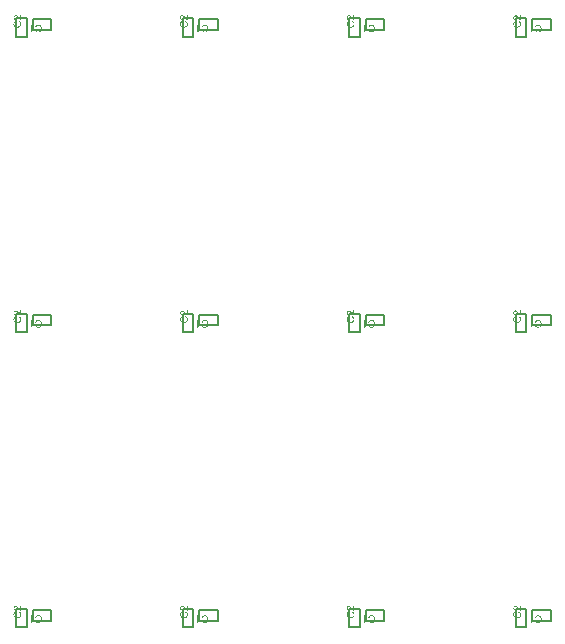
<source format=gbr>
%TF.GenerationSoftware,Altium Limited,Altium Designer,22.0.2 (36)*%
G04 Layer_Color=16711935*
%FSLAX26Y26*%
%MOIN*%
%TF.SameCoordinates,7C2B3453-B62B-4687-BB94-77A5B7653B1A*%
%TF.FilePolarity,Positive*%
%TF.FileFunction,Other,Mechanical_5*%
%TF.Part,CustomerPanel*%
G01*
G75*
%TA.AperFunction,NonConductor*%
%ADD22C,0.007874*%
G36*
X784879Y986962D02*
X784842D01*
X784697D01*
X784478D01*
X784187Y986999D01*
X783860Y987035D01*
X783496Y987108D01*
X783132Y987181D01*
X782731Y987326D01*
X782695D01*
X782658Y987363D01*
X782440Y987436D01*
X782112Y987581D01*
X781676Y987799D01*
X781166Y988091D01*
X780584Y988455D01*
X780001Y988855D01*
X779382Y989365D01*
X779346D01*
X779310Y989438D01*
X779091Y989620D01*
X778764Y989947D01*
X778290Y990420D01*
X777744Y990966D01*
X777089Y991658D01*
X776361Y992495D01*
X775597Y993405D01*
X775560Y993442D01*
X775451Y993587D01*
X775269Y993806D01*
X775051Y994060D01*
X774760Y994388D01*
X774432Y994788D01*
X774068Y995189D01*
X773668Y995662D01*
X772794Y996572D01*
X771920Y997482D01*
X771484Y997919D01*
X771047Y998319D01*
X770646Y998683D01*
X770246Y998974D01*
X770210D01*
X770173Y999047D01*
X770064Y999120D01*
X769918Y999193D01*
X769518Y999447D01*
X769045Y999739D01*
X768462Y999994D01*
X767844Y1000248D01*
X767152Y1000394D01*
X766497Y1000467D01*
X766460D01*
X766424D01*
X766206Y1000430D01*
X765842Y1000394D01*
X765441Y1000285D01*
X764932Y1000139D01*
X764422Y999884D01*
X763912Y999557D01*
X763403Y999120D01*
X763330Y999047D01*
X763184Y998865D01*
X763002Y998610D01*
X762748Y998210D01*
X762529Y997700D01*
X762311Y997118D01*
X762165Y996426D01*
X762129Y995662D01*
Y995443D01*
X762165Y995298D01*
X762202Y994861D01*
X762311Y994351D01*
X762456Y993806D01*
X762711Y993187D01*
X763039Y992604D01*
X763476Y992058D01*
X763548Y991986D01*
X763730Y991840D01*
X764022Y991621D01*
X764458Y991403D01*
X764968Y991148D01*
X765623Y990930D01*
X766351Y990784D01*
X767188Y990712D01*
X766861Y987545D01*
X766824D01*
X766715Y987581D01*
X766533D01*
X766278Y987617D01*
X765987Y987690D01*
X765660Y987763D01*
X765259Y987872D01*
X764859Y987981D01*
X763985Y988273D01*
X763112Y988710D01*
X762675Y988964D01*
X762238Y989292D01*
X761838Y989620D01*
X761474Y989984D01*
X761437Y990020D01*
X761401Y990093D01*
X761292Y990202D01*
X761182Y990384D01*
X761037Y990602D01*
X760891Y990857D01*
X760709Y991148D01*
X760527Y991512D01*
X760345Y991913D01*
X760163Y992350D01*
X760018Y992823D01*
X759872Y993332D01*
X759763Y993878D01*
X759654Y994461D01*
X759617Y995080D01*
X759581Y995735D01*
Y996099D01*
X759617Y996354D01*
X759654Y996645D01*
X759690Y997009D01*
X759763Y997409D01*
X759836Y997809D01*
X760090Y998756D01*
X760454Y999702D01*
X760673Y1000176D01*
X760928Y1000649D01*
X761255Y1001086D01*
X761619Y1001486D01*
X761656Y1001522D01*
X761692Y1001595D01*
X761838Y1001668D01*
X761983Y1001813D01*
X762165Y1001995D01*
X762420Y1002178D01*
X762675Y1002360D01*
X763002Y1002578D01*
X763694Y1002942D01*
X764568Y1003306D01*
X765004Y1003452D01*
X765514Y1003524D01*
X766024Y1003597D01*
X766570Y1003634D01*
X766642D01*
X766824D01*
X767116Y1003597D01*
X767516Y1003561D01*
X767953Y1003488D01*
X768462Y1003342D01*
X769008Y1003197D01*
X769554Y1002978D01*
X769627Y1002942D01*
X769809Y1002869D01*
X770100Y1002723D01*
X770501Y1002505D01*
X770938Y1002214D01*
X771484Y1001850D01*
X772030Y1001413D01*
X772648Y1000904D01*
X772721Y1000831D01*
X772940Y1000649D01*
X773122Y1000467D01*
X773304Y1000285D01*
X773522Y1000066D01*
X773813Y999775D01*
X774104Y999484D01*
X774432Y999120D01*
X774796Y998756D01*
X775196Y998319D01*
X775597Y997846D01*
X776070Y997336D01*
X776543Y996754D01*
X777053Y996172D01*
X777089Y996135D01*
X777162Y996062D01*
X777271Y995917D01*
X777417Y995735D01*
X777635Y995516D01*
X777854Y995261D01*
X778327Y994679D01*
X778873Y994060D01*
X779419Y993478D01*
X779892Y992968D01*
X780074Y992750D01*
X780256Y992568D01*
X780292Y992532D01*
X780402Y992422D01*
X780547Y992277D01*
X780766Y992095D01*
X781020Y991913D01*
X781275Y991694D01*
X781894Y991258D01*
Y1003670D01*
X784879D01*
Y986962D01*
D02*
G37*
G36*
X229564D02*
X229527D01*
X229382D01*
X229163D01*
X228872Y986999D01*
X228545Y987035D01*
X228181Y987108D01*
X227817Y987181D01*
X227416Y987326D01*
X227380D01*
X227343Y987363D01*
X227125Y987436D01*
X226797Y987581D01*
X226361Y987799D01*
X225851Y988091D01*
X225269Y988455D01*
X224686Y988855D01*
X224067Y989365D01*
X224031D01*
X223995Y989438D01*
X223776Y989620D01*
X223449Y989947D01*
X222975Y990420D01*
X222429Y990966D01*
X221774Y991658D01*
X221046Y992495D01*
X220282Y993405D01*
X220245Y993442D01*
X220136Y993587D01*
X219954Y993806D01*
X219736Y994060D01*
X219445Y994388D01*
X219117Y994788D01*
X218753Y995189D01*
X218353Y995662D01*
X217479Y996572D01*
X216605Y997482D01*
X216169Y997919D01*
X215732Y998319D01*
X215331Y998683D01*
X214931Y998974D01*
X214895D01*
X214858Y999047D01*
X214749Y999120D01*
X214603Y999193D01*
X214203Y999447D01*
X213730Y999739D01*
X213147Y999994D01*
X212529Y1000248D01*
X211837Y1000394D01*
X211182Y1000467D01*
X211145D01*
X211109D01*
X210891Y1000430D01*
X210527Y1000394D01*
X210126Y1000285D01*
X209617Y1000139D01*
X209107Y999884D01*
X208597Y999557D01*
X208088Y999120D01*
X208015Y999047D01*
X207869Y998865D01*
X207687Y998610D01*
X207433Y998210D01*
X207214Y997700D01*
X206996Y997118D01*
X206850Y996426D01*
X206814Y995662D01*
Y995443D01*
X206850Y995298D01*
X206887Y994861D01*
X206996Y994351D01*
X207141Y993806D01*
X207396Y993187D01*
X207724Y992604D01*
X208161Y992058D01*
X208233Y991986D01*
X208415Y991840D01*
X208707Y991621D01*
X209143Y991403D01*
X209653Y991148D01*
X210308Y990930D01*
X211036Y990784D01*
X211873Y990712D01*
X211546Y987545D01*
X211509D01*
X211400Y987581D01*
X211218D01*
X210963Y987617D01*
X210672Y987690D01*
X210345Y987763D01*
X209944Y987872D01*
X209544Y987981D01*
X208670Y988273D01*
X207797Y988710D01*
X207360Y988964D01*
X206923Y989292D01*
X206523Y989620D01*
X206159Y989984D01*
X206122Y990020D01*
X206086Y990093D01*
X205977Y990202D01*
X205867Y990384D01*
X205722Y990602D01*
X205576Y990857D01*
X205394Y991148D01*
X205212Y991512D01*
X205030Y991913D01*
X204848Y992350D01*
X204703Y992823D01*
X204557Y993332D01*
X204448Y993878D01*
X204339Y994461D01*
X204302Y995080D01*
X204266Y995735D01*
Y996099D01*
X204302Y996354D01*
X204339Y996645D01*
X204375Y997009D01*
X204448Y997409D01*
X204521Y997809D01*
X204775Y998756D01*
X205139Y999702D01*
X205358Y1000176D01*
X205613Y1000649D01*
X205940Y1001086D01*
X206304Y1001486D01*
X206341Y1001522D01*
X206377Y1001595D01*
X206523Y1001668D01*
X206668Y1001813D01*
X206850Y1001995D01*
X207105Y1002178D01*
X207360Y1002360D01*
X207687Y1002578D01*
X208379Y1002942D01*
X209253Y1003306D01*
X209689Y1003452D01*
X210199Y1003524D01*
X210709Y1003597D01*
X211255Y1003634D01*
X211327D01*
X211509D01*
X211801Y1003597D01*
X212201Y1003561D01*
X212638Y1003488D01*
X213147Y1003342D01*
X213693Y1003197D01*
X214239Y1002978D01*
X214312Y1002942D01*
X214494Y1002869D01*
X214785Y1002723D01*
X215186Y1002505D01*
X215623Y1002214D01*
X216169Y1001850D01*
X216715Y1001413D01*
X217333Y1000904D01*
X217406Y1000831D01*
X217625Y1000649D01*
X217807Y1000467D01*
X217989Y1000285D01*
X218207Y1000066D01*
X218498Y999775D01*
X218789Y999484D01*
X219117Y999120D01*
X219481Y998756D01*
X219881Y998319D01*
X220282Y997846D01*
X220755Y997336D01*
X221228Y996754D01*
X221738Y996172D01*
X221774Y996135D01*
X221847Y996062D01*
X221956Y995917D01*
X222102Y995735D01*
X222320Y995516D01*
X222539Y995261D01*
X223012Y994679D01*
X223558Y994060D01*
X224104Y993478D01*
X224577Y992968D01*
X224759Y992750D01*
X224941Y992568D01*
X224977Y992532D01*
X225087Y992422D01*
X225232Y992277D01*
X225451Y992095D01*
X225705Y991913D01*
X225960Y991694D01*
X226579Y991258D01*
Y1003670D01*
X229564D01*
Y986962D01*
D02*
G37*
G36*
X-325751D02*
X-325788D01*
X-325933D01*
X-326152D01*
X-326443Y986999D01*
X-326770Y987035D01*
X-327134Y987108D01*
X-327498Y987181D01*
X-327899Y987326D01*
X-327935D01*
X-327972Y987363D01*
X-328190Y987436D01*
X-328518Y987581D01*
X-328954Y987799D01*
X-329464Y988091D01*
X-330046Y988455D01*
X-330629Y988855D01*
X-331248Y989365D01*
X-331284D01*
X-331320Y989438D01*
X-331539Y989620D01*
X-331866Y989947D01*
X-332340Y990420D01*
X-332886Y990966D01*
X-333541Y991658D01*
X-334269Y992495D01*
X-335033Y993405D01*
X-335070Y993442D01*
X-335179Y993587D01*
X-335361Y993806D01*
X-335579Y994060D01*
X-335870Y994388D01*
X-336198Y994788D01*
X-336562Y995189D01*
X-336962Y995662D01*
X-337836Y996572D01*
X-338710Y997482D01*
X-339146Y997919D01*
X-339583Y998319D01*
X-339984Y998683D01*
X-340384Y998974D01*
X-340420D01*
X-340457Y999047D01*
X-340566Y999120D01*
X-340712Y999193D01*
X-341112Y999447D01*
X-341585Y999739D01*
X-342168Y999994D01*
X-342786Y1000248D01*
X-343478Y1000394D01*
X-344133Y1000467D01*
X-344170D01*
X-344206D01*
X-344424Y1000430D01*
X-344788Y1000394D01*
X-345189Y1000285D01*
X-345698Y1000139D01*
X-346208Y999884D01*
X-346718Y999557D01*
X-347227Y999120D01*
X-347300Y999047D01*
X-347446Y998865D01*
X-347628Y998610D01*
X-347882Y998210D01*
X-348101Y997700D01*
X-348319Y997118D01*
X-348465Y996426D01*
X-348501Y995662D01*
Y995443D01*
X-348465Y995298D01*
X-348428Y994861D01*
X-348319Y994351D01*
X-348174Y993806D01*
X-347919Y993187D01*
X-347591Y992604D01*
X-347154Y992058D01*
X-347082Y991986D01*
X-346900Y991840D01*
X-346608Y991621D01*
X-346172Y991403D01*
X-345662Y991148D01*
X-345007Y990930D01*
X-344279Y990784D01*
X-343442Y990712D01*
X-343769Y987545D01*
X-343806D01*
X-343915Y987581D01*
X-344097D01*
X-344352Y987617D01*
X-344643Y987690D01*
X-344970Y987763D01*
X-345371Y987872D01*
X-345771Y987981D01*
X-346645Y988273D01*
X-347518Y988710D01*
X-347955Y988964D01*
X-348392Y989292D01*
X-348792Y989620D01*
X-349156Y989984D01*
X-349193Y990020D01*
X-349229Y990093D01*
X-349338Y990202D01*
X-349448Y990384D01*
X-349593Y990602D01*
X-349739Y990857D01*
X-349921Y991148D01*
X-350103Y991512D01*
X-350285Y991913D01*
X-350467Y992350D01*
X-350612Y992823D01*
X-350758Y993332D01*
X-350867Y993878D01*
X-350976Y994461D01*
X-351013Y995080D01*
X-351049Y995735D01*
Y996099D01*
X-351013Y996354D01*
X-350976Y996645D01*
X-350940Y997009D01*
X-350867Y997409D01*
X-350794Y997809D01*
X-350540Y998756D01*
X-350176Y999702D01*
X-349957Y1000176D01*
X-349702Y1000649D01*
X-349375Y1001086D01*
X-349011Y1001486D01*
X-348974Y1001522D01*
X-348938Y1001595D01*
X-348792Y1001668D01*
X-348647Y1001813D01*
X-348465Y1001995D01*
X-348210Y1002178D01*
X-347955Y1002360D01*
X-347628Y1002578D01*
X-346936Y1002942D01*
X-346062Y1003306D01*
X-345626Y1003452D01*
X-345116Y1003524D01*
X-344606Y1003597D01*
X-344060Y1003634D01*
X-343988D01*
X-343806D01*
X-343514Y1003597D01*
X-343114Y1003561D01*
X-342677Y1003488D01*
X-342168Y1003342D01*
X-341622Y1003197D01*
X-341076Y1002978D01*
X-341003Y1002942D01*
X-340821Y1002869D01*
X-340530Y1002723D01*
X-340129Y1002505D01*
X-339692Y1002214D01*
X-339146Y1001850D01*
X-338600Y1001413D01*
X-337982Y1000904D01*
X-337909Y1000831D01*
X-337690Y1000649D01*
X-337508Y1000467D01*
X-337326Y1000285D01*
X-337108Y1000066D01*
X-336817Y999775D01*
X-336526Y999484D01*
X-336198Y999120D01*
X-335834Y998756D01*
X-335434Y998319D01*
X-335033Y997846D01*
X-334560Y997336D01*
X-334087Y996754D01*
X-333577Y996172D01*
X-333541Y996135D01*
X-333468Y996062D01*
X-333359Y995917D01*
X-333213Y995735D01*
X-332995Y995516D01*
X-332776Y995261D01*
X-332303Y994679D01*
X-331757Y994060D01*
X-331211Y993478D01*
X-330738Y992968D01*
X-330556Y992750D01*
X-330374Y992568D01*
X-330338Y992532D01*
X-330228Y992422D01*
X-330083Y992277D01*
X-329864Y992095D01*
X-329610Y991913D01*
X-329355Y991694D01*
X-328736Y991258D01*
Y1003670D01*
X-325751D01*
Y986962D01*
D02*
G37*
G36*
X-881066D02*
X-881103D01*
X-881248D01*
X-881467D01*
X-881758Y986999D01*
X-882085Y987035D01*
X-882449Y987108D01*
X-882813Y987181D01*
X-883214Y987326D01*
X-883250D01*
X-883287Y987363D01*
X-883505Y987436D01*
X-883833Y987581D01*
X-884269Y987799D01*
X-884779Y988091D01*
X-885361Y988455D01*
X-885944Y988855D01*
X-886563Y989365D01*
X-886599D01*
X-886635Y989438D01*
X-886854Y989620D01*
X-887181Y989947D01*
X-887655Y990420D01*
X-888201Y990966D01*
X-888856Y991658D01*
X-889584Y992495D01*
X-890348Y993405D01*
X-890385Y993442D01*
X-890494Y993587D01*
X-890676Y993806D01*
X-890894Y994060D01*
X-891185Y994388D01*
X-891513Y994788D01*
X-891877Y995189D01*
X-892277Y995662D01*
X-893151Y996572D01*
X-894025Y997482D01*
X-894461Y997919D01*
X-894898Y998319D01*
X-895299Y998683D01*
X-895699Y998974D01*
X-895735D01*
X-895772Y999047D01*
X-895881Y999120D01*
X-896027Y999193D01*
X-896427Y999447D01*
X-896900Y999739D01*
X-897483Y999994D01*
X-898101Y1000248D01*
X-898793Y1000394D01*
X-899448Y1000467D01*
X-899485D01*
X-899521D01*
X-899739Y1000430D01*
X-900103Y1000394D01*
X-900504Y1000285D01*
X-901013Y1000139D01*
X-901523Y999884D01*
X-902033Y999557D01*
X-902542Y999120D01*
X-902615Y999047D01*
X-902761Y998865D01*
X-902943Y998610D01*
X-903197Y998210D01*
X-903416Y997700D01*
X-903634Y997118D01*
X-903780Y996426D01*
X-903816Y995662D01*
Y995443D01*
X-903780Y995298D01*
X-903743Y994861D01*
X-903634Y994351D01*
X-903489Y993806D01*
X-903234Y993187D01*
X-902906Y992604D01*
X-902469Y992058D01*
X-902397Y991986D01*
X-902215Y991840D01*
X-901923Y991621D01*
X-901487Y991403D01*
X-900977Y991148D01*
X-900322Y990930D01*
X-899594Y990784D01*
X-898757Y990712D01*
X-899084Y987545D01*
X-899121D01*
X-899230Y987581D01*
X-899412D01*
X-899667Y987617D01*
X-899958Y987690D01*
X-900285Y987763D01*
X-900686Y987872D01*
X-901086Y987981D01*
X-901960Y988273D01*
X-902833Y988710D01*
X-903270Y988964D01*
X-903707Y989292D01*
X-904107Y989620D01*
X-904471Y989984D01*
X-904508Y990020D01*
X-904544Y990093D01*
X-904653Y990202D01*
X-904763Y990384D01*
X-904908Y990602D01*
X-905054Y990857D01*
X-905236Y991148D01*
X-905418Y991512D01*
X-905600Y991913D01*
X-905782Y992350D01*
X-905927Y992823D01*
X-906073Y993332D01*
X-906182Y993878D01*
X-906291Y994461D01*
X-906328Y995080D01*
X-906364Y995735D01*
Y996099D01*
X-906328Y996354D01*
X-906291Y996645D01*
X-906255Y997009D01*
X-906182Y997409D01*
X-906109Y997809D01*
X-905855Y998756D01*
X-905491Y999702D01*
X-905272Y1000176D01*
X-905017Y1000649D01*
X-904690Y1001086D01*
X-904326Y1001486D01*
X-904289Y1001522D01*
X-904253Y1001595D01*
X-904107Y1001668D01*
X-903962Y1001813D01*
X-903780Y1001995D01*
X-903525Y1002178D01*
X-903270Y1002360D01*
X-902943Y1002578D01*
X-902251Y1002942D01*
X-901377Y1003306D01*
X-900941Y1003452D01*
X-900431Y1003524D01*
X-899921Y1003597D01*
X-899375Y1003634D01*
X-899303D01*
X-899121D01*
X-898829Y1003597D01*
X-898429Y1003561D01*
X-897992Y1003488D01*
X-897483Y1003342D01*
X-896937Y1003197D01*
X-896391Y1002978D01*
X-896318Y1002942D01*
X-896136Y1002869D01*
X-895845Y1002723D01*
X-895444Y1002505D01*
X-895007Y1002214D01*
X-894461Y1001850D01*
X-893915Y1001413D01*
X-893297Y1000904D01*
X-893224Y1000831D01*
X-893005Y1000649D01*
X-892823Y1000467D01*
X-892641Y1000285D01*
X-892423Y1000066D01*
X-892132Y999775D01*
X-891841Y999484D01*
X-891513Y999120D01*
X-891149Y998756D01*
X-890749Y998319D01*
X-890348Y997846D01*
X-889875Y997336D01*
X-889402Y996754D01*
X-888892Y996172D01*
X-888856Y996135D01*
X-888783Y996062D01*
X-888674Y995917D01*
X-888528Y995735D01*
X-888310Y995516D01*
X-888091Y995261D01*
X-887618Y994679D01*
X-887072Y994060D01*
X-886526Y993478D01*
X-886053Y992968D01*
X-885871Y992750D01*
X-885689Y992568D01*
X-885653Y992532D01*
X-885543Y992422D01*
X-885398Y992277D01*
X-885179Y992095D01*
X-884925Y991913D01*
X-884670Y991694D01*
X-884051Y991258D01*
Y1003670D01*
X-881066D01*
Y986962D01*
D02*
G37*
G36*
X777089Y984524D02*
X777308Y984451D01*
X777599Y984341D01*
X777926Y984232D01*
X778327Y984087D01*
X778764Y983905D01*
X779237Y983686D01*
X780256Y983177D01*
X781275Y982521D01*
X781785Y982121D01*
X782294Y981721D01*
X782731Y981284D01*
X783168Y980774D01*
X783204Y980738D01*
X783277Y980665D01*
X783350Y980483D01*
X783496Y980301D01*
X783678Y980010D01*
X783860Y979719D01*
X784042Y979318D01*
X784224Y978918D01*
X784442Y978445D01*
X784624Y977935D01*
X784806Y977389D01*
X784988Y976807D01*
X785134Y976188D01*
X785206Y975533D01*
X785279Y974841D01*
X785316Y974113D01*
Y973713D01*
X785279Y973422D01*
Y973094D01*
X785243Y972693D01*
X785170Y972257D01*
X785097Y971747D01*
X784915Y970692D01*
X784624Y969600D01*
X784224Y968508D01*
X783969Y967998D01*
X783678Y967488D01*
X783641Y967452D01*
X783605Y967379D01*
X783496Y967234D01*
X783350Y967088D01*
X783204Y966870D01*
X782986Y966615D01*
X782731Y966323D01*
X782440Y966032D01*
X782112Y965741D01*
X781785Y965413D01*
X780948Y964758D01*
X779965Y964139D01*
X778873Y963593D01*
X778836D01*
X778727Y963521D01*
X778545Y963484D01*
X778327Y963375D01*
X778036Y963302D01*
X777672Y963193D01*
X777271Y963048D01*
X776834Y962938D01*
X776361Y962829D01*
X775815Y962683D01*
X774687Y962501D01*
X773413Y962356D01*
X772102Y962283D01*
X772066D01*
X771920D01*
X771702D01*
X771447Y962319D01*
X771083D01*
X770719Y962356D01*
X770246Y962392D01*
X769773Y962465D01*
X768717Y962647D01*
X767552Y962902D01*
X766388Y963266D01*
X765259Y963775D01*
X765223Y963812D01*
X765114Y963848D01*
X764968Y963921D01*
X764786Y964067D01*
X764531Y964212D01*
X764240Y964394D01*
X763585Y964867D01*
X762857Y965486D01*
X762129Y966214D01*
X761401Y967052D01*
X760782Y968034D01*
X760746Y968071D01*
X760709Y968180D01*
X760636Y968326D01*
X760527Y968508D01*
X760418Y968799D01*
X760309Y969090D01*
X760163Y969454D01*
X760018Y969854D01*
X759872Y970291D01*
X759726Y970764D01*
X759508Y971784D01*
X759326Y972948D01*
X759253Y974149D01*
Y974514D01*
X759290Y974768D01*
X759326Y975096D01*
X759362Y975496D01*
X759399Y975897D01*
X759508Y976370D01*
X759726Y977353D01*
X760054Y978445D01*
X760272Y978991D01*
X760527Y979500D01*
X760855Y980010D01*
X761182Y980519D01*
X761219Y980556D01*
X761255Y980629D01*
X761364Y980774D01*
X761546Y980956D01*
X761728Y981138D01*
X761983Y981393D01*
X762274Y981648D01*
X762566Y981939D01*
X762930Y982230D01*
X763366Y982521D01*
X763803Y982849D01*
X764276Y983140D01*
X764822Y983395D01*
X765368Y983686D01*
X765951Y983905D01*
X766606Y984123D01*
X767370Y980847D01*
X767334D01*
X767261Y980811D01*
X767116Y980738D01*
X766934Y980665D01*
X766715Y980592D01*
X766424Y980483D01*
X765842Y980192D01*
X765186Y979828D01*
X764531Y979391D01*
X763912Y978845D01*
X763366Y978263D01*
X763294Y978190D01*
X763148Y977971D01*
X762966Y977607D01*
X762711Y977134D01*
X762493Y976515D01*
X762274Y975824D01*
X762129Y974987D01*
X762092Y974077D01*
Y973785D01*
X762129Y973604D01*
Y973349D01*
X762165Y973058D01*
X762274Y972366D01*
X762420Y971601D01*
X762675Y970801D01*
X763039Y969963D01*
X763512Y969199D01*
Y969163D01*
X763585Y969126D01*
X763767Y968871D01*
X764058Y968544D01*
X764495Y968144D01*
X765041Y967670D01*
X765660Y967234D01*
X766424Y966833D01*
X767261Y966469D01*
X767298D01*
X767370Y966433D01*
X767480Y966396D01*
X767662Y966360D01*
X767880Y966287D01*
X768135Y966214D01*
X768754Y966105D01*
X769482Y965960D01*
X770282Y965814D01*
X771156Y965741D01*
X772102Y965705D01*
X772139D01*
X772248D01*
X772430D01*
X772648D01*
X772903Y965741D01*
X773231D01*
X773595Y965778D01*
X773995Y965814D01*
X774869Y965923D01*
X775815Y966105D01*
X776762Y966323D01*
X777708Y966615D01*
X777744D01*
X777817Y966651D01*
X777926Y966724D01*
X778108Y966797D01*
X778545Y967015D01*
X779055Y967343D01*
X779637Y967743D01*
X780256Y968253D01*
X780802Y968835D01*
X781312Y969527D01*
Y969563D01*
X781348Y969636D01*
X781421Y969745D01*
X781494Y969891D01*
X781566Y970073D01*
X781676Y970291D01*
X781894Y970801D01*
X782112Y971456D01*
X782294Y972184D01*
X782440Y972985D01*
X782476Y973822D01*
Y974077D01*
X782440Y974295D01*
Y974550D01*
X782404Y974805D01*
X782258Y975460D01*
X782076Y976224D01*
X781785Y976989D01*
X781384Y977789D01*
X781166Y978190D01*
X780875Y978554D01*
X780838Y978590D01*
X780802Y978627D01*
X780693Y978736D01*
X780584Y978881D01*
X780402Y979027D01*
X780183Y979209D01*
X779965Y979428D01*
X779674Y979610D01*
X779346Y979828D01*
X778982Y980083D01*
X778618Y980301D01*
X778181Y980519D01*
X777708Y980702D01*
X777198Y980884D01*
X776652Y981066D01*
X776070Y981211D01*
X776907Y984560D01*
X776944D01*
X777089Y984524D01*
D02*
G37*
G36*
X221774D02*
X221993Y984451D01*
X222284Y984341D01*
X222611Y984232D01*
X223012Y984087D01*
X223449Y983905D01*
X223922Y983686D01*
X224941Y983177D01*
X225960Y982521D01*
X226470Y982121D01*
X226979Y981721D01*
X227416Y981284D01*
X227853Y980774D01*
X227889Y980738D01*
X227962Y980665D01*
X228035Y980483D01*
X228181Y980301D01*
X228363Y980010D01*
X228545Y979719D01*
X228727Y979318D01*
X228909Y978918D01*
X229127Y978445D01*
X229309Y977935D01*
X229491Y977389D01*
X229673Y976807D01*
X229819Y976188D01*
X229891Y975533D01*
X229964Y974841D01*
X230001Y974113D01*
Y973713D01*
X229964Y973422D01*
Y973094D01*
X229928Y972693D01*
X229855Y972257D01*
X229782Y971747D01*
X229600Y970692D01*
X229309Y969600D01*
X228909Y968508D01*
X228654Y967998D01*
X228363Y967488D01*
X228326Y967452D01*
X228290Y967379D01*
X228181Y967234D01*
X228035Y967088D01*
X227889Y966870D01*
X227671Y966615D01*
X227416Y966323D01*
X227125Y966032D01*
X226797Y965741D01*
X226470Y965413D01*
X225633Y964758D01*
X224650Y964139D01*
X223558Y963593D01*
X223521D01*
X223412Y963521D01*
X223230Y963484D01*
X223012Y963375D01*
X222721Y963302D01*
X222357Y963193D01*
X221956Y963048D01*
X221519Y962938D01*
X221046Y962829D01*
X220500Y962683D01*
X219372Y962501D01*
X218098Y962356D01*
X216787Y962283D01*
X216751D01*
X216605D01*
X216387D01*
X216132Y962319D01*
X215768D01*
X215404Y962356D01*
X214931Y962392D01*
X214458Y962465D01*
X213402Y962647D01*
X212237Y962902D01*
X211073Y963266D01*
X209944Y963775D01*
X209908Y963812D01*
X209799Y963848D01*
X209653Y963921D01*
X209471Y964067D01*
X209216Y964212D01*
X208925Y964394D01*
X208270Y964867D01*
X207542Y965486D01*
X206814Y966214D01*
X206086Y967052D01*
X205467Y968034D01*
X205431Y968071D01*
X205394Y968180D01*
X205321Y968326D01*
X205212Y968508D01*
X205103Y968799D01*
X204994Y969090D01*
X204848Y969454D01*
X204703Y969854D01*
X204557Y970291D01*
X204411Y970764D01*
X204193Y971784D01*
X204011Y972948D01*
X203938Y974149D01*
Y974514D01*
X203975Y974768D01*
X204011Y975096D01*
X204047Y975496D01*
X204084Y975897D01*
X204193Y976370D01*
X204411Y977353D01*
X204739Y978445D01*
X204957Y978991D01*
X205212Y979500D01*
X205540Y980010D01*
X205867Y980519D01*
X205904Y980556D01*
X205940Y980629D01*
X206049Y980774D01*
X206231Y980956D01*
X206413Y981138D01*
X206668Y981393D01*
X206959Y981648D01*
X207251Y981939D01*
X207615Y982230D01*
X208051Y982521D01*
X208488Y982849D01*
X208961Y983140D01*
X209507Y983395D01*
X210053Y983686D01*
X210636Y983905D01*
X211291Y984123D01*
X212055Y980847D01*
X212019D01*
X211946Y980811D01*
X211801Y980738D01*
X211619Y980665D01*
X211400Y980592D01*
X211109Y980483D01*
X210527Y980192D01*
X209871Y979828D01*
X209216Y979391D01*
X208597Y978845D01*
X208051Y978263D01*
X207979Y978190D01*
X207833Y977971D01*
X207651Y977607D01*
X207396Y977134D01*
X207178Y976515D01*
X206959Y975824D01*
X206814Y974987D01*
X206777Y974077D01*
Y973785D01*
X206814Y973604D01*
Y973349D01*
X206850Y973058D01*
X206959Y972366D01*
X207105Y971601D01*
X207360Y970801D01*
X207724Y969963D01*
X208197Y969199D01*
Y969163D01*
X208270Y969126D01*
X208452Y968871D01*
X208743Y968544D01*
X209180Y968144D01*
X209726Y967670D01*
X210345Y967234D01*
X211109Y966833D01*
X211946Y966469D01*
X211983D01*
X212055Y966433D01*
X212165Y966396D01*
X212347Y966360D01*
X212565Y966287D01*
X212820Y966214D01*
X213439Y966105D01*
X214167Y965960D01*
X214967Y965814D01*
X215841Y965741D01*
X216787Y965705D01*
X216824D01*
X216933D01*
X217115D01*
X217333D01*
X217588Y965741D01*
X217916D01*
X218280Y965778D01*
X218680Y965814D01*
X219554Y965923D01*
X220500Y966105D01*
X221447Y966323D01*
X222393Y966615D01*
X222429D01*
X222502Y966651D01*
X222611Y966724D01*
X222793Y966797D01*
X223230Y967015D01*
X223740Y967343D01*
X224322Y967743D01*
X224941Y968253D01*
X225487Y968835D01*
X225997Y969527D01*
Y969563D01*
X226033Y969636D01*
X226106Y969745D01*
X226179Y969891D01*
X226251Y970073D01*
X226361Y970291D01*
X226579Y970801D01*
X226797Y971456D01*
X226979Y972184D01*
X227125Y972985D01*
X227161Y973822D01*
Y974077D01*
X227125Y974295D01*
Y974550D01*
X227089Y974805D01*
X226943Y975460D01*
X226761Y976224D01*
X226470Y976989D01*
X226069Y977789D01*
X225851Y978190D01*
X225560Y978554D01*
X225523Y978590D01*
X225487Y978627D01*
X225378Y978736D01*
X225269Y978881D01*
X225087Y979027D01*
X224868Y979209D01*
X224650Y979428D01*
X224359Y979610D01*
X224031Y979828D01*
X223667Y980083D01*
X223303Y980301D01*
X222866Y980519D01*
X222393Y980702D01*
X221883Y980884D01*
X221337Y981066D01*
X220755Y981211D01*
X221592Y984560D01*
X221629D01*
X221774Y984524D01*
D02*
G37*
G36*
X-333541D02*
X-333322Y984451D01*
X-333031Y984341D01*
X-332704Y984232D01*
X-332303Y984087D01*
X-331866Y983905D01*
X-331393Y983686D01*
X-330374Y983177D01*
X-329355Y982521D01*
X-328845Y982121D01*
X-328336Y981721D01*
X-327899Y981284D01*
X-327462Y980774D01*
X-327426Y980738D01*
X-327353Y980665D01*
X-327280Y980483D01*
X-327134Y980301D01*
X-326952Y980010D01*
X-326770Y979719D01*
X-326588Y979318D01*
X-326406Y978918D01*
X-326188Y978445D01*
X-326006Y977935D01*
X-325824Y977389D01*
X-325642Y976807D01*
X-325496Y976188D01*
X-325424Y975533D01*
X-325351Y974841D01*
X-325314Y974113D01*
Y973713D01*
X-325351Y973422D01*
Y973094D01*
X-325387Y972693D01*
X-325460Y972257D01*
X-325533Y971747D01*
X-325715Y970692D01*
X-326006Y969600D01*
X-326406Y968508D01*
X-326661Y967998D01*
X-326952Y967488D01*
X-326989Y967452D01*
X-327025Y967379D01*
X-327134Y967234D01*
X-327280Y967088D01*
X-327426Y966870D01*
X-327644Y966615D01*
X-327899Y966323D01*
X-328190Y966032D01*
X-328518Y965741D01*
X-328845Y965413D01*
X-329682Y964758D01*
X-330665Y964139D01*
X-331757Y963593D01*
X-331794D01*
X-331903Y963521D01*
X-332085Y963484D01*
X-332303Y963375D01*
X-332594Y963302D01*
X-332958Y963193D01*
X-333359Y963048D01*
X-333796Y962938D01*
X-334269Y962829D01*
X-334815Y962683D01*
X-335943Y962501D01*
X-337217Y962356D01*
X-338528Y962283D01*
X-338564D01*
X-338710D01*
X-338928D01*
X-339183Y962319D01*
X-339547D01*
X-339911Y962356D01*
X-340384Y962392D01*
X-340857Y962465D01*
X-341913Y962647D01*
X-343078Y962902D01*
X-344242Y963266D01*
X-345371Y963775D01*
X-345407Y963812D01*
X-345516Y963848D01*
X-345662Y963921D01*
X-345844Y964067D01*
X-346099Y964212D01*
X-346390Y964394D01*
X-347045Y964867D01*
X-347773Y965486D01*
X-348501Y966214D01*
X-349229Y967052D01*
X-349848Y968034D01*
X-349884Y968071D01*
X-349921Y968180D01*
X-349994Y968326D01*
X-350103Y968508D01*
X-350212Y968799D01*
X-350321Y969090D01*
X-350467Y969454D01*
X-350612Y969854D01*
X-350758Y970291D01*
X-350904Y970764D01*
X-351122Y971784D01*
X-351304Y972948D01*
X-351377Y974149D01*
Y974514D01*
X-351340Y974768D01*
X-351304Y975096D01*
X-351268Y975496D01*
X-351231Y975897D01*
X-351122Y976370D01*
X-350904Y977353D01*
X-350576Y978445D01*
X-350358Y978991D01*
X-350103Y979500D01*
X-349775Y980010D01*
X-349448Y980519D01*
X-349411Y980556D01*
X-349375Y980629D01*
X-349266Y980774D01*
X-349084Y980956D01*
X-348902Y981138D01*
X-348647Y981393D01*
X-348356Y981648D01*
X-348064Y981939D01*
X-347700Y982230D01*
X-347264Y982521D01*
X-346827Y982849D01*
X-346354Y983140D01*
X-345808Y983395D01*
X-345262Y983686D01*
X-344679Y983905D01*
X-344024Y984123D01*
X-343260Y980847D01*
X-343296D01*
X-343369Y980811D01*
X-343514Y980738D01*
X-343696Y980665D01*
X-343915Y980592D01*
X-344206Y980483D01*
X-344788Y980192D01*
X-345444Y979828D01*
X-346099Y979391D01*
X-346718Y978845D01*
X-347264Y978263D01*
X-347336Y978190D01*
X-347482Y977971D01*
X-347664Y977607D01*
X-347919Y977134D01*
X-348137Y976515D01*
X-348356Y975824D01*
X-348501Y974987D01*
X-348538Y974077D01*
Y973785D01*
X-348501Y973604D01*
Y973349D01*
X-348465Y973058D01*
X-348356Y972366D01*
X-348210Y971601D01*
X-347955Y970801D01*
X-347591Y969963D01*
X-347118Y969199D01*
Y969163D01*
X-347045Y969126D01*
X-346863Y968871D01*
X-346572Y968544D01*
X-346135Y968144D01*
X-345589Y967670D01*
X-344970Y967234D01*
X-344206Y966833D01*
X-343369Y966469D01*
X-343332D01*
X-343260Y966433D01*
X-343150Y966396D01*
X-342968Y966360D01*
X-342750Y966287D01*
X-342495Y966214D01*
X-341876Y966105D01*
X-341148Y965960D01*
X-340348Y965814D01*
X-339474Y965741D01*
X-338528Y965705D01*
X-338491D01*
X-338382D01*
X-338200D01*
X-337982D01*
X-337727Y965741D01*
X-337399D01*
X-337035Y965778D01*
X-336635Y965814D01*
X-335761Y965923D01*
X-334815Y966105D01*
X-333868Y966323D01*
X-332922Y966615D01*
X-332886D01*
X-332813Y966651D01*
X-332704Y966724D01*
X-332522Y966797D01*
X-332085Y967015D01*
X-331575Y967343D01*
X-330993Y967743D01*
X-330374Y968253D01*
X-329828Y968835D01*
X-329318Y969527D01*
Y969563D01*
X-329282Y969636D01*
X-329209Y969745D01*
X-329136Y969891D01*
X-329064Y970073D01*
X-328954Y970291D01*
X-328736Y970801D01*
X-328518Y971456D01*
X-328336Y972184D01*
X-328190Y972985D01*
X-328154Y973822D01*
Y974077D01*
X-328190Y974295D01*
Y974550D01*
X-328226Y974805D01*
X-328372Y975460D01*
X-328554Y976224D01*
X-328845Y976989D01*
X-329246Y977789D01*
X-329464Y978190D01*
X-329755Y978554D01*
X-329792Y978590D01*
X-329828Y978627D01*
X-329937Y978736D01*
X-330046Y978881D01*
X-330228Y979027D01*
X-330447Y979209D01*
X-330665Y979428D01*
X-330956Y979610D01*
X-331284Y979828D01*
X-331648Y980083D01*
X-332012Y980301D01*
X-332449Y980519D01*
X-332922Y980702D01*
X-333432Y980884D01*
X-333978Y981066D01*
X-334560Y981211D01*
X-333723Y984560D01*
X-333686D01*
X-333541Y984524D01*
D02*
G37*
G36*
X-888856D02*
X-888637Y984451D01*
X-888346Y984341D01*
X-888019Y984232D01*
X-887618Y984087D01*
X-887181Y983905D01*
X-886708Y983686D01*
X-885689Y983177D01*
X-884670Y982521D01*
X-884160Y982121D01*
X-883651Y981721D01*
X-883214Y981284D01*
X-882777Y980774D01*
X-882741Y980738D01*
X-882668Y980665D01*
X-882595Y980483D01*
X-882449Y980301D01*
X-882267Y980010D01*
X-882085Y979719D01*
X-881903Y979318D01*
X-881721Y978918D01*
X-881503Y978445D01*
X-881321Y977935D01*
X-881139Y977389D01*
X-880957Y976807D01*
X-880811Y976188D01*
X-880739Y975533D01*
X-880666Y974841D01*
X-880629Y974113D01*
Y973713D01*
X-880666Y973422D01*
Y973094D01*
X-880702Y972693D01*
X-880775Y972257D01*
X-880848Y971747D01*
X-881030Y970692D01*
X-881321Y969600D01*
X-881721Y968508D01*
X-881976Y967998D01*
X-882267Y967488D01*
X-882304Y967452D01*
X-882340Y967379D01*
X-882449Y967234D01*
X-882595Y967088D01*
X-882741Y966870D01*
X-882959Y966615D01*
X-883214Y966323D01*
X-883505Y966032D01*
X-883833Y965741D01*
X-884160Y965413D01*
X-884997Y964758D01*
X-885980Y964139D01*
X-887072Y963593D01*
X-887109D01*
X-887218Y963521D01*
X-887400Y963484D01*
X-887618Y963375D01*
X-887909Y963302D01*
X-888273Y963193D01*
X-888674Y963048D01*
X-889111Y962938D01*
X-889584Y962829D01*
X-890130Y962683D01*
X-891258Y962501D01*
X-892532Y962356D01*
X-893843Y962283D01*
X-893879D01*
X-894025D01*
X-894243D01*
X-894498Y962319D01*
X-894862D01*
X-895226Y962356D01*
X-895699Y962392D01*
X-896172Y962465D01*
X-897228Y962647D01*
X-898393Y962902D01*
X-899557Y963266D01*
X-900686Y963775D01*
X-900722Y963812D01*
X-900831Y963848D01*
X-900977Y963921D01*
X-901159Y964067D01*
X-901414Y964212D01*
X-901705Y964394D01*
X-902360Y964867D01*
X-903088Y965486D01*
X-903816Y966214D01*
X-904544Y967052D01*
X-905163Y968034D01*
X-905199Y968071D01*
X-905236Y968180D01*
X-905309Y968326D01*
X-905418Y968508D01*
X-905527Y968799D01*
X-905636Y969090D01*
X-905782Y969454D01*
X-905927Y969854D01*
X-906073Y970291D01*
X-906219Y970764D01*
X-906437Y971784D01*
X-906619Y972948D01*
X-906692Y974149D01*
Y974514D01*
X-906655Y974768D01*
X-906619Y975096D01*
X-906583Y975496D01*
X-906546Y975897D01*
X-906437Y976370D01*
X-906219Y977353D01*
X-905891Y978445D01*
X-905673Y978991D01*
X-905418Y979500D01*
X-905090Y980010D01*
X-904763Y980519D01*
X-904726Y980556D01*
X-904690Y980629D01*
X-904581Y980774D01*
X-904399Y980956D01*
X-904217Y981138D01*
X-903962Y981393D01*
X-903671Y981648D01*
X-903379Y981939D01*
X-903015Y982230D01*
X-902579Y982521D01*
X-902142Y982849D01*
X-901669Y983140D01*
X-901123Y983395D01*
X-900577Y983686D01*
X-899994Y983905D01*
X-899339Y984123D01*
X-898575Y980847D01*
X-898611D01*
X-898684Y980811D01*
X-898829Y980738D01*
X-899011Y980665D01*
X-899230Y980592D01*
X-899521Y980483D01*
X-900103Y980192D01*
X-900759Y979828D01*
X-901414Y979391D01*
X-902033Y978845D01*
X-902579Y978263D01*
X-902651Y978190D01*
X-902797Y977971D01*
X-902979Y977607D01*
X-903234Y977134D01*
X-903452Y976515D01*
X-903671Y975824D01*
X-903816Y974987D01*
X-903853Y974077D01*
Y973785D01*
X-903816Y973604D01*
Y973349D01*
X-903780Y973058D01*
X-903671Y972366D01*
X-903525Y971601D01*
X-903270Y970801D01*
X-902906Y969963D01*
X-902433Y969199D01*
Y969163D01*
X-902360Y969126D01*
X-902178Y968871D01*
X-901887Y968544D01*
X-901450Y968144D01*
X-900904Y967670D01*
X-900285Y967234D01*
X-899521Y966833D01*
X-898684Y966469D01*
X-898647D01*
X-898575Y966433D01*
X-898465Y966396D01*
X-898283Y966360D01*
X-898065Y966287D01*
X-897810Y966214D01*
X-897191Y966105D01*
X-896463Y965960D01*
X-895663Y965814D01*
X-894789Y965741D01*
X-893843Y965705D01*
X-893806D01*
X-893697D01*
X-893515D01*
X-893297D01*
X-893042Y965741D01*
X-892714D01*
X-892350Y965778D01*
X-891950Y965814D01*
X-891076Y965923D01*
X-890130Y966105D01*
X-889183Y966323D01*
X-888237Y966615D01*
X-888201D01*
X-888128Y966651D01*
X-888019Y966724D01*
X-887837Y966797D01*
X-887400Y967015D01*
X-886890Y967343D01*
X-886308Y967743D01*
X-885689Y968253D01*
X-885143Y968835D01*
X-884633Y969527D01*
Y969563D01*
X-884597Y969636D01*
X-884524Y969745D01*
X-884451Y969891D01*
X-884379Y970073D01*
X-884269Y970291D01*
X-884051Y970801D01*
X-883833Y971456D01*
X-883651Y972184D01*
X-883505Y972985D01*
X-883469Y973822D01*
Y974077D01*
X-883505Y974295D01*
Y974550D01*
X-883541Y974805D01*
X-883687Y975460D01*
X-883869Y976224D01*
X-884160Y976989D01*
X-884561Y977789D01*
X-884779Y978190D01*
X-885070Y978554D01*
X-885107Y978590D01*
X-885143Y978627D01*
X-885252Y978736D01*
X-885361Y978881D01*
X-885543Y979027D01*
X-885762Y979209D01*
X-885980Y979428D01*
X-886271Y979610D01*
X-886599Y979828D01*
X-886963Y980083D01*
X-887327Y980301D01*
X-887764Y980519D01*
X-888237Y980702D01*
X-888747Y980884D01*
X-889293Y981066D01*
X-889875Y981211D01*
X-889038Y984560D01*
X-889001D01*
X-888856Y984524D01*
D02*
G37*
G36*
X842583Y972090D02*
X842910D01*
X843311Y972054D01*
X843748Y971981D01*
X844257Y971908D01*
X845313Y971726D01*
X846405Y971435D01*
X847497Y971034D01*
X848006Y970780D01*
X848516Y970488D01*
X848552Y970452D01*
X848625Y970416D01*
X848771Y970306D01*
X848916Y970161D01*
X849135Y970015D01*
X849390Y969797D01*
X849681Y969542D01*
X849972Y969251D01*
X850263Y968923D01*
X850591Y968596D01*
X851246Y967758D01*
X851865Y966776D01*
X852411Y965684D01*
Y965647D01*
X852484Y965538D01*
X852520Y965356D01*
X852629Y965138D01*
X852702Y964846D01*
X852811Y964482D01*
X852957Y964082D01*
X853066Y963645D01*
X853175Y963172D01*
X853321Y962626D01*
X853503Y961498D01*
X853648Y960224D01*
X853721Y958913D01*
Y958877D01*
Y958731D01*
Y958513D01*
X853685Y958258D01*
Y957894D01*
X853648Y957530D01*
X853612Y957057D01*
X853539Y956584D01*
X853357Y955528D01*
X853102Y954363D01*
X852738Y953198D01*
X852229Y952070D01*
X852192Y952034D01*
X852156Y951924D01*
X852083Y951779D01*
X851938Y951597D01*
X851792Y951342D01*
X851610Y951051D01*
X851137Y950396D01*
X850518Y949668D01*
X849790Y948940D01*
X848953Y948212D01*
X847970Y947593D01*
X847934Y947556D01*
X847824Y947520D01*
X847679Y947447D01*
X847497Y947338D01*
X847206Y947229D01*
X846914Y947120D01*
X846550Y946974D01*
X846150Y946828D01*
X845713Y946683D01*
X845240Y946537D01*
X844221Y946319D01*
X843056Y946137D01*
X841855Y946064D01*
X841491D01*
X841236Y946100D01*
X840908Y946137D01*
X840508Y946173D01*
X840108Y946210D01*
X839634Y946319D01*
X838652Y946537D01*
X837560Y946865D01*
X837014Y947083D01*
X836504Y947338D01*
X835994Y947666D01*
X835485Y947993D01*
X835448Y948030D01*
X835376Y948066D01*
X835230Y948175D01*
X835048Y948357D01*
X834866Y948539D01*
X834611Y948794D01*
X834356Y949085D01*
X834065Y949376D01*
X833774Y949740D01*
X833483Y950177D01*
X833155Y950614D01*
X832864Y951087D01*
X832609Y951633D01*
X832318Y952179D01*
X832100Y952762D01*
X831881Y953417D01*
X835157Y954181D01*
Y954145D01*
X835194Y954072D01*
X835266Y953926D01*
X835339Y953744D01*
X835412Y953526D01*
X835521Y953235D01*
X835812Y952652D01*
X836176Y951997D01*
X836613Y951342D01*
X837159Y950723D01*
X837742Y950177D01*
X837814Y950104D01*
X838033Y949959D01*
X838397Y949777D01*
X838870Y949522D01*
X839489Y949304D01*
X840180Y949085D01*
X841018Y948940D01*
X841928Y948903D01*
X842219D01*
X842401Y948940D01*
X842656D01*
X842947Y948976D01*
X843638Y949085D01*
X844403Y949231D01*
X845204Y949486D01*
X846041Y949850D01*
X846805Y950323D01*
X846842D01*
X846878Y950396D01*
X847133Y950578D01*
X847460Y950869D01*
X847861Y951306D01*
X848334Y951852D01*
X848771Y952470D01*
X849171Y953235D01*
X849535Y954072D01*
Y954108D01*
X849572Y954181D01*
X849608Y954290D01*
X849644Y954472D01*
X849717Y954691D01*
X849790Y954946D01*
X849899Y955564D01*
X850045Y956292D01*
X850190Y957093D01*
X850263Y957967D01*
X850300Y958913D01*
Y958950D01*
Y959059D01*
Y959241D01*
Y959459D01*
X850263Y959714D01*
Y960042D01*
X850227Y960406D01*
X850190Y960806D01*
X850081Y961680D01*
X849899Y962626D01*
X849681Y963572D01*
X849390Y964519D01*
Y964555D01*
X849353Y964628D01*
X849280Y964737D01*
X849208Y964919D01*
X848989Y965356D01*
X848662Y965866D01*
X848261Y966448D01*
X847752Y967067D01*
X847169Y967613D01*
X846478Y968122D01*
X846441D01*
X846368Y968159D01*
X846259Y968232D01*
X846114Y968304D01*
X845932Y968377D01*
X845713Y968486D01*
X845204Y968705D01*
X844548Y968923D01*
X843820Y969105D01*
X843020Y969251D01*
X842182Y969287D01*
X841928D01*
X841709Y969251D01*
X841454D01*
X841200Y969214D01*
X840544Y969069D01*
X839780Y968887D01*
X839016Y968596D01*
X838215Y968195D01*
X837814Y967977D01*
X837450Y967686D01*
X837414Y967649D01*
X837378Y967613D01*
X837268Y967504D01*
X837123Y967394D01*
X836977Y967212D01*
X836795Y966994D01*
X836577Y966776D01*
X836395Y966484D01*
X836176Y966157D01*
X835922Y965793D01*
X835703Y965429D01*
X835485Y964992D01*
X835303Y964519D01*
X835121Y964009D01*
X834939Y963463D01*
X834793Y962881D01*
X831444Y963718D01*
Y963754D01*
X831481Y963900D01*
X831554Y964118D01*
X831663Y964410D01*
X831772Y964737D01*
X831918Y965138D01*
X832100Y965574D01*
X832318Y966048D01*
X832828Y967067D01*
X833483Y968086D01*
X833883Y968596D01*
X834284Y969105D01*
X834720Y969542D01*
X835230Y969979D01*
X835266Y970015D01*
X835339Y970088D01*
X835521Y970161D01*
X835703Y970306D01*
X835994Y970488D01*
X836286Y970670D01*
X836686Y970852D01*
X837086Y971034D01*
X837560Y971253D01*
X838069Y971435D01*
X838615Y971617D01*
X839198Y971799D01*
X839816Y971944D01*
X840472Y972017D01*
X841163Y972090D01*
X841891Y972126D01*
X842292D01*
X842583Y972090D01*
D02*
G37*
G36*
X287268D02*
X287595D01*
X287996Y972054D01*
X288433Y971981D01*
X288942Y971908D01*
X289998Y971726D01*
X291090Y971435D01*
X292182Y971034D01*
X292691Y970780D01*
X293201Y970488D01*
X293237Y970452D01*
X293310Y970416D01*
X293456Y970306D01*
X293601Y970161D01*
X293820Y970015D01*
X294075Y969797D01*
X294366Y969542D01*
X294657Y969251D01*
X294948Y968923D01*
X295276Y968596D01*
X295931Y967758D01*
X296550Y966776D01*
X297096Y965684D01*
Y965647D01*
X297169Y965538D01*
X297205Y965356D01*
X297314Y965138D01*
X297387Y964846D01*
X297496Y964482D01*
X297642Y964082D01*
X297751Y963645D01*
X297860Y963172D01*
X298006Y962626D01*
X298188Y961498D01*
X298333Y960224D01*
X298406Y958913D01*
Y958877D01*
Y958731D01*
Y958513D01*
X298370Y958258D01*
Y957894D01*
X298333Y957530D01*
X298297Y957057D01*
X298224Y956584D01*
X298042Y955528D01*
X297787Y954363D01*
X297423Y953198D01*
X296914Y952070D01*
X296877Y952034D01*
X296841Y951924D01*
X296768Y951779D01*
X296623Y951597D01*
X296477Y951342D01*
X296295Y951051D01*
X295822Y950396D01*
X295203Y949668D01*
X294475Y948940D01*
X293638Y948212D01*
X292655Y947593D01*
X292619Y947556D01*
X292509Y947520D01*
X292364Y947447D01*
X292182Y947338D01*
X291891Y947229D01*
X291599Y947120D01*
X291235Y946974D01*
X290835Y946828D01*
X290398Y946683D01*
X289925Y946537D01*
X288906Y946319D01*
X287741Y946137D01*
X286540Y946064D01*
X286176D01*
X285921Y946100D01*
X285593Y946137D01*
X285193Y946173D01*
X284793Y946210D01*
X284319Y946319D01*
X283337Y946537D01*
X282245Y946865D01*
X281699Y947083D01*
X281189Y947338D01*
X280679Y947666D01*
X280170Y947993D01*
X280133Y948030D01*
X280061Y948066D01*
X279915Y948175D01*
X279733Y948357D01*
X279551Y948539D01*
X279296Y948794D01*
X279041Y949085D01*
X278750Y949376D01*
X278459Y949740D01*
X278168Y950177D01*
X277840Y950614D01*
X277549Y951087D01*
X277294Y951633D01*
X277003Y952179D01*
X276785Y952762D01*
X276566Y953417D01*
X279842Y954181D01*
Y954145D01*
X279879Y954072D01*
X279951Y953926D01*
X280024Y953744D01*
X280097Y953526D01*
X280206Y953235D01*
X280497Y952652D01*
X280861Y951997D01*
X281298Y951342D01*
X281844Y950723D01*
X282427Y950177D01*
X282499Y950104D01*
X282718Y949959D01*
X283082Y949777D01*
X283555Y949522D01*
X284174Y949304D01*
X284865Y949085D01*
X285703Y948940D01*
X286613Y948903D01*
X286904D01*
X287086Y948940D01*
X287341D01*
X287632Y948976D01*
X288323Y949085D01*
X289088Y949231D01*
X289889Y949486D01*
X290726Y949850D01*
X291490Y950323D01*
X291527D01*
X291563Y950396D01*
X291818Y950578D01*
X292145Y950869D01*
X292546Y951306D01*
X293019Y951852D01*
X293456Y952470D01*
X293856Y953235D01*
X294220Y954072D01*
Y954108D01*
X294257Y954181D01*
X294293Y954290D01*
X294329Y954472D01*
X294402Y954691D01*
X294475Y954946D01*
X294584Y955564D01*
X294730Y956292D01*
X294875Y957093D01*
X294948Y957967D01*
X294985Y958913D01*
Y958950D01*
Y959059D01*
Y959241D01*
Y959459D01*
X294948Y959714D01*
Y960042D01*
X294912Y960406D01*
X294875Y960806D01*
X294766Y961680D01*
X294584Y962626D01*
X294366Y963572D01*
X294075Y964519D01*
Y964555D01*
X294038Y964628D01*
X293965Y964737D01*
X293893Y964919D01*
X293674Y965356D01*
X293347Y965866D01*
X292946Y966448D01*
X292437Y967067D01*
X291854Y967613D01*
X291163Y968122D01*
X291126D01*
X291053Y968159D01*
X290944Y968232D01*
X290799Y968304D01*
X290617Y968377D01*
X290398Y968486D01*
X289889Y968705D01*
X289233Y968923D01*
X288505Y969105D01*
X287705Y969251D01*
X286867Y969287D01*
X286613D01*
X286394Y969251D01*
X286139D01*
X285885Y969214D01*
X285229Y969069D01*
X284465Y968887D01*
X283701Y968596D01*
X282900Y968195D01*
X282499Y967977D01*
X282135Y967686D01*
X282099Y967649D01*
X282063Y967613D01*
X281953Y967504D01*
X281808Y967394D01*
X281662Y967212D01*
X281480Y966994D01*
X281262Y966776D01*
X281080Y966484D01*
X280861Y966157D01*
X280607Y965793D01*
X280388Y965429D01*
X280170Y964992D01*
X279988Y964519D01*
X279806Y964009D01*
X279624Y963463D01*
X279478Y962881D01*
X276129Y963718D01*
Y963754D01*
X276166Y963900D01*
X276239Y964118D01*
X276348Y964410D01*
X276457Y964737D01*
X276603Y965138D01*
X276785Y965574D01*
X277003Y966048D01*
X277513Y967067D01*
X278168Y968086D01*
X278568Y968596D01*
X278969Y969105D01*
X279405Y969542D01*
X279915Y969979D01*
X279951Y970015D01*
X280024Y970088D01*
X280206Y970161D01*
X280388Y970306D01*
X280679Y970488D01*
X280971Y970670D01*
X281371Y970852D01*
X281771Y971034D01*
X282245Y971253D01*
X282754Y971435D01*
X283300Y971617D01*
X283883Y971799D01*
X284501Y971944D01*
X285157Y972017D01*
X285848Y972090D01*
X286576Y972126D01*
X286977D01*
X287268Y972090D01*
D02*
G37*
G36*
X-268047D02*
X-267720D01*
X-267319Y972054D01*
X-266882Y971981D01*
X-266373Y971908D01*
X-265317Y971726D01*
X-264225Y971435D01*
X-263133Y971034D01*
X-262624Y970780D01*
X-262114Y970488D01*
X-262078Y970452D01*
X-262005Y970416D01*
X-261859Y970306D01*
X-261714Y970161D01*
X-261495Y970015D01*
X-261240Y969797D01*
X-260949Y969542D01*
X-260658Y969251D01*
X-260367Y968923D01*
X-260039Y968596D01*
X-259384Y967758D01*
X-258765Y966776D01*
X-258219Y965684D01*
Y965647D01*
X-258146Y965538D01*
X-258110Y965356D01*
X-258001Y965138D01*
X-257928Y964846D01*
X-257819Y964482D01*
X-257673Y964082D01*
X-257564Y963645D01*
X-257455Y963172D01*
X-257309Y962626D01*
X-257127Y961498D01*
X-256982Y960224D01*
X-256909Y958913D01*
Y958877D01*
Y958731D01*
Y958513D01*
X-256945Y958258D01*
Y957894D01*
X-256982Y957530D01*
X-257018Y957057D01*
X-257091Y956584D01*
X-257273Y955528D01*
X-257528Y954363D01*
X-257892Y953198D01*
X-258401Y952070D01*
X-258438Y952034D01*
X-258474Y951924D01*
X-258547Y951779D01*
X-258692Y951597D01*
X-258838Y951342D01*
X-259020Y951051D01*
X-259493Y950396D01*
X-260112Y949668D01*
X-260840Y948940D01*
X-261677Y948212D01*
X-262660Y947593D01*
X-262696Y947556D01*
X-262806Y947520D01*
X-262951Y947447D01*
X-263133Y947338D01*
X-263424Y947229D01*
X-263716Y947120D01*
X-264080Y946974D01*
X-264480Y946828D01*
X-264917Y946683D01*
X-265390Y946537D01*
X-266409Y946319D01*
X-267574Y946137D01*
X-268775Y946064D01*
X-269139D01*
X-269394Y946100D01*
X-269722Y946137D01*
X-270122Y946173D01*
X-270522Y946210D01*
X-270996Y946319D01*
X-271978Y946537D01*
X-273070Y946865D01*
X-273616Y947083D01*
X-274126Y947338D01*
X-274636Y947666D01*
X-275145Y947993D01*
X-275182Y948030D01*
X-275254Y948066D01*
X-275400Y948175D01*
X-275582Y948357D01*
X-275764Y948539D01*
X-276019Y948794D01*
X-276274Y949085D01*
X-276565Y949376D01*
X-276856Y949740D01*
X-277147Y950177D01*
X-277475Y950614D01*
X-277766Y951087D01*
X-278021Y951633D01*
X-278312Y952179D01*
X-278530Y952762D01*
X-278749Y953417D01*
X-275473Y954181D01*
Y954145D01*
X-275436Y954072D01*
X-275364Y953926D01*
X-275291Y953744D01*
X-275218Y953526D01*
X-275109Y953235D01*
X-274818Y952652D01*
X-274454Y951997D01*
X-274017Y951342D01*
X-273471Y950723D01*
X-272888Y950177D01*
X-272816Y950104D01*
X-272597Y949959D01*
X-272233Y949777D01*
X-271760Y949522D01*
X-271141Y949304D01*
X-270450Y949085D01*
X-269612Y948940D01*
X-268702Y948903D01*
X-268411D01*
X-268229Y948940D01*
X-267974D01*
X-267683Y948976D01*
X-266992Y949085D01*
X-266227Y949231D01*
X-265426Y949486D01*
X-264589Y949850D01*
X-263825Y950323D01*
X-263788D01*
X-263752Y950396D01*
X-263497Y950578D01*
X-263170Y950869D01*
X-262769Y951306D01*
X-262296Y951852D01*
X-261859Y952470D01*
X-261459Y953235D01*
X-261095Y954072D01*
Y954108D01*
X-261058Y954181D01*
X-261022Y954290D01*
X-260986Y954472D01*
X-260913Y954691D01*
X-260840Y954946D01*
X-260731Y955564D01*
X-260585Y956292D01*
X-260440Y957093D01*
X-260367Y957967D01*
X-260330Y958913D01*
Y958950D01*
Y959059D01*
Y959241D01*
Y959459D01*
X-260367Y959714D01*
Y960042D01*
X-260403Y960406D01*
X-260440Y960806D01*
X-260549Y961680D01*
X-260731Y962626D01*
X-260949Y963572D01*
X-261240Y964519D01*
Y964555D01*
X-261277Y964628D01*
X-261350Y964737D01*
X-261422Y964919D01*
X-261641Y965356D01*
X-261968Y965866D01*
X-262369Y966448D01*
X-262878Y967067D01*
X-263461Y967613D01*
X-264152Y968122D01*
X-264189D01*
X-264262Y968159D01*
X-264371Y968232D01*
X-264516Y968304D01*
X-264698Y968377D01*
X-264917Y968486D01*
X-265426Y968705D01*
X-266082Y968923D01*
X-266810Y969105D01*
X-267610Y969251D01*
X-268448Y969287D01*
X-268702D01*
X-268921Y969251D01*
X-269176D01*
X-269430Y969214D01*
X-270086Y969069D01*
X-270850Y968887D01*
X-271614Y968596D01*
X-272415Y968195D01*
X-272816Y967977D01*
X-273180Y967686D01*
X-273216Y967649D01*
X-273252Y967613D01*
X-273362Y967504D01*
X-273507Y967394D01*
X-273653Y967212D01*
X-273835Y966994D01*
X-274053Y966776D01*
X-274235Y966484D01*
X-274454Y966157D01*
X-274708Y965793D01*
X-274927Y965429D01*
X-275145Y964992D01*
X-275327Y964519D01*
X-275509Y964009D01*
X-275691Y963463D01*
X-275837Y962881D01*
X-279186Y963718D01*
Y963754D01*
X-279149Y963900D01*
X-279076Y964118D01*
X-278967Y964410D01*
X-278858Y964737D01*
X-278712Y965138D01*
X-278530Y965574D01*
X-278312Y966048D01*
X-277802Y967067D01*
X-277147Y968086D01*
X-276747Y968596D01*
X-276346Y969105D01*
X-275910Y969542D01*
X-275400Y969979D01*
X-275364Y970015D01*
X-275291Y970088D01*
X-275109Y970161D01*
X-274927Y970306D01*
X-274636Y970488D01*
X-274344Y970670D01*
X-273944Y970852D01*
X-273544Y971034D01*
X-273070Y971253D01*
X-272561Y971435D01*
X-272015Y971617D01*
X-271432Y971799D01*
X-270814Y971944D01*
X-270158Y972017D01*
X-269467Y972090D01*
X-268739Y972126D01*
X-268338D01*
X-268047Y972090D01*
D02*
G37*
G36*
X-823362D02*
X-823035D01*
X-822634Y972054D01*
X-822197Y971981D01*
X-821688Y971908D01*
X-820632Y971726D01*
X-819540Y971435D01*
X-818448Y971034D01*
X-817939Y970780D01*
X-817429Y970488D01*
X-817393Y970452D01*
X-817320Y970416D01*
X-817174Y970306D01*
X-817029Y970161D01*
X-816810Y970015D01*
X-816555Y969797D01*
X-816264Y969542D01*
X-815973Y969251D01*
X-815682Y968923D01*
X-815354Y968596D01*
X-814699Y967758D01*
X-814080Y966776D01*
X-813534Y965684D01*
Y965647D01*
X-813461Y965538D01*
X-813425Y965356D01*
X-813316Y965138D01*
X-813243Y964846D01*
X-813134Y964482D01*
X-812988Y964082D01*
X-812879Y963645D01*
X-812770Y963172D01*
X-812624Y962626D01*
X-812442Y961498D01*
X-812297Y960224D01*
X-812224Y958913D01*
Y958877D01*
Y958731D01*
Y958513D01*
X-812260Y958258D01*
Y957894D01*
X-812297Y957530D01*
X-812333Y957057D01*
X-812406Y956584D01*
X-812588Y955528D01*
X-812843Y954363D01*
X-813207Y953198D01*
X-813716Y952070D01*
X-813753Y952034D01*
X-813789Y951924D01*
X-813862Y951779D01*
X-814007Y951597D01*
X-814153Y951342D01*
X-814335Y951051D01*
X-814808Y950396D01*
X-815427Y949668D01*
X-816155Y948940D01*
X-816992Y948212D01*
X-817975Y947593D01*
X-818011Y947556D01*
X-818121Y947520D01*
X-818266Y947447D01*
X-818448Y947338D01*
X-818739Y947229D01*
X-819031Y947120D01*
X-819395Y946974D01*
X-819795Y946828D01*
X-820232Y946683D01*
X-820705Y946537D01*
X-821724Y946319D01*
X-822889Y946137D01*
X-824090Y946064D01*
X-824454D01*
X-824709Y946100D01*
X-825037Y946137D01*
X-825437Y946173D01*
X-825837Y946210D01*
X-826311Y946319D01*
X-827293Y946537D01*
X-828385Y946865D01*
X-828931Y947083D01*
X-829441Y947338D01*
X-829951Y947666D01*
X-830460Y947993D01*
X-830497Y948030D01*
X-830569Y948066D01*
X-830715Y948175D01*
X-830897Y948357D01*
X-831079Y948539D01*
X-831334Y948794D01*
X-831589Y949085D01*
X-831880Y949376D01*
X-832171Y949740D01*
X-832462Y950177D01*
X-832790Y950614D01*
X-833081Y951087D01*
X-833336Y951633D01*
X-833627Y952179D01*
X-833845Y952762D01*
X-834064Y953417D01*
X-830788Y954181D01*
Y954145D01*
X-830751Y954072D01*
X-830679Y953926D01*
X-830606Y953744D01*
X-830533Y953526D01*
X-830424Y953235D01*
X-830133Y952652D01*
X-829769Y951997D01*
X-829332Y951342D01*
X-828786Y950723D01*
X-828203Y950177D01*
X-828131Y950104D01*
X-827912Y949959D01*
X-827548Y949777D01*
X-827075Y949522D01*
X-826456Y949304D01*
X-825765Y949085D01*
X-824927Y948940D01*
X-824017Y948903D01*
X-823726D01*
X-823544Y948940D01*
X-823289D01*
X-822998Y948976D01*
X-822307Y949085D01*
X-821542Y949231D01*
X-820741Y949486D01*
X-819904Y949850D01*
X-819140Y950323D01*
X-819103D01*
X-819067Y950396D01*
X-818812Y950578D01*
X-818485Y950869D01*
X-818084Y951306D01*
X-817611Y951852D01*
X-817174Y952470D01*
X-816774Y953235D01*
X-816410Y954072D01*
Y954108D01*
X-816373Y954181D01*
X-816337Y954290D01*
X-816301Y954472D01*
X-816228Y954691D01*
X-816155Y954946D01*
X-816046Y955564D01*
X-815900Y956292D01*
X-815755Y957093D01*
X-815682Y957967D01*
X-815645Y958913D01*
Y958950D01*
Y959059D01*
Y959241D01*
Y959459D01*
X-815682Y959714D01*
Y960042D01*
X-815718Y960406D01*
X-815755Y960806D01*
X-815864Y961680D01*
X-816046Y962626D01*
X-816264Y963572D01*
X-816555Y964519D01*
Y964555D01*
X-816592Y964628D01*
X-816665Y964737D01*
X-816737Y964919D01*
X-816956Y965356D01*
X-817283Y965866D01*
X-817684Y966448D01*
X-818193Y967067D01*
X-818776Y967613D01*
X-819467Y968122D01*
X-819504D01*
X-819577Y968159D01*
X-819686Y968232D01*
X-819831Y968304D01*
X-820013Y968377D01*
X-820232Y968486D01*
X-820741Y968705D01*
X-821397Y968923D01*
X-822125Y969105D01*
X-822925Y969251D01*
X-823763Y969287D01*
X-824017D01*
X-824236Y969251D01*
X-824491D01*
X-824745Y969214D01*
X-825401Y969069D01*
X-826165Y968887D01*
X-826929Y968596D01*
X-827730Y968195D01*
X-828131Y967977D01*
X-828495Y967686D01*
X-828531Y967649D01*
X-828567Y967613D01*
X-828677Y967504D01*
X-828822Y967394D01*
X-828968Y967212D01*
X-829150Y966994D01*
X-829368Y966776D01*
X-829550Y966484D01*
X-829769Y966157D01*
X-830023Y965793D01*
X-830242Y965429D01*
X-830460Y964992D01*
X-830642Y964519D01*
X-830824Y964009D01*
X-831006Y963463D01*
X-831152Y962881D01*
X-834501Y963718D01*
Y963754D01*
X-834464Y963900D01*
X-834391Y964118D01*
X-834282Y964410D01*
X-834173Y964737D01*
X-834027Y965138D01*
X-833845Y965574D01*
X-833627Y966048D01*
X-833117Y967067D01*
X-832462Y968086D01*
X-832062Y968596D01*
X-831661Y969105D01*
X-831225Y969542D01*
X-830715Y969979D01*
X-830679Y970015D01*
X-830606Y970088D01*
X-830424Y970161D01*
X-830242Y970306D01*
X-829951Y970488D01*
X-829659Y970670D01*
X-829259Y970852D01*
X-828859Y971034D01*
X-828385Y971253D01*
X-827876Y971435D01*
X-827330Y971617D01*
X-826747Y971799D01*
X-826129Y971944D01*
X-825473Y972017D01*
X-824782Y972090D01*
X-824054Y972126D01*
X-823653D01*
X-823362Y972090D01*
D02*
G37*
G36*
X820051Y951997D02*
X820088Y952034D01*
X820270Y952179D01*
X820488Y952398D01*
X820852Y952652D01*
X821252Y952980D01*
X821762Y953344D01*
X822344Y953744D01*
X823000Y954145D01*
X823036D01*
X823072Y954181D01*
X823291Y954327D01*
X823655Y954509D01*
X824092Y954727D01*
X824601Y954982D01*
X825147Y955237D01*
X825693Y955492D01*
X826239Y955710D01*
Y952725D01*
X826203D01*
X826130Y952652D01*
X825984Y952616D01*
X825802Y952507D01*
X825584Y952398D01*
X825329Y952252D01*
X824710Y951888D01*
X823982Y951488D01*
X823254Y950978D01*
X822490Y950396D01*
X821726Y949777D01*
X821689Y949740D01*
X821653Y949704D01*
X821544Y949595D01*
X821398Y949486D01*
X821070Y949122D01*
X820634Y948685D01*
X820197Y948175D01*
X819724Y947593D01*
X819323Y947010D01*
X818959Y946392D01*
X816957D01*
Y971690D01*
X820051D01*
Y951997D01*
D02*
G37*
G36*
X264736D02*
X264773Y952034D01*
X264955Y952179D01*
X265173Y952398D01*
X265537Y952652D01*
X265937Y952980D01*
X266447Y953344D01*
X267029Y953744D01*
X267685Y954145D01*
X267721D01*
X267757Y954181D01*
X267976Y954327D01*
X268340Y954509D01*
X268777Y954727D01*
X269286Y954982D01*
X269832Y955237D01*
X270378Y955492D01*
X270924Y955710D01*
Y952725D01*
X270888D01*
X270815Y952652D01*
X270669Y952616D01*
X270487Y952507D01*
X270269Y952398D01*
X270014Y952252D01*
X269395Y951888D01*
X268667Y951488D01*
X267939Y950978D01*
X267175Y950396D01*
X266411Y949777D01*
X266374Y949740D01*
X266338Y949704D01*
X266229Y949595D01*
X266083Y949486D01*
X265755Y949122D01*
X265319Y948685D01*
X264882Y948175D01*
X264409Y947593D01*
X264008Y947010D01*
X263644Y946392D01*
X261642D01*
Y971690D01*
X264736D01*
Y951997D01*
D02*
G37*
G36*
X-290579D02*
X-290542Y952034D01*
X-290360Y952179D01*
X-290142Y952398D01*
X-289778Y952652D01*
X-289378Y952980D01*
X-288868Y953344D01*
X-288286Y953744D01*
X-287630Y954145D01*
X-287594D01*
X-287558Y954181D01*
X-287339Y954327D01*
X-286975Y954509D01*
X-286538Y954727D01*
X-286029Y954982D01*
X-285483Y955237D01*
X-284937Y955492D01*
X-284391Y955710D01*
Y952725D01*
X-284427D01*
X-284500Y952652D01*
X-284646Y952616D01*
X-284828Y952507D01*
X-285046Y952398D01*
X-285301Y952252D01*
X-285920Y951888D01*
X-286648Y951488D01*
X-287376Y950978D01*
X-288140Y950396D01*
X-288904Y949777D01*
X-288941Y949740D01*
X-288977Y949704D01*
X-289086Y949595D01*
X-289232Y949486D01*
X-289560Y949122D01*
X-289996Y948685D01*
X-290433Y948175D01*
X-290906Y947593D01*
X-291307Y947010D01*
X-291671Y946392D01*
X-293673D01*
Y971690D01*
X-290579D01*
Y951997D01*
D02*
G37*
G36*
X-845894D02*
X-845857Y952034D01*
X-845675Y952179D01*
X-845457Y952398D01*
X-845093Y952652D01*
X-844693Y952980D01*
X-844183Y953344D01*
X-843601Y953744D01*
X-842945Y954145D01*
X-842909D01*
X-842873Y954181D01*
X-842654Y954327D01*
X-842290Y954509D01*
X-841853Y954727D01*
X-841344Y954982D01*
X-840798Y955237D01*
X-840252Y955492D01*
X-839706Y955710D01*
Y952725D01*
X-839742D01*
X-839815Y952652D01*
X-839961Y952616D01*
X-840143Y952507D01*
X-840361Y952398D01*
X-840616Y952252D01*
X-841235Y951888D01*
X-841963Y951488D01*
X-842691Y950978D01*
X-843455Y950396D01*
X-844219Y949777D01*
X-844256Y949740D01*
X-844292Y949704D01*
X-844401Y949595D01*
X-844547Y949486D01*
X-844875Y949122D01*
X-845311Y948685D01*
X-845748Y948175D01*
X-846221Y947593D01*
X-846622Y947010D01*
X-846986Y946392D01*
X-848988D01*
Y971690D01*
X-845894D01*
Y951997D01*
D02*
G37*
G36*
X784879Y2710D02*
X784842D01*
X784697D01*
X784478D01*
X784187Y2747D01*
X783860Y2783D01*
X783496Y2856D01*
X783132Y2929D01*
X782731Y3074D01*
X782695D01*
X782658Y3111D01*
X782440Y3184D01*
X782112Y3329D01*
X781676Y3547D01*
X781166Y3839D01*
X780584Y4203D01*
X780001Y4603D01*
X779382Y5113D01*
X779346D01*
X779310Y5186D01*
X779091Y5367D01*
X778764Y5695D01*
X778290Y6168D01*
X777744Y6714D01*
X777089Y7406D01*
X776361Y8243D01*
X775597Y9153D01*
X775560Y9190D01*
X775451Y9335D01*
X775269Y9553D01*
X775051Y9808D01*
X774760Y10136D01*
X774432Y10536D01*
X774068Y10937D01*
X773668Y11410D01*
X772794Y12320D01*
X771920Y13230D01*
X771484Y13667D01*
X771047Y14067D01*
X770646Y14431D01*
X770246Y14722D01*
X770210D01*
X770173Y14795D01*
X770064Y14868D01*
X769918Y14941D01*
X769518Y15195D01*
X769045Y15487D01*
X768462Y15742D01*
X767844Y15996D01*
X767152Y16142D01*
X766497Y16215D01*
X766460D01*
X766424D01*
X766206Y16178D01*
X765842Y16142D01*
X765441Y16033D01*
X764932Y15887D01*
X764422Y15632D01*
X763912Y15305D01*
X763403Y14868D01*
X763330Y14795D01*
X763184Y14613D01*
X763002Y14358D01*
X762748Y13958D01*
X762529Y13448D01*
X762311Y12866D01*
X762165Y12174D01*
X762129Y11410D01*
Y11191D01*
X762165Y11046D01*
X762202Y10609D01*
X762311Y10100D01*
X762456Y9553D01*
X762711Y8935D01*
X763039Y8352D01*
X763476Y7806D01*
X763548Y7734D01*
X763730Y7588D01*
X764022Y7370D01*
X764458Y7151D01*
X764968Y6896D01*
X765623Y6678D01*
X766351Y6532D01*
X767188Y6460D01*
X766861Y3293D01*
X766824D01*
X766715Y3329D01*
X766533D01*
X766278Y3365D01*
X765987Y3438D01*
X765660Y3511D01*
X765259Y3620D01*
X764859Y3729D01*
X763985Y4021D01*
X763112Y4457D01*
X762675Y4712D01*
X762238Y5040D01*
X761838Y5367D01*
X761474Y5731D01*
X761437Y5768D01*
X761401Y5841D01*
X761292Y5950D01*
X761182Y6132D01*
X761037Y6350D01*
X760891Y6605D01*
X760709Y6896D01*
X760527Y7260D01*
X760345Y7661D01*
X760163Y8098D01*
X760018Y8571D01*
X759872Y9080D01*
X759763Y9626D01*
X759654Y10209D01*
X759617Y10828D01*
X759581Y11483D01*
Y11847D01*
X759617Y12101D01*
X759654Y12393D01*
X759690Y12757D01*
X759763Y13157D01*
X759836Y13557D01*
X760090Y14504D01*
X760454Y15450D01*
X760673Y15924D01*
X760928Y16397D01*
X761255Y16834D01*
X761619Y17234D01*
X761656Y17270D01*
X761692Y17343D01*
X761838Y17416D01*
X761983Y17561D01*
X762165Y17744D01*
X762420Y17925D01*
X762675Y18108D01*
X763002Y18326D01*
X763694Y18690D01*
X764568Y19054D01*
X765004Y19200D01*
X765514Y19272D01*
X766024Y19345D01*
X766570Y19381D01*
X766642D01*
X766824D01*
X767116Y19345D01*
X767516Y19309D01*
X767953Y19236D01*
X768462Y19090D01*
X769008Y18945D01*
X769554Y18726D01*
X769627Y18690D01*
X769809Y18617D01*
X770100Y18471D01*
X770501Y18253D01*
X770938Y17962D01*
X771484Y17598D01*
X772030Y17161D01*
X772648Y16651D01*
X772721Y16579D01*
X772940Y16397D01*
X773122Y16215D01*
X773304Y16033D01*
X773522Y15814D01*
X773813Y15523D01*
X774104Y15232D01*
X774432Y14868D01*
X774796Y14504D01*
X775196Y14067D01*
X775597Y13594D01*
X776070Y13084D01*
X776543Y12502D01*
X777053Y11919D01*
X777089Y11883D01*
X777162Y11810D01*
X777271Y11665D01*
X777417Y11483D01*
X777635Y11264D01*
X777854Y11009D01*
X778327Y10427D01*
X778873Y9808D01*
X779419Y9226D01*
X779892Y8716D01*
X780074Y8498D01*
X780256Y8316D01*
X780292Y8280D01*
X780402Y8170D01*
X780547Y8025D01*
X780766Y7843D01*
X781020Y7661D01*
X781275Y7442D01*
X781894Y7005D01*
Y19418D01*
X784879D01*
Y2710D01*
D02*
G37*
G36*
X229564D02*
X229527D01*
X229382D01*
X229163D01*
X228872Y2747D01*
X228545Y2783D01*
X228181Y2856D01*
X227817Y2929D01*
X227416Y3074D01*
X227380D01*
X227343Y3111D01*
X227125Y3184D01*
X226797Y3329D01*
X226361Y3547D01*
X225851Y3839D01*
X225269Y4203D01*
X224686Y4603D01*
X224067Y5113D01*
X224031D01*
X223995Y5186D01*
X223776Y5367D01*
X223449Y5695D01*
X222975Y6168D01*
X222429Y6714D01*
X221774Y7406D01*
X221046Y8243D01*
X220282Y9153D01*
X220245Y9190D01*
X220136Y9335D01*
X219954Y9553D01*
X219736Y9808D01*
X219445Y10136D01*
X219117Y10536D01*
X218753Y10937D01*
X218353Y11410D01*
X217479Y12320D01*
X216605Y13230D01*
X216169Y13667D01*
X215732Y14067D01*
X215331Y14431D01*
X214931Y14722D01*
X214895D01*
X214858Y14795D01*
X214749Y14868D01*
X214603Y14941D01*
X214203Y15195D01*
X213730Y15487D01*
X213147Y15742D01*
X212529Y15996D01*
X211837Y16142D01*
X211182Y16215D01*
X211145D01*
X211109D01*
X210891Y16178D01*
X210527Y16142D01*
X210126Y16033D01*
X209617Y15887D01*
X209107Y15632D01*
X208597Y15305D01*
X208088Y14868D01*
X208015Y14795D01*
X207869Y14613D01*
X207687Y14358D01*
X207433Y13958D01*
X207214Y13448D01*
X206996Y12866D01*
X206850Y12174D01*
X206814Y11410D01*
Y11191D01*
X206850Y11046D01*
X206887Y10609D01*
X206996Y10100D01*
X207141Y9553D01*
X207396Y8935D01*
X207724Y8352D01*
X208161Y7806D01*
X208233Y7734D01*
X208415Y7588D01*
X208707Y7370D01*
X209143Y7151D01*
X209653Y6896D01*
X210308Y6678D01*
X211036Y6532D01*
X211873Y6460D01*
X211546Y3293D01*
X211509D01*
X211400Y3329D01*
X211218D01*
X210963Y3365D01*
X210672Y3438D01*
X210345Y3511D01*
X209944Y3620D01*
X209544Y3729D01*
X208670Y4021D01*
X207797Y4457D01*
X207360Y4712D01*
X206923Y5040D01*
X206523Y5367D01*
X206159Y5731D01*
X206122Y5768D01*
X206086Y5841D01*
X205977Y5950D01*
X205867Y6132D01*
X205722Y6350D01*
X205576Y6605D01*
X205394Y6896D01*
X205212Y7260D01*
X205030Y7661D01*
X204848Y8098D01*
X204703Y8571D01*
X204557Y9080D01*
X204448Y9626D01*
X204339Y10209D01*
X204302Y10828D01*
X204266Y11483D01*
Y11847D01*
X204302Y12101D01*
X204339Y12393D01*
X204375Y12757D01*
X204448Y13157D01*
X204521Y13557D01*
X204775Y14504D01*
X205139Y15450D01*
X205358Y15924D01*
X205613Y16397D01*
X205940Y16834D01*
X206304Y17234D01*
X206341Y17270D01*
X206377Y17343D01*
X206523Y17416D01*
X206668Y17561D01*
X206850Y17744D01*
X207105Y17925D01*
X207360Y18108D01*
X207687Y18326D01*
X208379Y18690D01*
X209253Y19054D01*
X209689Y19200D01*
X210199Y19272D01*
X210709Y19345D01*
X211255Y19381D01*
X211327D01*
X211509D01*
X211801Y19345D01*
X212201Y19309D01*
X212638Y19236D01*
X213147Y19090D01*
X213693Y18945D01*
X214239Y18726D01*
X214312Y18690D01*
X214494Y18617D01*
X214785Y18471D01*
X215186Y18253D01*
X215623Y17962D01*
X216169Y17598D01*
X216715Y17161D01*
X217333Y16651D01*
X217406Y16579D01*
X217625Y16397D01*
X217807Y16215D01*
X217989Y16033D01*
X218207Y15814D01*
X218498Y15523D01*
X218789Y15232D01*
X219117Y14868D01*
X219481Y14504D01*
X219881Y14067D01*
X220282Y13594D01*
X220755Y13084D01*
X221228Y12502D01*
X221738Y11919D01*
X221774Y11883D01*
X221847Y11810D01*
X221956Y11665D01*
X222102Y11483D01*
X222320Y11264D01*
X222539Y11009D01*
X223012Y10427D01*
X223558Y9808D01*
X224104Y9226D01*
X224577Y8716D01*
X224759Y8498D01*
X224941Y8316D01*
X224977Y8280D01*
X225087Y8170D01*
X225232Y8025D01*
X225451Y7843D01*
X225705Y7661D01*
X225960Y7442D01*
X226579Y7005D01*
Y19418D01*
X229564D01*
Y2710D01*
D02*
G37*
G36*
X-325751D02*
X-325788D01*
X-325933D01*
X-326152D01*
X-326443Y2747D01*
X-326770Y2783D01*
X-327134Y2856D01*
X-327498Y2929D01*
X-327899Y3074D01*
X-327935D01*
X-327972Y3111D01*
X-328190Y3184D01*
X-328518Y3329D01*
X-328954Y3547D01*
X-329464Y3839D01*
X-330046Y4203D01*
X-330629Y4603D01*
X-331248Y5113D01*
X-331284D01*
X-331320Y5186D01*
X-331539Y5367D01*
X-331866Y5695D01*
X-332340Y6168D01*
X-332886Y6714D01*
X-333541Y7406D01*
X-334269Y8243D01*
X-335033Y9153D01*
X-335070Y9190D01*
X-335179Y9335D01*
X-335361Y9553D01*
X-335579Y9808D01*
X-335870Y10136D01*
X-336198Y10536D01*
X-336562Y10937D01*
X-336962Y11410D01*
X-337836Y12320D01*
X-338710Y13230D01*
X-339146Y13667D01*
X-339583Y14067D01*
X-339984Y14431D01*
X-340384Y14722D01*
X-340420D01*
X-340457Y14795D01*
X-340566Y14868D01*
X-340712Y14941D01*
X-341112Y15195D01*
X-341585Y15487D01*
X-342168Y15742D01*
X-342786Y15996D01*
X-343478Y16142D01*
X-344133Y16215D01*
X-344170D01*
X-344206D01*
X-344424Y16178D01*
X-344788Y16142D01*
X-345189Y16033D01*
X-345698Y15887D01*
X-346208Y15632D01*
X-346718Y15305D01*
X-347227Y14868D01*
X-347300Y14795D01*
X-347446Y14613D01*
X-347628Y14358D01*
X-347882Y13958D01*
X-348101Y13448D01*
X-348319Y12866D01*
X-348465Y12174D01*
X-348501Y11410D01*
Y11191D01*
X-348465Y11046D01*
X-348428Y10609D01*
X-348319Y10100D01*
X-348174Y9553D01*
X-347919Y8935D01*
X-347591Y8352D01*
X-347154Y7806D01*
X-347082Y7734D01*
X-346900Y7588D01*
X-346608Y7370D01*
X-346172Y7151D01*
X-345662Y6896D01*
X-345007Y6678D01*
X-344279Y6532D01*
X-343442Y6460D01*
X-343769Y3293D01*
X-343806D01*
X-343915Y3329D01*
X-344097D01*
X-344352Y3365D01*
X-344643Y3438D01*
X-344970Y3511D01*
X-345371Y3620D01*
X-345771Y3729D01*
X-346645Y4021D01*
X-347518Y4457D01*
X-347955Y4712D01*
X-348392Y5040D01*
X-348792Y5367D01*
X-349156Y5731D01*
X-349193Y5768D01*
X-349229Y5841D01*
X-349338Y5950D01*
X-349448Y6132D01*
X-349593Y6350D01*
X-349739Y6605D01*
X-349921Y6896D01*
X-350103Y7260D01*
X-350285Y7661D01*
X-350467Y8098D01*
X-350612Y8571D01*
X-350758Y9080D01*
X-350867Y9626D01*
X-350976Y10209D01*
X-351013Y10828D01*
X-351049Y11483D01*
Y11847D01*
X-351013Y12101D01*
X-350976Y12393D01*
X-350940Y12757D01*
X-350867Y13157D01*
X-350794Y13557D01*
X-350540Y14504D01*
X-350176Y15450D01*
X-349957Y15924D01*
X-349702Y16397D01*
X-349375Y16834D01*
X-349011Y17234D01*
X-348974Y17270D01*
X-348938Y17343D01*
X-348792Y17416D01*
X-348647Y17561D01*
X-348465Y17744D01*
X-348210Y17925D01*
X-347955Y18108D01*
X-347628Y18326D01*
X-346936Y18690D01*
X-346062Y19054D01*
X-345626Y19200D01*
X-345116Y19272D01*
X-344606Y19345D01*
X-344060Y19381D01*
X-343988D01*
X-343806D01*
X-343514Y19345D01*
X-343114Y19309D01*
X-342677Y19236D01*
X-342168Y19090D01*
X-341622Y18945D01*
X-341076Y18726D01*
X-341003Y18690D01*
X-340821Y18617D01*
X-340530Y18471D01*
X-340129Y18253D01*
X-339692Y17962D01*
X-339146Y17598D01*
X-338600Y17161D01*
X-337982Y16651D01*
X-337909Y16579D01*
X-337690Y16397D01*
X-337508Y16215D01*
X-337326Y16033D01*
X-337108Y15814D01*
X-336817Y15523D01*
X-336526Y15232D01*
X-336198Y14868D01*
X-335834Y14504D01*
X-335434Y14067D01*
X-335033Y13594D01*
X-334560Y13084D01*
X-334087Y12502D01*
X-333577Y11919D01*
X-333541Y11883D01*
X-333468Y11810D01*
X-333359Y11665D01*
X-333213Y11483D01*
X-332995Y11264D01*
X-332776Y11009D01*
X-332303Y10427D01*
X-331757Y9808D01*
X-331211Y9226D01*
X-330738Y8716D01*
X-330556Y8498D01*
X-330374Y8316D01*
X-330338Y8280D01*
X-330228Y8170D01*
X-330083Y8025D01*
X-329864Y7843D01*
X-329610Y7661D01*
X-329355Y7442D01*
X-328736Y7005D01*
Y19418D01*
X-325751D01*
Y2710D01*
D02*
G37*
G36*
X-881066D02*
X-881103D01*
X-881248D01*
X-881467D01*
X-881758Y2747D01*
X-882085Y2783D01*
X-882449Y2856D01*
X-882813Y2929D01*
X-883214Y3074D01*
X-883250D01*
X-883287Y3111D01*
X-883505Y3184D01*
X-883833Y3329D01*
X-884269Y3547D01*
X-884779Y3839D01*
X-885361Y4203D01*
X-885944Y4603D01*
X-886563Y5113D01*
X-886599D01*
X-886635Y5186D01*
X-886854Y5367D01*
X-887181Y5695D01*
X-887655Y6168D01*
X-888201Y6714D01*
X-888856Y7406D01*
X-889584Y8243D01*
X-890348Y9153D01*
X-890385Y9190D01*
X-890494Y9335D01*
X-890676Y9553D01*
X-890894Y9808D01*
X-891185Y10136D01*
X-891513Y10536D01*
X-891877Y10937D01*
X-892277Y11410D01*
X-893151Y12320D01*
X-894025Y13230D01*
X-894461Y13667D01*
X-894898Y14067D01*
X-895299Y14431D01*
X-895699Y14722D01*
X-895735D01*
X-895772Y14795D01*
X-895881Y14868D01*
X-896027Y14941D01*
X-896427Y15195D01*
X-896900Y15487D01*
X-897483Y15742D01*
X-898101Y15996D01*
X-898793Y16142D01*
X-899448Y16215D01*
X-899485D01*
X-899521D01*
X-899739Y16178D01*
X-900103Y16142D01*
X-900504Y16033D01*
X-901013Y15887D01*
X-901523Y15632D01*
X-902033Y15305D01*
X-902542Y14868D01*
X-902615Y14795D01*
X-902761Y14613D01*
X-902943Y14358D01*
X-903197Y13958D01*
X-903416Y13448D01*
X-903634Y12866D01*
X-903780Y12174D01*
X-903816Y11410D01*
Y11191D01*
X-903780Y11046D01*
X-903743Y10609D01*
X-903634Y10100D01*
X-903489Y9553D01*
X-903234Y8935D01*
X-902906Y8352D01*
X-902469Y7806D01*
X-902397Y7734D01*
X-902215Y7588D01*
X-901923Y7370D01*
X-901487Y7151D01*
X-900977Y6896D01*
X-900322Y6678D01*
X-899594Y6532D01*
X-898757Y6460D01*
X-899084Y3293D01*
X-899121D01*
X-899230Y3329D01*
X-899412D01*
X-899667Y3365D01*
X-899958Y3438D01*
X-900285Y3511D01*
X-900686Y3620D01*
X-901086Y3729D01*
X-901960Y4021D01*
X-902833Y4457D01*
X-903270Y4712D01*
X-903707Y5040D01*
X-904107Y5367D01*
X-904471Y5731D01*
X-904508Y5768D01*
X-904544Y5841D01*
X-904653Y5950D01*
X-904763Y6132D01*
X-904908Y6350D01*
X-905054Y6605D01*
X-905236Y6896D01*
X-905418Y7260D01*
X-905600Y7661D01*
X-905782Y8098D01*
X-905927Y8571D01*
X-906073Y9080D01*
X-906182Y9626D01*
X-906291Y10209D01*
X-906328Y10828D01*
X-906364Y11483D01*
Y11847D01*
X-906328Y12101D01*
X-906291Y12393D01*
X-906255Y12757D01*
X-906182Y13157D01*
X-906109Y13557D01*
X-905855Y14504D01*
X-905491Y15450D01*
X-905272Y15924D01*
X-905017Y16397D01*
X-904690Y16834D01*
X-904326Y17234D01*
X-904289Y17270D01*
X-904253Y17343D01*
X-904107Y17416D01*
X-903962Y17561D01*
X-903780Y17744D01*
X-903525Y17925D01*
X-903270Y18108D01*
X-902943Y18326D01*
X-902251Y18690D01*
X-901377Y19054D01*
X-900941Y19200D01*
X-900431Y19272D01*
X-899921Y19345D01*
X-899375Y19381D01*
X-899303D01*
X-899121D01*
X-898829Y19345D01*
X-898429Y19309D01*
X-897992Y19236D01*
X-897483Y19090D01*
X-896937Y18945D01*
X-896391Y18726D01*
X-896318Y18690D01*
X-896136Y18617D01*
X-895845Y18471D01*
X-895444Y18253D01*
X-895007Y17962D01*
X-894461Y17598D01*
X-893915Y17161D01*
X-893297Y16651D01*
X-893224Y16579D01*
X-893005Y16397D01*
X-892823Y16215D01*
X-892641Y16033D01*
X-892423Y15814D01*
X-892132Y15523D01*
X-891841Y15232D01*
X-891513Y14868D01*
X-891149Y14504D01*
X-890749Y14067D01*
X-890348Y13594D01*
X-889875Y13084D01*
X-889402Y12502D01*
X-888892Y11919D01*
X-888856Y11883D01*
X-888783Y11810D01*
X-888674Y11665D01*
X-888528Y11483D01*
X-888310Y11264D01*
X-888091Y11009D01*
X-887618Y10427D01*
X-887072Y9808D01*
X-886526Y9226D01*
X-886053Y8716D01*
X-885871Y8498D01*
X-885689Y8316D01*
X-885653Y8280D01*
X-885543Y8170D01*
X-885398Y8025D01*
X-885179Y7843D01*
X-884925Y7661D01*
X-884670Y7442D01*
X-884051Y7005D01*
Y19418D01*
X-881066D01*
Y2710D01*
D02*
G37*
G36*
X777089Y272D02*
X777308Y199D01*
X777599Y90D01*
X777926Y-20D01*
X778327Y-165D01*
X778764Y-347D01*
X779237Y-566D01*
X780256Y-1075D01*
X781275Y-1730D01*
X781785Y-2131D01*
X782294Y-2531D01*
X782731Y-2968D01*
X783168Y-3478D01*
X783204Y-3514D01*
X783277Y-3587D01*
X783350Y-3769D01*
X783496Y-3951D01*
X783678Y-4242D01*
X783860Y-4533D01*
X784042Y-4934D01*
X784224Y-5334D01*
X784442Y-5807D01*
X784624Y-6317D01*
X784806Y-6863D01*
X784988Y-7445D01*
X785134Y-8064D01*
X785206Y-8719D01*
X785279Y-9411D01*
X785316Y-10139D01*
Y-10539D01*
X785279Y-10831D01*
Y-11158D01*
X785243Y-11559D01*
X785170Y-11995D01*
X785097Y-12505D01*
X784915Y-13560D01*
X784624Y-14652D01*
X784224Y-15745D01*
X783969Y-16254D01*
X783678Y-16764D01*
X783641Y-16800D01*
X783605Y-16873D01*
X783496Y-17018D01*
X783350Y-17164D01*
X783204Y-17383D01*
X782986Y-17637D01*
X782731Y-17928D01*
X782440Y-18220D01*
X782112Y-18511D01*
X781785Y-18838D01*
X780948Y-19494D01*
X779965Y-20113D01*
X778873Y-20659D01*
X778836D01*
X778727Y-20731D01*
X778545Y-20768D01*
X778327Y-20877D01*
X778036Y-20950D01*
X777672Y-21059D01*
X777271Y-21204D01*
X776834Y-21314D01*
X776361Y-21423D01*
X775815Y-21569D01*
X774687Y-21750D01*
X773413Y-21896D01*
X772102Y-21969D01*
X772066D01*
X771920D01*
X771702D01*
X771447Y-21933D01*
X771083D01*
X770719Y-21896D01*
X770246Y-21860D01*
X769773Y-21787D01*
X768717Y-21605D01*
X767552Y-21350D01*
X766388Y-20986D01*
X765259Y-20477D01*
X765223Y-20440D01*
X765114Y-20404D01*
X764968Y-20331D01*
X764786Y-20185D01*
X764531Y-20040D01*
X764240Y-19858D01*
X763585Y-19384D01*
X762857Y-18766D01*
X762129Y-18038D01*
X761401Y-17201D01*
X760782Y-16218D01*
X760746Y-16181D01*
X760709Y-16072D01*
X760636Y-15927D01*
X760527Y-15745D01*
X760418Y-15453D01*
X760309Y-15162D01*
X760163Y-14798D01*
X760018Y-14398D01*
X759872Y-13961D01*
X759726Y-13488D01*
X759508Y-12469D01*
X759326Y-11304D01*
X759253Y-10102D01*
Y-9739D01*
X759290Y-9484D01*
X759326Y-9156D01*
X759362Y-8756D01*
X759399Y-8355D01*
X759508Y-7882D01*
X759726Y-6899D01*
X760054Y-5807D01*
X760272Y-5261D01*
X760527Y-4752D01*
X760855Y-4242D01*
X761182Y-3732D01*
X761219Y-3696D01*
X761255Y-3623D01*
X761364Y-3478D01*
X761546Y-3296D01*
X761728Y-3114D01*
X761983Y-2859D01*
X762274Y-2604D01*
X762566Y-2313D01*
X762930Y-2022D01*
X763366Y-1730D01*
X763803Y-1403D01*
X764276Y-1112D01*
X764822Y-857D01*
X765368Y-566D01*
X765951Y-347D01*
X766606Y-129D01*
X767370Y-3405D01*
X767334D01*
X767261Y-3441D01*
X767116Y-3514D01*
X766934Y-3587D01*
X766715Y-3660D01*
X766424Y-3769D01*
X765842Y-4060D01*
X765186Y-4424D01*
X764531Y-4861D01*
X763912Y-5407D01*
X763366Y-5989D01*
X763294Y-6062D01*
X763148Y-6280D01*
X762966Y-6644D01*
X762711Y-7118D01*
X762493Y-7737D01*
X762274Y-8428D01*
X762129Y-9265D01*
X762092Y-10175D01*
Y-10466D01*
X762129Y-10649D01*
Y-10903D01*
X762165Y-11194D01*
X762274Y-11886D01*
X762420Y-12650D01*
X762675Y-13451D01*
X763039Y-14289D01*
X763512Y-15053D01*
Y-15089D01*
X763585Y-15126D01*
X763767Y-15380D01*
X764058Y-15708D01*
X764495Y-16108D01*
X765041Y-16582D01*
X765660Y-17018D01*
X766424Y-17419D01*
X767261Y-17783D01*
X767298D01*
X767370Y-17819D01*
X767480Y-17856D01*
X767662Y-17892D01*
X767880Y-17965D01*
X768135Y-18038D01*
X768754Y-18147D01*
X769482Y-18293D01*
X770282Y-18438D01*
X771156Y-18511D01*
X772102Y-18547D01*
X772139D01*
X772248D01*
X772430D01*
X772648D01*
X772903Y-18511D01*
X773231D01*
X773595Y-18474D01*
X773995Y-18438D01*
X774869Y-18329D01*
X775815Y-18147D01*
X776762Y-17928D01*
X777708Y-17637D01*
X777744D01*
X777817Y-17601D01*
X777926Y-17528D01*
X778108Y-17455D01*
X778545Y-17237D01*
X779055Y-16909D01*
X779637Y-16509D01*
X780256Y-15999D01*
X780802Y-15417D01*
X781312Y-14725D01*
Y-14689D01*
X781348Y-14616D01*
X781421Y-14507D01*
X781494Y-14361D01*
X781566Y-14179D01*
X781676Y-13961D01*
X781894Y-13451D01*
X782112Y-12796D01*
X782294Y-12068D01*
X782440Y-11267D01*
X782476Y-10430D01*
Y-10175D01*
X782440Y-9957D01*
Y-9702D01*
X782404Y-9447D01*
X782258Y-8792D01*
X782076Y-8028D01*
X781785Y-7263D01*
X781384Y-6463D01*
X781166Y-6062D01*
X780875Y-5698D01*
X780838Y-5662D01*
X780802Y-5625D01*
X780693Y-5516D01*
X780584Y-5370D01*
X780402Y-5225D01*
X780183Y-5043D01*
X779965Y-4824D01*
X779674Y-4643D01*
X779346Y-4424D01*
X778982Y-4169D01*
X778618Y-3951D01*
X778181Y-3732D01*
X777708Y-3550D01*
X777198Y-3369D01*
X776652Y-3187D01*
X776070Y-3041D01*
X776907Y308D01*
X776944D01*
X777089Y272D01*
D02*
G37*
G36*
X221774D02*
X221993Y199D01*
X222284Y90D01*
X222611Y-20D01*
X223012Y-165D01*
X223449Y-347D01*
X223922Y-566D01*
X224941Y-1075D01*
X225960Y-1730D01*
X226470Y-2131D01*
X226979Y-2531D01*
X227416Y-2968D01*
X227853Y-3478D01*
X227889Y-3514D01*
X227962Y-3587D01*
X228035Y-3769D01*
X228181Y-3951D01*
X228363Y-4242D01*
X228545Y-4533D01*
X228727Y-4934D01*
X228909Y-5334D01*
X229127Y-5807D01*
X229309Y-6317D01*
X229491Y-6863D01*
X229673Y-7445D01*
X229819Y-8064D01*
X229891Y-8719D01*
X229964Y-9411D01*
X230001Y-10139D01*
Y-10539D01*
X229964Y-10831D01*
Y-11158D01*
X229928Y-11559D01*
X229855Y-11995D01*
X229782Y-12505D01*
X229600Y-13560D01*
X229309Y-14652D01*
X228909Y-15745D01*
X228654Y-16254D01*
X228363Y-16764D01*
X228326Y-16800D01*
X228290Y-16873D01*
X228181Y-17018D01*
X228035Y-17164D01*
X227889Y-17383D01*
X227671Y-17637D01*
X227416Y-17928D01*
X227125Y-18220D01*
X226797Y-18511D01*
X226470Y-18838D01*
X225633Y-19494D01*
X224650Y-20113D01*
X223558Y-20659D01*
X223521D01*
X223412Y-20731D01*
X223230Y-20768D01*
X223012Y-20877D01*
X222721Y-20950D01*
X222357Y-21059D01*
X221956Y-21204D01*
X221519Y-21314D01*
X221046Y-21423D01*
X220500Y-21569D01*
X219372Y-21750D01*
X218098Y-21896D01*
X216787Y-21969D01*
X216751D01*
X216605D01*
X216387D01*
X216132Y-21933D01*
X215768D01*
X215404Y-21896D01*
X214931Y-21860D01*
X214458Y-21787D01*
X213402Y-21605D01*
X212237Y-21350D01*
X211073Y-20986D01*
X209944Y-20477D01*
X209908Y-20440D01*
X209799Y-20404D01*
X209653Y-20331D01*
X209471Y-20185D01*
X209216Y-20040D01*
X208925Y-19858D01*
X208270Y-19384D01*
X207542Y-18766D01*
X206814Y-18038D01*
X206086Y-17201D01*
X205467Y-16218D01*
X205431Y-16181D01*
X205394Y-16072D01*
X205321Y-15927D01*
X205212Y-15745D01*
X205103Y-15453D01*
X204994Y-15162D01*
X204848Y-14798D01*
X204703Y-14398D01*
X204557Y-13961D01*
X204411Y-13488D01*
X204193Y-12469D01*
X204011Y-11304D01*
X203938Y-10102D01*
Y-9739D01*
X203975Y-9484D01*
X204011Y-9156D01*
X204047Y-8756D01*
X204084Y-8355D01*
X204193Y-7882D01*
X204411Y-6899D01*
X204739Y-5807D01*
X204957Y-5261D01*
X205212Y-4752D01*
X205540Y-4242D01*
X205867Y-3732D01*
X205904Y-3696D01*
X205940Y-3623D01*
X206049Y-3478D01*
X206231Y-3296D01*
X206413Y-3114D01*
X206668Y-2859D01*
X206959Y-2604D01*
X207251Y-2313D01*
X207615Y-2022D01*
X208051Y-1730D01*
X208488Y-1403D01*
X208961Y-1112D01*
X209507Y-857D01*
X210053Y-566D01*
X210636Y-347D01*
X211291Y-129D01*
X212055Y-3405D01*
X212019D01*
X211946Y-3441D01*
X211801Y-3514D01*
X211619Y-3587D01*
X211400Y-3660D01*
X211109Y-3769D01*
X210527Y-4060D01*
X209871Y-4424D01*
X209216Y-4861D01*
X208597Y-5407D01*
X208051Y-5989D01*
X207979Y-6062D01*
X207833Y-6280D01*
X207651Y-6644D01*
X207396Y-7118D01*
X207178Y-7737D01*
X206959Y-8428D01*
X206814Y-9265D01*
X206777Y-10175D01*
Y-10466D01*
X206814Y-10649D01*
Y-10903D01*
X206850Y-11194D01*
X206959Y-11886D01*
X207105Y-12650D01*
X207360Y-13451D01*
X207724Y-14289D01*
X208197Y-15053D01*
Y-15089D01*
X208270Y-15126D01*
X208452Y-15380D01*
X208743Y-15708D01*
X209180Y-16108D01*
X209726Y-16582D01*
X210345Y-17018D01*
X211109Y-17419D01*
X211946Y-17783D01*
X211983D01*
X212055Y-17819D01*
X212165Y-17856D01*
X212347Y-17892D01*
X212565Y-17965D01*
X212820Y-18038D01*
X213439Y-18147D01*
X214167Y-18293D01*
X214967Y-18438D01*
X215841Y-18511D01*
X216787Y-18547D01*
X216824D01*
X216933D01*
X217115D01*
X217333D01*
X217588Y-18511D01*
X217916D01*
X218280Y-18474D01*
X218680Y-18438D01*
X219554Y-18329D01*
X220500Y-18147D01*
X221447Y-17928D01*
X222393Y-17637D01*
X222429D01*
X222502Y-17601D01*
X222611Y-17528D01*
X222793Y-17455D01*
X223230Y-17237D01*
X223740Y-16909D01*
X224322Y-16509D01*
X224941Y-15999D01*
X225487Y-15417D01*
X225997Y-14725D01*
Y-14689D01*
X226033Y-14616D01*
X226106Y-14507D01*
X226179Y-14361D01*
X226251Y-14179D01*
X226361Y-13961D01*
X226579Y-13451D01*
X226797Y-12796D01*
X226979Y-12068D01*
X227125Y-11267D01*
X227161Y-10430D01*
Y-10175D01*
X227125Y-9957D01*
Y-9702D01*
X227089Y-9447D01*
X226943Y-8792D01*
X226761Y-8028D01*
X226470Y-7263D01*
X226069Y-6463D01*
X225851Y-6062D01*
X225560Y-5698D01*
X225523Y-5662D01*
X225487Y-5625D01*
X225378Y-5516D01*
X225269Y-5370D01*
X225087Y-5225D01*
X224868Y-5043D01*
X224650Y-4824D01*
X224359Y-4643D01*
X224031Y-4424D01*
X223667Y-4169D01*
X223303Y-3951D01*
X222866Y-3732D01*
X222393Y-3550D01*
X221883Y-3369D01*
X221337Y-3187D01*
X220755Y-3041D01*
X221592Y308D01*
X221629D01*
X221774Y272D01*
D02*
G37*
G36*
X-333541D02*
X-333322Y199D01*
X-333031Y90D01*
X-332704Y-20D01*
X-332303Y-165D01*
X-331866Y-347D01*
X-331393Y-566D01*
X-330374Y-1075D01*
X-329355Y-1730D01*
X-328845Y-2131D01*
X-328336Y-2531D01*
X-327899Y-2968D01*
X-327462Y-3478D01*
X-327426Y-3514D01*
X-327353Y-3587D01*
X-327280Y-3769D01*
X-327134Y-3951D01*
X-326952Y-4242D01*
X-326770Y-4533D01*
X-326588Y-4934D01*
X-326406Y-5334D01*
X-326188Y-5807D01*
X-326006Y-6317D01*
X-325824Y-6863D01*
X-325642Y-7445D01*
X-325496Y-8064D01*
X-325424Y-8719D01*
X-325351Y-9411D01*
X-325314Y-10139D01*
Y-10539D01*
X-325351Y-10831D01*
Y-11158D01*
X-325387Y-11559D01*
X-325460Y-11995D01*
X-325533Y-12505D01*
X-325715Y-13560D01*
X-326006Y-14652D01*
X-326406Y-15745D01*
X-326661Y-16254D01*
X-326952Y-16764D01*
X-326989Y-16800D01*
X-327025Y-16873D01*
X-327134Y-17018D01*
X-327280Y-17164D01*
X-327426Y-17383D01*
X-327644Y-17637D01*
X-327899Y-17928D01*
X-328190Y-18220D01*
X-328518Y-18511D01*
X-328845Y-18838D01*
X-329682Y-19494D01*
X-330665Y-20113D01*
X-331757Y-20659D01*
X-331794D01*
X-331903Y-20731D01*
X-332085Y-20768D01*
X-332303Y-20877D01*
X-332594Y-20950D01*
X-332958Y-21059D01*
X-333359Y-21204D01*
X-333796Y-21314D01*
X-334269Y-21423D01*
X-334815Y-21569D01*
X-335943Y-21750D01*
X-337217Y-21896D01*
X-338528Y-21969D01*
X-338564D01*
X-338710D01*
X-338928D01*
X-339183Y-21933D01*
X-339547D01*
X-339911Y-21896D01*
X-340384Y-21860D01*
X-340857Y-21787D01*
X-341913Y-21605D01*
X-343078Y-21350D01*
X-344242Y-20986D01*
X-345371Y-20477D01*
X-345407Y-20440D01*
X-345516Y-20404D01*
X-345662Y-20331D01*
X-345844Y-20185D01*
X-346099Y-20040D01*
X-346390Y-19858D01*
X-347045Y-19384D01*
X-347773Y-18766D01*
X-348501Y-18038D01*
X-349229Y-17201D01*
X-349848Y-16218D01*
X-349884Y-16181D01*
X-349921Y-16072D01*
X-349994Y-15927D01*
X-350103Y-15745D01*
X-350212Y-15453D01*
X-350321Y-15162D01*
X-350467Y-14798D01*
X-350612Y-14398D01*
X-350758Y-13961D01*
X-350904Y-13488D01*
X-351122Y-12469D01*
X-351304Y-11304D01*
X-351377Y-10102D01*
Y-9739D01*
X-351340Y-9484D01*
X-351304Y-9156D01*
X-351268Y-8756D01*
X-351231Y-8355D01*
X-351122Y-7882D01*
X-350904Y-6899D01*
X-350576Y-5807D01*
X-350358Y-5261D01*
X-350103Y-4752D01*
X-349775Y-4242D01*
X-349448Y-3732D01*
X-349411Y-3696D01*
X-349375Y-3623D01*
X-349266Y-3478D01*
X-349084Y-3296D01*
X-348902Y-3114D01*
X-348647Y-2859D01*
X-348356Y-2604D01*
X-348064Y-2313D01*
X-347700Y-2022D01*
X-347264Y-1730D01*
X-346827Y-1403D01*
X-346354Y-1112D01*
X-345808Y-857D01*
X-345262Y-566D01*
X-344679Y-347D01*
X-344024Y-129D01*
X-343260Y-3405D01*
X-343296D01*
X-343369Y-3441D01*
X-343514Y-3514D01*
X-343696Y-3587D01*
X-343915Y-3660D01*
X-344206Y-3769D01*
X-344788Y-4060D01*
X-345444Y-4424D01*
X-346099Y-4861D01*
X-346718Y-5407D01*
X-347264Y-5989D01*
X-347336Y-6062D01*
X-347482Y-6280D01*
X-347664Y-6644D01*
X-347919Y-7118D01*
X-348137Y-7737D01*
X-348356Y-8428D01*
X-348501Y-9265D01*
X-348538Y-10175D01*
Y-10466D01*
X-348501Y-10649D01*
Y-10903D01*
X-348465Y-11194D01*
X-348356Y-11886D01*
X-348210Y-12650D01*
X-347955Y-13451D01*
X-347591Y-14289D01*
X-347118Y-15053D01*
Y-15089D01*
X-347045Y-15126D01*
X-346863Y-15380D01*
X-346572Y-15708D01*
X-346135Y-16108D01*
X-345589Y-16582D01*
X-344970Y-17018D01*
X-344206Y-17419D01*
X-343369Y-17783D01*
X-343332D01*
X-343260Y-17819D01*
X-343150Y-17856D01*
X-342968Y-17892D01*
X-342750Y-17965D01*
X-342495Y-18038D01*
X-341876Y-18147D01*
X-341148Y-18293D01*
X-340348Y-18438D01*
X-339474Y-18511D01*
X-338528Y-18547D01*
X-338491D01*
X-338382D01*
X-338200D01*
X-337982D01*
X-337727Y-18511D01*
X-337399D01*
X-337035Y-18474D01*
X-336635Y-18438D01*
X-335761Y-18329D01*
X-334815Y-18147D01*
X-333868Y-17928D01*
X-332922Y-17637D01*
X-332886D01*
X-332813Y-17601D01*
X-332704Y-17528D01*
X-332522Y-17455D01*
X-332085Y-17237D01*
X-331575Y-16909D01*
X-330993Y-16509D01*
X-330374Y-15999D01*
X-329828Y-15417D01*
X-329318Y-14725D01*
Y-14689D01*
X-329282Y-14616D01*
X-329209Y-14507D01*
X-329136Y-14361D01*
X-329064Y-14179D01*
X-328954Y-13961D01*
X-328736Y-13451D01*
X-328518Y-12796D01*
X-328336Y-12068D01*
X-328190Y-11267D01*
X-328154Y-10430D01*
Y-10175D01*
X-328190Y-9957D01*
Y-9702D01*
X-328226Y-9447D01*
X-328372Y-8792D01*
X-328554Y-8028D01*
X-328845Y-7263D01*
X-329246Y-6463D01*
X-329464Y-6062D01*
X-329755Y-5698D01*
X-329792Y-5662D01*
X-329828Y-5625D01*
X-329937Y-5516D01*
X-330046Y-5370D01*
X-330228Y-5225D01*
X-330447Y-5043D01*
X-330665Y-4824D01*
X-330956Y-4643D01*
X-331284Y-4424D01*
X-331648Y-4169D01*
X-332012Y-3951D01*
X-332449Y-3732D01*
X-332922Y-3550D01*
X-333432Y-3369D01*
X-333978Y-3187D01*
X-334560Y-3041D01*
X-333723Y308D01*
X-333686D01*
X-333541Y272D01*
D02*
G37*
G36*
X-888856D02*
X-888637Y199D01*
X-888346Y90D01*
X-888019Y-20D01*
X-887618Y-165D01*
X-887181Y-347D01*
X-886708Y-566D01*
X-885689Y-1075D01*
X-884670Y-1730D01*
X-884160Y-2131D01*
X-883651Y-2531D01*
X-883214Y-2968D01*
X-882777Y-3478D01*
X-882741Y-3514D01*
X-882668Y-3587D01*
X-882595Y-3769D01*
X-882449Y-3951D01*
X-882267Y-4242D01*
X-882085Y-4533D01*
X-881903Y-4934D01*
X-881721Y-5334D01*
X-881503Y-5807D01*
X-881321Y-6317D01*
X-881139Y-6863D01*
X-880957Y-7445D01*
X-880811Y-8064D01*
X-880739Y-8719D01*
X-880666Y-9411D01*
X-880629Y-10139D01*
Y-10539D01*
X-880666Y-10831D01*
Y-11158D01*
X-880702Y-11559D01*
X-880775Y-11995D01*
X-880848Y-12505D01*
X-881030Y-13560D01*
X-881321Y-14652D01*
X-881721Y-15745D01*
X-881976Y-16254D01*
X-882267Y-16764D01*
X-882304Y-16800D01*
X-882340Y-16873D01*
X-882449Y-17018D01*
X-882595Y-17164D01*
X-882741Y-17383D01*
X-882959Y-17637D01*
X-883214Y-17928D01*
X-883505Y-18220D01*
X-883833Y-18511D01*
X-884160Y-18838D01*
X-884997Y-19494D01*
X-885980Y-20113D01*
X-887072Y-20659D01*
X-887109D01*
X-887218Y-20731D01*
X-887400Y-20768D01*
X-887618Y-20877D01*
X-887909Y-20950D01*
X-888273Y-21059D01*
X-888674Y-21204D01*
X-889111Y-21314D01*
X-889584Y-21423D01*
X-890130Y-21569D01*
X-891258Y-21750D01*
X-892532Y-21896D01*
X-893843Y-21969D01*
X-893879D01*
X-894025D01*
X-894243D01*
X-894498Y-21933D01*
X-894862D01*
X-895226Y-21896D01*
X-895699Y-21860D01*
X-896172Y-21787D01*
X-897228Y-21605D01*
X-898393Y-21350D01*
X-899557Y-20986D01*
X-900686Y-20477D01*
X-900722Y-20440D01*
X-900831Y-20404D01*
X-900977Y-20331D01*
X-901159Y-20185D01*
X-901414Y-20040D01*
X-901705Y-19858D01*
X-902360Y-19384D01*
X-903088Y-18766D01*
X-903816Y-18038D01*
X-904544Y-17201D01*
X-905163Y-16218D01*
X-905199Y-16181D01*
X-905236Y-16072D01*
X-905309Y-15927D01*
X-905418Y-15745D01*
X-905527Y-15453D01*
X-905636Y-15162D01*
X-905782Y-14798D01*
X-905927Y-14398D01*
X-906073Y-13961D01*
X-906219Y-13488D01*
X-906437Y-12469D01*
X-906619Y-11304D01*
X-906692Y-10102D01*
Y-9739D01*
X-906655Y-9484D01*
X-906619Y-9156D01*
X-906583Y-8756D01*
X-906546Y-8355D01*
X-906437Y-7882D01*
X-906219Y-6899D01*
X-905891Y-5807D01*
X-905673Y-5261D01*
X-905418Y-4752D01*
X-905090Y-4242D01*
X-904763Y-3732D01*
X-904726Y-3696D01*
X-904690Y-3623D01*
X-904581Y-3478D01*
X-904399Y-3296D01*
X-904217Y-3114D01*
X-903962Y-2859D01*
X-903671Y-2604D01*
X-903379Y-2313D01*
X-903015Y-2022D01*
X-902579Y-1730D01*
X-902142Y-1403D01*
X-901669Y-1112D01*
X-901123Y-857D01*
X-900577Y-566D01*
X-899994Y-347D01*
X-899339Y-129D01*
X-898575Y-3405D01*
X-898611D01*
X-898684Y-3441D01*
X-898829Y-3514D01*
X-899011Y-3587D01*
X-899230Y-3660D01*
X-899521Y-3769D01*
X-900103Y-4060D01*
X-900759Y-4424D01*
X-901414Y-4861D01*
X-902033Y-5407D01*
X-902579Y-5989D01*
X-902651Y-6062D01*
X-902797Y-6280D01*
X-902979Y-6644D01*
X-903234Y-7118D01*
X-903452Y-7737D01*
X-903671Y-8428D01*
X-903816Y-9265D01*
X-903853Y-10175D01*
Y-10466D01*
X-903816Y-10649D01*
Y-10903D01*
X-903780Y-11194D01*
X-903671Y-11886D01*
X-903525Y-12650D01*
X-903270Y-13451D01*
X-902906Y-14289D01*
X-902433Y-15053D01*
Y-15089D01*
X-902360Y-15126D01*
X-902178Y-15380D01*
X-901887Y-15708D01*
X-901450Y-16108D01*
X-900904Y-16582D01*
X-900285Y-17018D01*
X-899521Y-17419D01*
X-898684Y-17783D01*
X-898647D01*
X-898575Y-17819D01*
X-898465Y-17856D01*
X-898283Y-17892D01*
X-898065Y-17965D01*
X-897810Y-18038D01*
X-897191Y-18147D01*
X-896463Y-18293D01*
X-895663Y-18438D01*
X-894789Y-18511D01*
X-893843Y-18547D01*
X-893806D01*
X-893697D01*
X-893515D01*
X-893297D01*
X-893042Y-18511D01*
X-892714D01*
X-892350Y-18474D01*
X-891950Y-18438D01*
X-891076Y-18329D01*
X-890130Y-18147D01*
X-889183Y-17928D01*
X-888237Y-17637D01*
X-888201D01*
X-888128Y-17601D01*
X-888019Y-17528D01*
X-887837Y-17455D01*
X-887400Y-17237D01*
X-886890Y-16909D01*
X-886308Y-16509D01*
X-885689Y-15999D01*
X-885143Y-15417D01*
X-884633Y-14725D01*
Y-14689D01*
X-884597Y-14616D01*
X-884524Y-14507D01*
X-884451Y-14361D01*
X-884379Y-14179D01*
X-884269Y-13961D01*
X-884051Y-13451D01*
X-883833Y-12796D01*
X-883651Y-12068D01*
X-883505Y-11267D01*
X-883469Y-10430D01*
Y-10175D01*
X-883505Y-9957D01*
Y-9702D01*
X-883541Y-9447D01*
X-883687Y-8792D01*
X-883869Y-8028D01*
X-884160Y-7263D01*
X-884561Y-6463D01*
X-884779Y-6062D01*
X-885070Y-5698D01*
X-885107Y-5662D01*
X-885143Y-5625D01*
X-885252Y-5516D01*
X-885361Y-5370D01*
X-885543Y-5225D01*
X-885762Y-5043D01*
X-885980Y-4824D01*
X-886271Y-4643D01*
X-886599Y-4424D01*
X-886963Y-4169D01*
X-887327Y-3951D01*
X-887764Y-3732D01*
X-888237Y-3550D01*
X-888747Y-3369D01*
X-889293Y-3187D01*
X-889875Y-3041D01*
X-889038Y308D01*
X-889001D01*
X-888856Y272D01*
D02*
G37*
G36*
X842583Y-12162D02*
X842910D01*
X843311Y-12198D01*
X843748Y-12271D01*
X844257Y-12344D01*
X845313Y-12526D01*
X846405Y-12817D01*
X847497Y-13218D01*
X848006Y-13472D01*
X848516Y-13764D01*
X848552Y-13800D01*
X848625Y-13836D01*
X848771Y-13946D01*
X848916Y-14091D01*
X849135Y-14237D01*
X849390Y-14455D01*
X849681Y-14710D01*
X849972Y-15001D01*
X850263Y-15329D01*
X850591Y-15656D01*
X851246Y-16494D01*
X851865Y-17476D01*
X852411Y-18568D01*
Y-18605D01*
X852484Y-18714D01*
X852520Y-18896D01*
X852629Y-19114D01*
X852702Y-19406D01*
X852811Y-19770D01*
X852957Y-20170D01*
X853066Y-20607D01*
X853175Y-21080D01*
X853321Y-21626D01*
X853503Y-22754D01*
X853648Y-24028D01*
X853721Y-25339D01*
Y-25375D01*
Y-25521D01*
Y-25739D01*
X853685Y-25994D01*
Y-26358D01*
X853648Y-26722D01*
X853612Y-27195D01*
X853539Y-27668D01*
X853357Y-28724D01*
X853102Y-29889D01*
X852738Y-31054D01*
X852229Y-32182D01*
X852192Y-32218D01*
X852156Y-32328D01*
X852083Y-32473D01*
X851938Y-32655D01*
X851792Y-32910D01*
X851610Y-33201D01*
X851137Y-33856D01*
X850518Y-34584D01*
X849790Y-35312D01*
X848953Y-36040D01*
X847970Y-36659D01*
X847934Y-36696D01*
X847824Y-36732D01*
X847679Y-36805D01*
X847497Y-36914D01*
X847206Y-37023D01*
X846914Y-37132D01*
X846550Y-37278D01*
X846150Y-37424D01*
X845713Y-37569D01*
X845240Y-37715D01*
X844221Y-37933D01*
X843056Y-38115D01*
X841855Y-38188D01*
X841491D01*
X841236Y-38152D01*
X840908Y-38115D01*
X840508Y-38079D01*
X840108Y-38042D01*
X839634Y-37933D01*
X838652Y-37715D01*
X837560Y-37387D01*
X837014Y-37169D01*
X836504Y-36914D01*
X835994Y-36586D01*
X835485Y-36259D01*
X835448Y-36222D01*
X835376Y-36186D01*
X835230Y-36077D01*
X835048Y-35895D01*
X834866Y-35713D01*
X834611Y-35458D01*
X834356Y-35167D01*
X834065Y-34876D01*
X833774Y-34512D01*
X833483Y-34075D01*
X833155Y-33638D01*
X832864Y-33165D01*
X832609Y-32619D01*
X832318Y-32073D01*
X832100Y-31490D01*
X831881Y-30835D01*
X835157Y-30071D01*
Y-30107D01*
X835194Y-30180D01*
X835266Y-30326D01*
X835339Y-30508D01*
X835412Y-30726D01*
X835521Y-31017D01*
X835812Y-31600D01*
X836176Y-32255D01*
X836613Y-32910D01*
X837159Y-33529D01*
X837742Y-34075D01*
X837814Y-34148D01*
X838033Y-34293D01*
X838397Y-34475D01*
X838870Y-34730D01*
X839489Y-34948D01*
X840180Y-35167D01*
X841018Y-35312D01*
X841928Y-35349D01*
X842219D01*
X842401Y-35312D01*
X842656D01*
X842947Y-35276D01*
X843638Y-35167D01*
X844403Y-35021D01*
X845204Y-34766D01*
X846041Y-34402D01*
X846805Y-33929D01*
X846842D01*
X846878Y-33856D01*
X847133Y-33674D01*
X847460Y-33383D01*
X847861Y-32946D01*
X848334Y-32400D01*
X848771Y-31782D01*
X849171Y-31017D01*
X849535Y-30180D01*
Y-30144D01*
X849572Y-30071D01*
X849608Y-29962D01*
X849644Y-29780D01*
X849717Y-29561D01*
X849790Y-29306D01*
X849899Y-28688D01*
X850045Y-27960D01*
X850190Y-27159D01*
X850263Y-26285D01*
X850300Y-25339D01*
Y-25302D01*
Y-25193D01*
Y-25011D01*
Y-24793D01*
X850263Y-24538D01*
Y-24210D01*
X850227Y-23846D01*
X850190Y-23446D01*
X850081Y-22572D01*
X849899Y-21626D01*
X849681Y-20680D01*
X849390Y-19733D01*
Y-19697D01*
X849353Y-19624D01*
X849280Y-19515D01*
X849208Y-19333D01*
X848989Y-18896D01*
X848662Y-18386D01*
X848261Y-17804D01*
X847752Y-17185D01*
X847169Y-16639D01*
X846478Y-16130D01*
X846441D01*
X846368Y-16093D01*
X846259Y-16020D01*
X846114Y-15948D01*
X845932Y-15875D01*
X845713Y-15766D01*
X845204Y-15547D01*
X844548Y-15329D01*
X843820Y-15147D01*
X843020Y-15001D01*
X842182Y-14965D01*
X841928D01*
X841709Y-15001D01*
X841454D01*
X841200Y-15038D01*
X840544Y-15183D01*
X839780Y-15365D01*
X839016Y-15656D01*
X838215Y-16057D01*
X837814Y-16275D01*
X837450Y-16566D01*
X837414Y-16603D01*
X837378Y-16639D01*
X837268Y-16748D01*
X837123Y-16858D01*
X836977Y-17040D01*
X836795Y-17258D01*
X836577Y-17476D01*
X836395Y-17768D01*
X836176Y-18095D01*
X835922Y-18459D01*
X835703Y-18823D01*
X835485Y-19260D01*
X835303Y-19733D01*
X835121Y-20243D01*
X834939Y-20789D01*
X834793Y-21371D01*
X831444Y-20534D01*
Y-20498D01*
X831481Y-20352D01*
X831554Y-20134D01*
X831663Y-19842D01*
X831772Y-19515D01*
X831918Y-19114D01*
X832100Y-18678D01*
X832318Y-18204D01*
X832828Y-17185D01*
X833483Y-16166D01*
X833883Y-15656D01*
X834284Y-15147D01*
X834720Y-14710D01*
X835230Y-14273D01*
X835266Y-14237D01*
X835339Y-14164D01*
X835521Y-14091D01*
X835703Y-13946D01*
X835994Y-13764D01*
X836286Y-13582D01*
X836686Y-13400D01*
X837086Y-13218D01*
X837560Y-12999D01*
X838069Y-12817D01*
X838615Y-12635D01*
X839198Y-12453D01*
X839816Y-12308D01*
X840472Y-12235D01*
X841163Y-12162D01*
X841891Y-12126D01*
X842292D01*
X842583Y-12162D01*
D02*
G37*
G36*
X287268D02*
X287595D01*
X287996Y-12198D01*
X288433Y-12271D01*
X288942Y-12344D01*
X289998Y-12526D01*
X291090Y-12817D01*
X292182Y-13218D01*
X292691Y-13472D01*
X293201Y-13764D01*
X293237Y-13800D01*
X293310Y-13836D01*
X293456Y-13946D01*
X293601Y-14091D01*
X293820Y-14237D01*
X294075Y-14455D01*
X294366Y-14710D01*
X294657Y-15001D01*
X294948Y-15329D01*
X295276Y-15656D01*
X295931Y-16494D01*
X296550Y-17476D01*
X297096Y-18568D01*
Y-18605D01*
X297169Y-18714D01*
X297205Y-18896D01*
X297314Y-19114D01*
X297387Y-19406D01*
X297496Y-19770D01*
X297642Y-20170D01*
X297751Y-20607D01*
X297860Y-21080D01*
X298006Y-21626D01*
X298188Y-22754D01*
X298333Y-24028D01*
X298406Y-25339D01*
Y-25375D01*
Y-25521D01*
Y-25739D01*
X298370Y-25994D01*
Y-26358D01*
X298333Y-26722D01*
X298297Y-27195D01*
X298224Y-27668D01*
X298042Y-28724D01*
X297787Y-29889D01*
X297423Y-31054D01*
X296914Y-32182D01*
X296877Y-32218D01*
X296841Y-32328D01*
X296768Y-32473D01*
X296623Y-32655D01*
X296477Y-32910D01*
X296295Y-33201D01*
X295822Y-33856D01*
X295203Y-34584D01*
X294475Y-35312D01*
X293638Y-36040D01*
X292655Y-36659D01*
X292619Y-36696D01*
X292509Y-36732D01*
X292364Y-36805D01*
X292182Y-36914D01*
X291891Y-37023D01*
X291599Y-37132D01*
X291235Y-37278D01*
X290835Y-37424D01*
X290398Y-37569D01*
X289925Y-37715D01*
X288906Y-37933D01*
X287741Y-38115D01*
X286540Y-38188D01*
X286176D01*
X285921Y-38152D01*
X285593Y-38115D01*
X285193Y-38079D01*
X284793Y-38042D01*
X284319Y-37933D01*
X283337Y-37715D01*
X282245Y-37387D01*
X281699Y-37169D01*
X281189Y-36914D01*
X280679Y-36586D01*
X280170Y-36259D01*
X280133Y-36222D01*
X280061Y-36186D01*
X279915Y-36077D01*
X279733Y-35895D01*
X279551Y-35713D01*
X279296Y-35458D01*
X279041Y-35167D01*
X278750Y-34876D01*
X278459Y-34512D01*
X278168Y-34075D01*
X277840Y-33638D01*
X277549Y-33165D01*
X277294Y-32619D01*
X277003Y-32073D01*
X276785Y-31490D01*
X276566Y-30835D01*
X279842Y-30071D01*
Y-30107D01*
X279879Y-30180D01*
X279951Y-30326D01*
X280024Y-30508D01*
X280097Y-30726D01*
X280206Y-31017D01*
X280497Y-31600D01*
X280861Y-32255D01*
X281298Y-32910D01*
X281844Y-33529D01*
X282427Y-34075D01*
X282499Y-34148D01*
X282718Y-34293D01*
X283082Y-34475D01*
X283555Y-34730D01*
X284174Y-34948D01*
X284865Y-35167D01*
X285703Y-35312D01*
X286613Y-35349D01*
X286904D01*
X287086Y-35312D01*
X287341D01*
X287632Y-35276D01*
X288323Y-35167D01*
X289088Y-35021D01*
X289889Y-34766D01*
X290726Y-34402D01*
X291490Y-33929D01*
X291527D01*
X291563Y-33856D01*
X291818Y-33674D01*
X292145Y-33383D01*
X292546Y-32946D01*
X293019Y-32400D01*
X293456Y-31782D01*
X293856Y-31017D01*
X294220Y-30180D01*
Y-30144D01*
X294257Y-30071D01*
X294293Y-29962D01*
X294329Y-29780D01*
X294402Y-29561D01*
X294475Y-29306D01*
X294584Y-28688D01*
X294730Y-27960D01*
X294875Y-27159D01*
X294948Y-26285D01*
X294985Y-25339D01*
Y-25302D01*
Y-25193D01*
Y-25011D01*
Y-24793D01*
X294948Y-24538D01*
Y-24210D01*
X294912Y-23846D01*
X294875Y-23446D01*
X294766Y-22572D01*
X294584Y-21626D01*
X294366Y-20680D01*
X294075Y-19733D01*
Y-19697D01*
X294038Y-19624D01*
X293965Y-19515D01*
X293893Y-19333D01*
X293674Y-18896D01*
X293347Y-18386D01*
X292946Y-17804D01*
X292437Y-17185D01*
X291854Y-16639D01*
X291163Y-16130D01*
X291126D01*
X291053Y-16093D01*
X290944Y-16020D01*
X290799Y-15948D01*
X290617Y-15875D01*
X290398Y-15766D01*
X289889Y-15547D01*
X289233Y-15329D01*
X288505Y-15147D01*
X287705Y-15001D01*
X286867Y-14965D01*
X286613D01*
X286394Y-15001D01*
X286139D01*
X285885Y-15038D01*
X285229Y-15183D01*
X284465Y-15365D01*
X283701Y-15656D01*
X282900Y-16057D01*
X282499Y-16275D01*
X282135Y-16566D01*
X282099Y-16603D01*
X282063Y-16639D01*
X281953Y-16748D01*
X281808Y-16858D01*
X281662Y-17040D01*
X281480Y-17258D01*
X281262Y-17476D01*
X281080Y-17768D01*
X280861Y-18095D01*
X280607Y-18459D01*
X280388Y-18823D01*
X280170Y-19260D01*
X279988Y-19733D01*
X279806Y-20243D01*
X279624Y-20789D01*
X279478Y-21371D01*
X276129Y-20534D01*
Y-20498D01*
X276166Y-20352D01*
X276239Y-20134D01*
X276348Y-19842D01*
X276457Y-19515D01*
X276603Y-19114D01*
X276785Y-18678D01*
X277003Y-18204D01*
X277513Y-17185D01*
X278168Y-16166D01*
X278568Y-15656D01*
X278969Y-15147D01*
X279405Y-14710D01*
X279915Y-14273D01*
X279951Y-14237D01*
X280024Y-14164D01*
X280206Y-14091D01*
X280388Y-13946D01*
X280679Y-13764D01*
X280971Y-13582D01*
X281371Y-13400D01*
X281771Y-13218D01*
X282245Y-12999D01*
X282754Y-12817D01*
X283300Y-12635D01*
X283883Y-12453D01*
X284501Y-12308D01*
X285157Y-12235D01*
X285848Y-12162D01*
X286576Y-12126D01*
X286977D01*
X287268Y-12162D01*
D02*
G37*
G36*
X-268047D02*
X-267720D01*
X-267319Y-12198D01*
X-266882Y-12271D01*
X-266373Y-12344D01*
X-265317Y-12526D01*
X-264225Y-12817D01*
X-263133Y-13218D01*
X-262624Y-13472D01*
X-262114Y-13764D01*
X-262078Y-13800D01*
X-262005Y-13836D01*
X-261859Y-13946D01*
X-261714Y-14091D01*
X-261495Y-14237D01*
X-261240Y-14455D01*
X-260949Y-14710D01*
X-260658Y-15001D01*
X-260367Y-15329D01*
X-260039Y-15656D01*
X-259384Y-16494D01*
X-258765Y-17476D01*
X-258219Y-18568D01*
Y-18605D01*
X-258146Y-18714D01*
X-258110Y-18896D01*
X-258001Y-19114D01*
X-257928Y-19406D01*
X-257819Y-19770D01*
X-257673Y-20170D01*
X-257564Y-20607D01*
X-257455Y-21080D01*
X-257309Y-21626D01*
X-257127Y-22754D01*
X-256982Y-24028D01*
X-256909Y-25339D01*
Y-25375D01*
Y-25521D01*
Y-25739D01*
X-256945Y-25994D01*
Y-26358D01*
X-256982Y-26722D01*
X-257018Y-27195D01*
X-257091Y-27668D01*
X-257273Y-28724D01*
X-257528Y-29889D01*
X-257892Y-31054D01*
X-258401Y-32182D01*
X-258438Y-32218D01*
X-258474Y-32328D01*
X-258547Y-32473D01*
X-258692Y-32655D01*
X-258838Y-32910D01*
X-259020Y-33201D01*
X-259493Y-33856D01*
X-260112Y-34584D01*
X-260840Y-35312D01*
X-261677Y-36040D01*
X-262660Y-36659D01*
X-262696Y-36696D01*
X-262806Y-36732D01*
X-262951Y-36805D01*
X-263133Y-36914D01*
X-263424Y-37023D01*
X-263716Y-37132D01*
X-264080Y-37278D01*
X-264480Y-37424D01*
X-264917Y-37569D01*
X-265390Y-37715D01*
X-266409Y-37933D01*
X-267574Y-38115D01*
X-268775Y-38188D01*
X-269139D01*
X-269394Y-38152D01*
X-269722Y-38115D01*
X-270122Y-38079D01*
X-270522Y-38042D01*
X-270996Y-37933D01*
X-271978Y-37715D01*
X-273070Y-37387D01*
X-273616Y-37169D01*
X-274126Y-36914D01*
X-274636Y-36586D01*
X-275145Y-36259D01*
X-275182Y-36222D01*
X-275254Y-36186D01*
X-275400Y-36077D01*
X-275582Y-35895D01*
X-275764Y-35713D01*
X-276019Y-35458D01*
X-276274Y-35167D01*
X-276565Y-34876D01*
X-276856Y-34512D01*
X-277147Y-34075D01*
X-277475Y-33638D01*
X-277766Y-33165D01*
X-278021Y-32619D01*
X-278312Y-32073D01*
X-278530Y-31490D01*
X-278749Y-30835D01*
X-275473Y-30071D01*
Y-30107D01*
X-275436Y-30180D01*
X-275364Y-30326D01*
X-275291Y-30508D01*
X-275218Y-30726D01*
X-275109Y-31017D01*
X-274818Y-31600D01*
X-274454Y-32255D01*
X-274017Y-32910D01*
X-273471Y-33529D01*
X-272888Y-34075D01*
X-272816Y-34148D01*
X-272597Y-34293D01*
X-272233Y-34475D01*
X-271760Y-34730D01*
X-271141Y-34948D01*
X-270450Y-35167D01*
X-269612Y-35312D01*
X-268702Y-35349D01*
X-268411D01*
X-268229Y-35312D01*
X-267974D01*
X-267683Y-35276D01*
X-266992Y-35167D01*
X-266227Y-35021D01*
X-265426Y-34766D01*
X-264589Y-34402D01*
X-263825Y-33929D01*
X-263788D01*
X-263752Y-33856D01*
X-263497Y-33674D01*
X-263170Y-33383D01*
X-262769Y-32946D01*
X-262296Y-32400D01*
X-261859Y-31782D01*
X-261459Y-31017D01*
X-261095Y-30180D01*
Y-30144D01*
X-261058Y-30071D01*
X-261022Y-29962D01*
X-260986Y-29780D01*
X-260913Y-29561D01*
X-260840Y-29306D01*
X-260731Y-28688D01*
X-260585Y-27960D01*
X-260440Y-27159D01*
X-260367Y-26285D01*
X-260330Y-25339D01*
Y-25302D01*
Y-25193D01*
Y-25011D01*
Y-24793D01*
X-260367Y-24538D01*
Y-24210D01*
X-260403Y-23846D01*
X-260440Y-23446D01*
X-260549Y-22572D01*
X-260731Y-21626D01*
X-260949Y-20680D01*
X-261240Y-19733D01*
Y-19697D01*
X-261277Y-19624D01*
X-261350Y-19515D01*
X-261422Y-19333D01*
X-261641Y-18896D01*
X-261968Y-18386D01*
X-262369Y-17804D01*
X-262878Y-17185D01*
X-263461Y-16639D01*
X-264152Y-16130D01*
X-264189D01*
X-264262Y-16093D01*
X-264371Y-16020D01*
X-264516Y-15948D01*
X-264698Y-15875D01*
X-264917Y-15766D01*
X-265426Y-15547D01*
X-266082Y-15329D01*
X-266810Y-15147D01*
X-267610Y-15001D01*
X-268448Y-14965D01*
X-268702D01*
X-268921Y-15001D01*
X-269176D01*
X-269430Y-15038D01*
X-270086Y-15183D01*
X-270850Y-15365D01*
X-271614Y-15656D01*
X-272415Y-16057D01*
X-272816Y-16275D01*
X-273180Y-16566D01*
X-273216Y-16603D01*
X-273252Y-16639D01*
X-273362Y-16748D01*
X-273507Y-16858D01*
X-273653Y-17040D01*
X-273835Y-17258D01*
X-274053Y-17476D01*
X-274235Y-17768D01*
X-274454Y-18095D01*
X-274708Y-18459D01*
X-274927Y-18823D01*
X-275145Y-19260D01*
X-275327Y-19733D01*
X-275509Y-20243D01*
X-275691Y-20789D01*
X-275837Y-21371D01*
X-279186Y-20534D01*
Y-20498D01*
X-279149Y-20352D01*
X-279076Y-20134D01*
X-278967Y-19842D01*
X-278858Y-19515D01*
X-278712Y-19114D01*
X-278530Y-18678D01*
X-278312Y-18204D01*
X-277802Y-17185D01*
X-277147Y-16166D01*
X-276747Y-15656D01*
X-276346Y-15147D01*
X-275910Y-14710D01*
X-275400Y-14273D01*
X-275364Y-14237D01*
X-275291Y-14164D01*
X-275109Y-14091D01*
X-274927Y-13946D01*
X-274636Y-13764D01*
X-274344Y-13582D01*
X-273944Y-13400D01*
X-273544Y-13218D01*
X-273070Y-12999D01*
X-272561Y-12817D01*
X-272015Y-12635D01*
X-271432Y-12453D01*
X-270814Y-12308D01*
X-270158Y-12235D01*
X-269467Y-12162D01*
X-268739Y-12126D01*
X-268338D01*
X-268047Y-12162D01*
D02*
G37*
G36*
X-823362D02*
X-823035D01*
X-822634Y-12198D01*
X-822197Y-12271D01*
X-821688Y-12344D01*
X-820632Y-12526D01*
X-819540Y-12817D01*
X-818448Y-13218D01*
X-817939Y-13472D01*
X-817429Y-13764D01*
X-817393Y-13800D01*
X-817320Y-13836D01*
X-817174Y-13946D01*
X-817029Y-14091D01*
X-816810Y-14237D01*
X-816555Y-14455D01*
X-816264Y-14710D01*
X-815973Y-15001D01*
X-815682Y-15329D01*
X-815354Y-15656D01*
X-814699Y-16494D01*
X-814080Y-17476D01*
X-813534Y-18568D01*
Y-18605D01*
X-813461Y-18714D01*
X-813425Y-18896D01*
X-813316Y-19114D01*
X-813243Y-19406D01*
X-813134Y-19770D01*
X-812988Y-20170D01*
X-812879Y-20607D01*
X-812770Y-21080D01*
X-812624Y-21626D01*
X-812442Y-22754D01*
X-812297Y-24028D01*
X-812224Y-25339D01*
Y-25375D01*
Y-25521D01*
Y-25739D01*
X-812260Y-25994D01*
Y-26358D01*
X-812297Y-26722D01*
X-812333Y-27195D01*
X-812406Y-27668D01*
X-812588Y-28724D01*
X-812843Y-29889D01*
X-813207Y-31054D01*
X-813716Y-32182D01*
X-813753Y-32218D01*
X-813789Y-32328D01*
X-813862Y-32473D01*
X-814007Y-32655D01*
X-814153Y-32910D01*
X-814335Y-33201D01*
X-814808Y-33856D01*
X-815427Y-34584D01*
X-816155Y-35312D01*
X-816992Y-36040D01*
X-817975Y-36659D01*
X-818011Y-36696D01*
X-818121Y-36732D01*
X-818266Y-36805D01*
X-818448Y-36914D01*
X-818739Y-37023D01*
X-819031Y-37132D01*
X-819395Y-37278D01*
X-819795Y-37424D01*
X-820232Y-37569D01*
X-820705Y-37715D01*
X-821724Y-37933D01*
X-822889Y-38115D01*
X-824090Y-38188D01*
X-824454D01*
X-824709Y-38152D01*
X-825037Y-38115D01*
X-825437Y-38079D01*
X-825837Y-38042D01*
X-826311Y-37933D01*
X-827293Y-37715D01*
X-828385Y-37387D01*
X-828931Y-37169D01*
X-829441Y-36914D01*
X-829951Y-36586D01*
X-830460Y-36259D01*
X-830497Y-36222D01*
X-830569Y-36186D01*
X-830715Y-36077D01*
X-830897Y-35895D01*
X-831079Y-35713D01*
X-831334Y-35458D01*
X-831589Y-35167D01*
X-831880Y-34876D01*
X-832171Y-34512D01*
X-832462Y-34075D01*
X-832790Y-33638D01*
X-833081Y-33165D01*
X-833336Y-32619D01*
X-833627Y-32073D01*
X-833845Y-31490D01*
X-834064Y-30835D01*
X-830788Y-30071D01*
Y-30107D01*
X-830751Y-30180D01*
X-830679Y-30326D01*
X-830606Y-30508D01*
X-830533Y-30726D01*
X-830424Y-31017D01*
X-830133Y-31600D01*
X-829769Y-32255D01*
X-829332Y-32910D01*
X-828786Y-33529D01*
X-828203Y-34075D01*
X-828131Y-34148D01*
X-827912Y-34293D01*
X-827548Y-34475D01*
X-827075Y-34730D01*
X-826456Y-34948D01*
X-825765Y-35167D01*
X-824927Y-35312D01*
X-824017Y-35349D01*
X-823726D01*
X-823544Y-35312D01*
X-823289D01*
X-822998Y-35276D01*
X-822307Y-35167D01*
X-821542Y-35021D01*
X-820741Y-34766D01*
X-819904Y-34402D01*
X-819140Y-33929D01*
X-819103D01*
X-819067Y-33856D01*
X-818812Y-33674D01*
X-818485Y-33383D01*
X-818084Y-32946D01*
X-817611Y-32400D01*
X-817174Y-31782D01*
X-816774Y-31017D01*
X-816410Y-30180D01*
Y-30144D01*
X-816373Y-30071D01*
X-816337Y-29962D01*
X-816301Y-29780D01*
X-816228Y-29561D01*
X-816155Y-29306D01*
X-816046Y-28688D01*
X-815900Y-27960D01*
X-815755Y-27159D01*
X-815682Y-26285D01*
X-815645Y-25339D01*
Y-25302D01*
Y-25193D01*
Y-25011D01*
Y-24793D01*
X-815682Y-24538D01*
Y-24210D01*
X-815718Y-23846D01*
X-815755Y-23446D01*
X-815864Y-22572D01*
X-816046Y-21626D01*
X-816264Y-20680D01*
X-816555Y-19733D01*
Y-19697D01*
X-816592Y-19624D01*
X-816665Y-19515D01*
X-816737Y-19333D01*
X-816956Y-18896D01*
X-817283Y-18386D01*
X-817684Y-17804D01*
X-818193Y-17185D01*
X-818776Y-16639D01*
X-819467Y-16130D01*
X-819504D01*
X-819577Y-16093D01*
X-819686Y-16020D01*
X-819831Y-15948D01*
X-820013Y-15875D01*
X-820232Y-15766D01*
X-820741Y-15547D01*
X-821397Y-15329D01*
X-822125Y-15147D01*
X-822925Y-15001D01*
X-823763Y-14965D01*
X-824017D01*
X-824236Y-15001D01*
X-824491D01*
X-824745Y-15038D01*
X-825401Y-15183D01*
X-826165Y-15365D01*
X-826929Y-15656D01*
X-827730Y-16057D01*
X-828131Y-16275D01*
X-828495Y-16566D01*
X-828531Y-16603D01*
X-828567Y-16639D01*
X-828677Y-16748D01*
X-828822Y-16858D01*
X-828968Y-17040D01*
X-829150Y-17258D01*
X-829368Y-17476D01*
X-829550Y-17768D01*
X-829769Y-18095D01*
X-830023Y-18459D01*
X-830242Y-18823D01*
X-830460Y-19260D01*
X-830642Y-19733D01*
X-830824Y-20243D01*
X-831006Y-20789D01*
X-831152Y-21371D01*
X-834501Y-20534D01*
Y-20498D01*
X-834464Y-20352D01*
X-834391Y-20134D01*
X-834282Y-19842D01*
X-834173Y-19515D01*
X-834027Y-19114D01*
X-833845Y-18678D01*
X-833627Y-18204D01*
X-833117Y-17185D01*
X-832462Y-16166D01*
X-832062Y-15656D01*
X-831661Y-15147D01*
X-831225Y-14710D01*
X-830715Y-14273D01*
X-830679Y-14237D01*
X-830606Y-14164D01*
X-830424Y-14091D01*
X-830242Y-13946D01*
X-829951Y-13764D01*
X-829659Y-13582D01*
X-829259Y-13400D01*
X-828859Y-13218D01*
X-828385Y-12999D01*
X-827876Y-12817D01*
X-827330Y-12635D01*
X-826747Y-12453D01*
X-826129Y-12308D01*
X-825473Y-12235D01*
X-824782Y-12162D01*
X-824054Y-12126D01*
X-823653D01*
X-823362Y-12162D01*
D02*
G37*
G36*
X820051Y-32255D02*
X820088Y-32218D01*
X820270Y-32073D01*
X820488Y-31854D01*
X820852Y-31600D01*
X821252Y-31272D01*
X821762Y-30908D01*
X822344Y-30508D01*
X823000Y-30107D01*
X823036D01*
X823072Y-30071D01*
X823291Y-29925D01*
X823655Y-29743D01*
X824092Y-29525D01*
X824601Y-29270D01*
X825147Y-29015D01*
X825693Y-28760D01*
X826239Y-28542D01*
Y-31527D01*
X826203D01*
X826130Y-31600D01*
X825984Y-31636D01*
X825802Y-31745D01*
X825584Y-31854D01*
X825329Y-32000D01*
X824710Y-32364D01*
X823982Y-32764D01*
X823254Y-33274D01*
X822490Y-33856D01*
X821726Y-34475D01*
X821689Y-34512D01*
X821653Y-34548D01*
X821544Y-34657D01*
X821398Y-34766D01*
X821070Y-35130D01*
X820634Y-35567D01*
X820197Y-36077D01*
X819724Y-36659D01*
X819323Y-37242D01*
X818959Y-37860D01*
X816957D01*
Y-12562D01*
X820051D01*
Y-32255D01*
D02*
G37*
G36*
X264736D02*
X264773Y-32218D01*
X264955Y-32073D01*
X265173Y-31854D01*
X265537Y-31600D01*
X265937Y-31272D01*
X266447Y-30908D01*
X267029Y-30508D01*
X267685Y-30107D01*
X267721D01*
X267757Y-30071D01*
X267976Y-29925D01*
X268340Y-29743D01*
X268777Y-29525D01*
X269286Y-29270D01*
X269832Y-29015D01*
X270378Y-28760D01*
X270924Y-28542D01*
Y-31527D01*
X270888D01*
X270815Y-31600D01*
X270669Y-31636D01*
X270487Y-31745D01*
X270269Y-31854D01*
X270014Y-32000D01*
X269395Y-32364D01*
X268667Y-32764D01*
X267939Y-33274D01*
X267175Y-33856D01*
X266411Y-34475D01*
X266374Y-34512D01*
X266338Y-34548D01*
X266229Y-34657D01*
X266083Y-34766D01*
X265755Y-35130D01*
X265319Y-35567D01*
X264882Y-36077D01*
X264409Y-36659D01*
X264008Y-37242D01*
X263644Y-37860D01*
X261642D01*
Y-12562D01*
X264736D01*
Y-32255D01*
D02*
G37*
G36*
X-290579D02*
X-290542Y-32218D01*
X-290360Y-32073D01*
X-290142Y-31854D01*
X-289778Y-31600D01*
X-289378Y-31272D01*
X-288868Y-30908D01*
X-288286Y-30508D01*
X-287630Y-30107D01*
X-287594D01*
X-287558Y-30071D01*
X-287339Y-29925D01*
X-286975Y-29743D01*
X-286538Y-29525D01*
X-286029Y-29270D01*
X-285483Y-29015D01*
X-284937Y-28760D01*
X-284391Y-28542D01*
Y-31527D01*
X-284427D01*
X-284500Y-31600D01*
X-284646Y-31636D01*
X-284828Y-31745D01*
X-285046Y-31854D01*
X-285301Y-32000D01*
X-285920Y-32364D01*
X-286648Y-32764D01*
X-287376Y-33274D01*
X-288140Y-33856D01*
X-288904Y-34475D01*
X-288941Y-34512D01*
X-288977Y-34548D01*
X-289086Y-34657D01*
X-289232Y-34766D01*
X-289560Y-35130D01*
X-289996Y-35567D01*
X-290433Y-36077D01*
X-290906Y-36659D01*
X-291307Y-37242D01*
X-291671Y-37860D01*
X-293673D01*
Y-12562D01*
X-290579D01*
Y-32255D01*
D02*
G37*
G36*
X-845894D02*
X-845857Y-32218D01*
X-845675Y-32073D01*
X-845457Y-31854D01*
X-845093Y-31600D01*
X-844693Y-31272D01*
X-844183Y-30908D01*
X-843601Y-30508D01*
X-842945Y-30107D01*
X-842909D01*
X-842873Y-30071D01*
X-842654Y-29925D01*
X-842290Y-29743D01*
X-841853Y-29525D01*
X-841344Y-29270D01*
X-840798Y-29015D01*
X-840252Y-28760D01*
X-839706Y-28542D01*
Y-31527D01*
X-839742D01*
X-839815Y-31600D01*
X-839961Y-31636D01*
X-840143Y-31745D01*
X-840361Y-31854D01*
X-840616Y-32000D01*
X-841235Y-32364D01*
X-841963Y-32764D01*
X-842691Y-33274D01*
X-843455Y-33856D01*
X-844219Y-34475D01*
X-844256Y-34512D01*
X-844292Y-34548D01*
X-844401Y-34657D01*
X-844547Y-34766D01*
X-844875Y-35130D01*
X-845311Y-35567D01*
X-845748Y-36077D01*
X-846221Y-36659D01*
X-846622Y-37242D01*
X-846986Y-37860D01*
X-848988D01*
Y-12562D01*
X-845894D01*
Y-32255D01*
D02*
G37*
G36*
X784879Y-981542D02*
X784842D01*
X784697D01*
X784478D01*
X784187Y-981505D01*
X783860Y-981469D01*
X783496Y-981396D01*
X783132Y-981323D01*
X782731Y-981178D01*
X782695D01*
X782658Y-981141D01*
X782440Y-981068D01*
X782112Y-980923D01*
X781676Y-980705D01*
X781166Y-980413D01*
X780584Y-980049D01*
X780001Y-979649D01*
X779382Y-979139D01*
X779346D01*
X779310Y-979067D01*
X779091Y-978885D01*
X778764Y-978557D01*
X778290Y-978084D01*
X777744Y-977538D01*
X777089Y-976846D01*
X776361Y-976009D01*
X775597Y-975099D01*
X775560Y-975062D01*
X775451Y-974917D01*
X775269Y-974698D01*
X775051Y-974444D01*
X774760Y-974116D01*
X774432Y-973716D01*
X774068Y-973315D01*
X773668Y-972842D01*
X772794Y-971932D01*
X771920Y-971022D01*
X771484Y-970585D01*
X771047Y-970185D01*
X770646Y-969821D01*
X770246Y-969530D01*
X770210D01*
X770173Y-969457D01*
X770064Y-969384D01*
X769918Y-969311D01*
X769518Y-969057D01*
X769045Y-968765D01*
X768462Y-968510D01*
X767844Y-968256D01*
X767152Y-968110D01*
X766497Y-968037D01*
X766460D01*
X766424D01*
X766206Y-968074D01*
X765842Y-968110D01*
X765441Y-968219D01*
X764932Y-968365D01*
X764422Y-968620D01*
X763912Y-968947D01*
X763403Y-969384D01*
X763330Y-969457D01*
X763184Y-969639D01*
X763002Y-969894D01*
X762748Y-970294D01*
X762529Y-970804D01*
X762311Y-971386D01*
X762165Y-972078D01*
X762129Y-972842D01*
Y-973061D01*
X762165Y-973206D01*
X762202Y-973643D01*
X762311Y-974153D01*
X762456Y-974698D01*
X762711Y-975317D01*
X763039Y-975900D01*
X763476Y-976446D01*
X763548Y-976519D01*
X763730Y-976664D01*
X764022Y-976883D01*
X764458Y-977101D01*
X764968Y-977356D01*
X765623Y-977574D01*
X766351Y-977720D01*
X767188Y-977793D01*
X766861Y-980959D01*
X766824D01*
X766715Y-980923D01*
X766533D01*
X766278Y-980886D01*
X765987Y-980814D01*
X765660Y-980741D01*
X765259Y-980632D01*
X764859Y-980523D01*
X763985Y-980231D01*
X763112Y-979794D01*
X762675Y-979540D01*
X762238Y-979212D01*
X761838Y-978885D01*
X761474Y-978520D01*
X761437Y-978484D01*
X761401Y-978411D01*
X761292Y-978302D01*
X761182Y-978120D01*
X761037Y-977902D01*
X760891Y-977647D01*
X760709Y-977356D01*
X760527Y-976992D01*
X760345Y-976591D01*
X760163Y-976154D01*
X760018Y-975681D01*
X759872Y-975172D01*
X759763Y-974626D01*
X759654Y-974043D01*
X759617Y-973424D01*
X759581Y-972769D01*
Y-972405D01*
X759617Y-972150D01*
X759654Y-971859D01*
X759690Y-971495D01*
X759763Y-971095D01*
X759836Y-970694D01*
X760090Y-969748D01*
X760454Y-968802D01*
X760673Y-968328D01*
X760928Y-967855D01*
X761255Y-967418D01*
X761619Y-967018D01*
X761656Y-966982D01*
X761692Y-966909D01*
X761838Y-966836D01*
X761983Y-966691D01*
X762165Y-966509D01*
X762420Y-966327D01*
X762675Y-966144D01*
X763002Y-965926D01*
X763694Y-965562D01*
X764568Y-965198D01*
X765004Y-965053D01*
X765514Y-964980D01*
X766024Y-964907D01*
X766570Y-964870D01*
X766642D01*
X766824D01*
X767116Y-964907D01*
X767516Y-964943D01*
X767953Y-965016D01*
X768462Y-965162D01*
X769008Y-965307D01*
X769554Y-965526D01*
X769627Y-965562D01*
X769809Y-965635D01*
X770100Y-965780D01*
X770501Y-965999D01*
X770938Y-966290D01*
X771484Y-966654D01*
X772030Y-967091D01*
X772648Y-967601D01*
X772721Y-967673D01*
X772940Y-967855D01*
X773122Y-968037D01*
X773304Y-968219D01*
X773522Y-968438D01*
X773813Y-968729D01*
X774104Y-969020D01*
X774432Y-969384D01*
X774796Y-969748D01*
X775196Y-970185D01*
X775597Y-970658D01*
X776070Y-971168D01*
X776543Y-971750D01*
X777053Y-972332D01*
X777089Y-972369D01*
X777162Y-972442D01*
X777271Y-972587D01*
X777417Y-972769D01*
X777635Y-972988D01*
X777854Y-973242D01*
X778327Y-973825D01*
X778873Y-974444D01*
X779419Y-975026D01*
X779892Y-975536D01*
X780074Y-975754D01*
X780256Y-975936D01*
X780292Y-975972D01*
X780402Y-976082D01*
X780547Y-976227D01*
X780766Y-976409D01*
X781020Y-976591D01*
X781275Y-976810D01*
X781894Y-977246D01*
Y-964834D01*
X784879D01*
Y-981542D01*
D02*
G37*
G36*
X229564D02*
X229527D01*
X229382D01*
X229163D01*
X228872Y-981505D01*
X228545Y-981469D01*
X228181Y-981396D01*
X227817Y-981323D01*
X227416Y-981178D01*
X227380D01*
X227343Y-981141D01*
X227125Y-981068D01*
X226797Y-980923D01*
X226361Y-980705D01*
X225851Y-980413D01*
X225269Y-980049D01*
X224686Y-979649D01*
X224067Y-979139D01*
X224031D01*
X223995Y-979067D01*
X223776Y-978885D01*
X223449Y-978557D01*
X222975Y-978084D01*
X222429Y-977538D01*
X221774Y-976846D01*
X221046Y-976009D01*
X220282Y-975099D01*
X220245Y-975062D01*
X220136Y-974917D01*
X219954Y-974698D01*
X219736Y-974444D01*
X219445Y-974116D01*
X219117Y-973716D01*
X218753Y-973315D01*
X218353Y-972842D01*
X217479Y-971932D01*
X216605Y-971022D01*
X216169Y-970585D01*
X215732Y-970185D01*
X215331Y-969821D01*
X214931Y-969530D01*
X214895D01*
X214858Y-969457D01*
X214749Y-969384D01*
X214603Y-969311D01*
X214203Y-969057D01*
X213730Y-968765D01*
X213147Y-968510D01*
X212529Y-968256D01*
X211837Y-968110D01*
X211182Y-968037D01*
X211145D01*
X211109D01*
X210891Y-968074D01*
X210527Y-968110D01*
X210126Y-968219D01*
X209617Y-968365D01*
X209107Y-968620D01*
X208597Y-968947D01*
X208088Y-969384D01*
X208015Y-969457D01*
X207869Y-969639D01*
X207687Y-969894D01*
X207433Y-970294D01*
X207214Y-970804D01*
X206996Y-971386D01*
X206850Y-972078D01*
X206814Y-972842D01*
Y-973061D01*
X206850Y-973206D01*
X206887Y-973643D01*
X206996Y-974153D01*
X207141Y-974698D01*
X207396Y-975317D01*
X207724Y-975900D01*
X208161Y-976446D01*
X208233Y-976519D01*
X208415Y-976664D01*
X208707Y-976883D01*
X209143Y-977101D01*
X209653Y-977356D01*
X210308Y-977574D01*
X211036Y-977720D01*
X211873Y-977793D01*
X211546Y-980959D01*
X211509D01*
X211400Y-980923D01*
X211218D01*
X210963Y-980886D01*
X210672Y-980814D01*
X210345Y-980741D01*
X209944Y-980632D01*
X209544Y-980523D01*
X208670Y-980231D01*
X207797Y-979794D01*
X207360Y-979540D01*
X206923Y-979212D01*
X206523Y-978885D01*
X206159Y-978520D01*
X206122Y-978484D01*
X206086Y-978411D01*
X205977Y-978302D01*
X205867Y-978120D01*
X205722Y-977902D01*
X205576Y-977647D01*
X205394Y-977356D01*
X205212Y-976992D01*
X205030Y-976591D01*
X204848Y-976154D01*
X204703Y-975681D01*
X204557Y-975172D01*
X204448Y-974626D01*
X204339Y-974043D01*
X204302Y-973424D01*
X204266Y-972769D01*
Y-972405D01*
X204302Y-972150D01*
X204339Y-971859D01*
X204375Y-971495D01*
X204448Y-971095D01*
X204521Y-970694D01*
X204775Y-969748D01*
X205139Y-968802D01*
X205358Y-968328D01*
X205613Y-967855D01*
X205940Y-967418D01*
X206304Y-967018D01*
X206341Y-966982D01*
X206377Y-966909D01*
X206523Y-966836D01*
X206668Y-966691D01*
X206850Y-966509D01*
X207105Y-966327D01*
X207360Y-966144D01*
X207687Y-965926D01*
X208379Y-965562D01*
X209253Y-965198D01*
X209689Y-965053D01*
X210199Y-964980D01*
X210709Y-964907D01*
X211255Y-964870D01*
X211327D01*
X211509D01*
X211801Y-964907D01*
X212201Y-964943D01*
X212638Y-965016D01*
X213147Y-965162D01*
X213693Y-965307D01*
X214239Y-965526D01*
X214312Y-965562D01*
X214494Y-965635D01*
X214785Y-965780D01*
X215186Y-965999D01*
X215623Y-966290D01*
X216169Y-966654D01*
X216715Y-967091D01*
X217333Y-967601D01*
X217406Y-967673D01*
X217625Y-967855D01*
X217807Y-968037D01*
X217989Y-968219D01*
X218207Y-968438D01*
X218498Y-968729D01*
X218789Y-969020D01*
X219117Y-969384D01*
X219481Y-969748D01*
X219881Y-970185D01*
X220282Y-970658D01*
X220755Y-971168D01*
X221228Y-971750D01*
X221738Y-972332D01*
X221774Y-972369D01*
X221847Y-972442D01*
X221956Y-972587D01*
X222102Y-972769D01*
X222320Y-972988D01*
X222539Y-973242D01*
X223012Y-973825D01*
X223558Y-974444D01*
X224104Y-975026D01*
X224577Y-975536D01*
X224759Y-975754D01*
X224941Y-975936D01*
X224977Y-975972D01*
X225087Y-976082D01*
X225232Y-976227D01*
X225451Y-976409D01*
X225705Y-976591D01*
X225960Y-976810D01*
X226579Y-977246D01*
Y-964834D01*
X229564D01*
Y-981542D01*
D02*
G37*
G36*
X-325751D02*
X-325788D01*
X-325933D01*
X-326152D01*
X-326443Y-981505D01*
X-326770Y-981469D01*
X-327134Y-981396D01*
X-327498Y-981323D01*
X-327899Y-981178D01*
X-327935D01*
X-327972Y-981141D01*
X-328190Y-981068D01*
X-328518Y-980923D01*
X-328954Y-980705D01*
X-329464Y-980413D01*
X-330046Y-980049D01*
X-330629Y-979649D01*
X-331248Y-979139D01*
X-331284D01*
X-331320Y-979067D01*
X-331539Y-978885D01*
X-331866Y-978557D01*
X-332340Y-978084D01*
X-332886Y-977538D01*
X-333541Y-976846D01*
X-334269Y-976009D01*
X-335033Y-975099D01*
X-335070Y-975062D01*
X-335179Y-974917D01*
X-335361Y-974698D01*
X-335579Y-974444D01*
X-335870Y-974116D01*
X-336198Y-973716D01*
X-336562Y-973315D01*
X-336962Y-972842D01*
X-337836Y-971932D01*
X-338710Y-971022D01*
X-339146Y-970585D01*
X-339583Y-970185D01*
X-339984Y-969821D01*
X-340384Y-969530D01*
X-340420D01*
X-340457Y-969457D01*
X-340566Y-969384D01*
X-340712Y-969311D01*
X-341112Y-969057D01*
X-341585Y-968765D01*
X-342168Y-968510D01*
X-342786Y-968256D01*
X-343478Y-968110D01*
X-344133Y-968037D01*
X-344170D01*
X-344206D01*
X-344424Y-968074D01*
X-344788Y-968110D01*
X-345189Y-968219D01*
X-345698Y-968365D01*
X-346208Y-968620D01*
X-346718Y-968947D01*
X-347227Y-969384D01*
X-347300Y-969457D01*
X-347446Y-969639D01*
X-347628Y-969894D01*
X-347882Y-970294D01*
X-348101Y-970804D01*
X-348319Y-971386D01*
X-348465Y-972078D01*
X-348501Y-972842D01*
Y-973061D01*
X-348465Y-973206D01*
X-348428Y-973643D01*
X-348319Y-974153D01*
X-348174Y-974698D01*
X-347919Y-975317D01*
X-347591Y-975900D01*
X-347154Y-976446D01*
X-347082Y-976519D01*
X-346900Y-976664D01*
X-346608Y-976883D01*
X-346172Y-977101D01*
X-345662Y-977356D01*
X-345007Y-977574D01*
X-344279Y-977720D01*
X-343442Y-977793D01*
X-343769Y-980959D01*
X-343806D01*
X-343915Y-980923D01*
X-344097D01*
X-344352Y-980886D01*
X-344643Y-980814D01*
X-344970Y-980741D01*
X-345371Y-980632D01*
X-345771Y-980523D01*
X-346645Y-980231D01*
X-347518Y-979794D01*
X-347955Y-979540D01*
X-348392Y-979212D01*
X-348792Y-978885D01*
X-349156Y-978520D01*
X-349193Y-978484D01*
X-349229Y-978411D01*
X-349338Y-978302D01*
X-349448Y-978120D01*
X-349593Y-977902D01*
X-349739Y-977647D01*
X-349921Y-977356D01*
X-350103Y-976992D01*
X-350285Y-976591D01*
X-350467Y-976154D01*
X-350612Y-975681D01*
X-350758Y-975172D01*
X-350867Y-974626D01*
X-350976Y-974043D01*
X-351013Y-973424D01*
X-351049Y-972769D01*
Y-972405D01*
X-351013Y-972150D01*
X-350976Y-971859D01*
X-350940Y-971495D01*
X-350867Y-971095D01*
X-350794Y-970694D01*
X-350540Y-969748D01*
X-350176Y-968802D01*
X-349957Y-968328D01*
X-349702Y-967855D01*
X-349375Y-967418D01*
X-349011Y-967018D01*
X-348974Y-966982D01*
X-348938Y-966909D01*
X-348792Y-966836D01*
X-348647Y-966691D01*
X-348465Y-966509D01*
X-348210Y-966327D01*
X-347955Y-966144D01*
X-347628Y-965926D01*
X-346936Y-965562D01*
X-346062Y-965198D01*
X-345626Y-965053D01*
X-345116Y-964980D01*
X-344606Y-964907D01*
X-344060Y-964870D01*
X-343988D01*
X-343806D01*
X-343514Y-964907D01*
X-343114Y-964943D01*
X-342677Y-965016D01*
X-342168Y-965162D01*
X-341622Y-965307D01*
X-341076Y-965526D01*
X-341003Y-965562D01*
X-340821Y-965635D01*
X-340530Y-965780D01*
X-340129Y-965999D01*
X-339692Y-966290D01*
X-339146Y-966654D01*
X-338600Y-967091D01*
X-337982Y-967601D01*
X-337909Y-967673D01*
X-337690Y-967855D01*
X-337508Y-968037D01*
X-337326Y-968219D01*
X-337108Y-968438D01*
X-336817Y-968729D01*
X-336526Y-969020D01*
X-336198Y-969384D01*
X-335834Y-969748D01*
X-335434Y-970185D01*
X-335033Y-970658D01*
X-334560Y-971168D01*
X-334087Y-971750D01*
X-333577Y-972332D01*
X-333541Y-972369D01*
X-333468Y-972442D01*
X-333359Y-972587D01*
X-333213Y-972769D01*
X-332995Y-972988D01*
X-332776Y-973242D01*
X-332303Y-973825D01*
X-331757Y-974444D01*
X-331211Y-975026D01*
X-330738Y-975536D01*
X-330556Y-975754D01*
X-330374Y-975936D01*
X-330338Y-975972D01*
X-330228Y-976082D01*
X-330083Y-976227D01*
X-329864Y-976409D01*
X-329610Y-976591D01*
X-329355Y-976810D01*
X-328736Y-977246D01*
Y-964834D01*
X-325751D01*
Y-981542D01*
D02*
G37*
G36*
X-881066D02*
X-881103D01*
X-881248D01*
X-881467D01*
X-881758Y-981505D01*
X-882085Y-981469D01*
X-882449Y-981396D01*
X-882813Y-981323D01*
X-883214Y-981178D01*
X-883250D01*
X-883287Y-981141D01*
X-883505Y-981068D01*
X-883833Y-980923D01*
X-884269Y-980705D01*
X-884779Y-980413D01*
X-885361Y-980049D01*
X-885944Y-979649D01*
X-886563Y-979139D01*
X-886599D01*
X-886635Y-979067D01*
X-886854Y-978885D01*
X-887181Y-978557D01*
X-887655Y-978084D01*
X-888201Y-977538D01*
X-888856Y-976846D01*
X-889584Y-976009D01*
X-890348Y-975099D01*
X-890385Y-975062D01*
X-890494Y-974917D01*
X-890676Y-974698D01*
X-890894Y-974444D01*
X-891185Y-974116D01*
X-891513Y-973716D01*
X-891877Y-973315D01*
X-892277Y-972842D01*
X-893151Y-971932D01*
X-894025Y-971022D01*
X-894461Y-970585D01*
X-894898Y-970185D01*
X-895299Y-969821D01*
X-895699Y-969530D01*
X-895735D01*
X-895772Y-969457D01*
X-895881Y-969384D01*
X-896027Y-969311D01*
X-896427Y-969057D01*
X-896900Y-968765D01*
X-897483Y-968510D01*
X-898101Y-968256D01*
X-898793Y-968110D01*
X-899448Y-968037D01*
X-899485D01*
X-899521D01*
X-899739Y-968074D01*
X-900103Y-968110D01*
X-900504Y-968219D01*
X-901013Y-968365D01*
X-901523Y-968620D01*
X-902033Y-968947D01*
X-902542Y-969384D01*
X-902615Y-969457D01*
X-902761Y-969639D01*
X-902943Y-969894D01*
X-903197Y-970294D01*
X-903416Y-970804D01*
X-903634Y-971386D01*
X-903780Y-972078D01*
X-903816Y-972842D01*
Y-973061D01*
X-903780Y-973206D01*
X-903743Y-973643D01*
X-903634Y-974153D01*
X-903489Y-974698D01*
X-903234Y-975317D01*
X-902906Y-975900D01*
X-902469Y-976446D01*
X-902397Y-976519D01*
X-902215Y-976664D01*
X-901923Y-976883D01*
X-901487Y-977101D01*
X-900977Y-977356D01*
X-900322Y-977574D01*
X-899594Y-977720D01*
X-898757Y-977793D01*
X-899084Y-980959D01*
X-899121D01*
X-899230Y-980923D01*
X-899412D01*
X-899667Y-980886D01*
X-899958Y-980814D01*
X-900285Y-980741D01*
X-900686Y-980632D01*
X-901086Y-980523D01*
X-901960Y-980231D01*
X-902833Y-979794D01*
X-903270Y-979540D01*
X-903707Y-979212D01*
X-904107Y-978885D01*
X-904471Y-978520D01*
X-904508Y-978484D01*
X-904544Y-978411D01*
X-904653Y-978302D01*
X-904763Y-978120D01*
X-904908Y-977902D01*
X-905054Y-977647D01*
X-905236Y-977356D01*
X-905418Y-976992D01*
X-905600Y-976591D01*
X-905782Y-976154D01*
X-905927Y-975681D01*
X-906073Y-975172D01*
X-906182Y-974626D01*
X-906291Y-974043D01*
X-906328Y-973424D01*
X-906364Y-972769D01*
Y-972405D01*
X-906328Y-972150D01*
X-906291Y-971859D01*
X-906255Y-971495D01*
X-906182Y-971095D01*
X-906109Y-970694D01*
X-905855Y-969748D01*
X-905491Y-968802D01*
X-905272Y-968328D01*
X-905017Y-967855D01*
X-904690Y-967418D01*
X-904326Y-967018D01*
X-904289Y-966982D01*
X-904253Y-966909D01*
X-904107Y-966836D01*
X-903962Y-966691D01*
X-903780Y-966509D01*
X-903525Y-966327D01*
X-903270Y-966144D01*
X-902943Y-965926D01*
X-902251Y-965562D01*
X-901377Y-965198D01*
X-900941Y-965053D01*
X-900431Y-964980D01*
X-899921Y-964907D01*
X-899375Y-964870D01*
X-899303D01*
X-899121D01*
X-898829Y-964907D01*
X-898429Y-964943D01*
X-897992Y-965016D01*
X-897483Y-965162D01*
X-896937Y-965307D01*
X-896391Y-965526D01*
X-896318Y-965562D01*
X-896136Y-965635D01*
X-895845Y-965780D01*
X-895444Y-965999D01*
X-895007Y-966290D01*
X-894461Y-966654D01*
X-893915Y-967091D01*
X-893297Y-967601D01*
X-893224Y-967673D01*
X-893005Y-967855D01*
X-892823Y-968037D01*
X-892641Y-968219D01*
X-892423Y-968438D01*
X-892132Y-968729D01*
X-891841Y-969020D01*
X-891513Y-969384D01*
X-891149Y-969748D01*
X-890749Y-970185D01*
X-890348Y-970658D01*
X-889875Y-971168D01*
X-889402Y-971750D01*
X-888892Y-972332D01*
X-888856Y-972369D01*
X-888783Y-972442D01*
X-888674Y-972587D01*
X-888528Y-972769D01*
X-888310Y-972988D01*
X-888091Y-973242D01*
X-887618Y-973825D01*
X-887072Y-974444D01*
X-886526Y-975026D01*
X-886053Y-975536D01*
X-885871Y-975754D01*
X-885689Y-975936D01*
X-885653Y-975972D01*
X-885543Y-976082D01*
X-885398Y-976227D01*
X-885179Y-976409D01*
X-884925Y-976591D01*
X-884670Y-976810D01*
X-884051Y-977246D01*
Y-964834D01*
X-881066D01*
Y-981542D01*
D02*
G37*
G36*
X777089Y-983981D02*
X777308Y-984053D01*
X777599Y-984163D01*
X777926Y-984272D01*
X778327Y-984417D01*
X778764Y-984599D01*
X779237Y-984818D01*
X780256Y-985327D01*
X781275Y-985982D01*
X781785Y-986383D01*
X782294Y-986783D01*
X782731Y-987220D01*
X783168Y-987730D01*
X783204Y-987766D01*
X783277Y-987839D01*
X783350Y-988021D01*
X783496Y-988203D01*
X783678Y-988494D01*
X783860Y-988785D01*
X784042Y-989186D01*
X784224Y-989586D01*
X784442Y-990059D01*
X784624Y-990569D01*
X784806Y-991115D01*
X784988Y-991697D01*
X785134Y-992316D01*
X785206Y-992971D01*
X785279Y-993663D01*
X785316Y-994391D01*
Y-994791D01*
X785279Y-995082D01*
Y-995410D01*
X785243Y-995811D01*
X785170Y-996247D01*
X785097Y-996757D01*
X784915Y-997812D01*
X784624Y-998904D01*
X784224Y-999996D01*
X783969Y-1000506D01*
X783678Y-1001016D01*
X783641Y-1001052D01*
X783605Y-1001125D01*
X783496Y-1001270D01*
X783350Y-1001416D01*
X783204Y-1001635D01*
X782986Y-1001889D01*
X782731Y-1002181D01*
X782440Y-1002472D01*
X782112Y-1002763D01*
X781785Y-1003091D01*
X780948Y-1003746D01*
X779965Y-1004365D01*
X778873Y-1004910D01*
X778836D01*
X778727Y-1004983D01*
X778545Y-1005020D01*
X778327Y-1005129D01*
X778036Y-1005202D01*
X777672Y-1005311D01*
X777271Y-1005457D01*
X776834Y-1005566D01*
X776361Y-1005675D01*
X775815Y-1005821D01*
X774687Y-1006003D01*
X773413Y-1006148D01*
X772102Y-1006221D01*
X772066D01*
X771920D01*
X771702D01*
X771447Y-1006184D01*
X771083D01*
X770719Y-1006148D01*
X770246Y-1006112D01*
X769773Y-1006039D01*
X768717Y-1005857D01*
X767552Y-1005602D01*
X766388Y-1005238D01*
X765259Y-1004729D01*
X765223Y-1004692D01*
X765114Y-1004656D01*
X764968Y-1004583D01*
X764786Y-1004437D01*
X764531Y-1004292D01*
X764240Y-1004110D01*
X763585Y-1003636D01*
X762857Y-1003018D01*
X762129Y-1002290D01*
X761401Y-1001452D01*
X760782Y-1000470D01*
X760746Y-1000433D01*
X760709Y-1000324D01*
X760636Y-1000178D01*
X760527Y-999996D01*
X760418Y-999705D01*
X760309Y-999414D01*
X760163Y-999050D01*
X760018Y-998650D01*
X759872Y-998213D01*
X759726Y-997740D01*
X759508Y-996721D01*
X759326Y-995556D01*
X759253Y-994355D01*
Y-993990D01*
X759290Y-993736D01*
X759326Y-993408D01*
X759362Y-993008D01*
X759399Y-992607D01*
X759508Y-992134D01*
X759726Y-991151D01*
X760054Y-990059D01*
X760272Y-989513D01*
X760527Y-989004D01*
X760855Y-988494D01*
X761182Y-987985D01*
X761219Y-987948D01*
X761255Y-987875D01*
X761364Y-987730D01*
X761546Y-987548D01*
X761728Y-987366D01*
X761983Y-987111D01*
X762274Y-986856D01*
X762566Y-986565D01*
X762930Y-986274D01*
X763366Y-985982D01*
X763803Y-985655D01*
X764276Y-985364D01*
X764822Y-985109D01*
X765368Y-984818D01*
X765951Y-984599D01*
X766606Y-984381D01*
X767370Y-987657D01*
X767334D01*
X767261Y-987693D01*
X767116Y-987766D01*
X766934Y-987839D01*
X766715Y-987912D01*
X766424Y-988021D01*
X765842Y-988312D01*
X765186Y-988676D01*
X764531Y-989113D01*
X763912Y-989659D01*
X763366Y-990241D01*
X763294Y-990314D01*
X763148Y-990533D01*
X762966Y-990896D01*
X762711Y-991370D01*
X762493Y-991989D01*
X762274Y-992680D01*
X762129Y-993517D01*
X762092Y-994427D01*
Y-994718D01*
X762129Y-994900D01*
Y-995155D01*
X762165Y-995447D01*
X762274Y-996138D01*
X762420Y-996903D01*
X762675Y-997703D01*
X763039Y-998540D01*
X763512Y-999305D01*
Y-999341D01*
X763585Y-999378D01*
X763767Y-999633D01*
X764058Y-999960D01*
X764495Y-1000361D01*
X765041Y-1000834D01*
X765660Y-1001270D01*
X766424Y-1001671D01*
X767261Y-1002035D01*
X767298D01*
X767370Y-1002071D01*
X767480Y-1002108D01*
X767662Y-1002144D01*
X767880Y-1002217D01*
X768135Y-1002290D01*
X768754Y-1002399D01*
X769482Y-1002544D01*
X770282Y-1002690D01*
X771156Y-1002763D01*
X772102Y-1002799D01*
X772139D01*
X772248D01*
X772430D01*
X772648D01*
X772903Y-1002763D01*
X773231D01*
X773595Y-1002726D01*
X773995Y-1002690D01*
X774869Y-1002581D01*
X775815Y-1002399D01*
X776762Y-1002181D01*
X777708Y-1001889D01*
X777744D01*
X777817Y-1001853D01*
X777926Y-1001780D01*
X778108Y-1001707D01*
X778545Y-1001489D01*
X779055Y-1001161D01*
X779637Y-1000761D01*
X780256Y-1000251D01*
X780802Y-999669D01*
X781312Y-998977D01*
Y-998941D01*
X781348Y-998868D01*
X781421Y-998759D01*
X781494Y-998613D01*
X781566Y-998431D01*
X781676Y-998213D01*
X781894Y-997703D01*
X782112Y-997048D01*
X782294Y-996320D01*
X782440Y-995519D01*
X782476Y-994682D01*
Y-994427D01*
X782440Y-994209D01*
Y-993954D01*
X782404Y-993699D01*
X782258Y-993044D01*
X782076Y-992280D01*
X781785Y-991515D01*
X781384Y-990715D01*
X781166Y-990314D01*
X780875Y-989950D01*
X780838Y-989914D01*
X780802Y-989877D01*
X780693Y-989768D01*
X780584Y-989622D01*
X780402Y-989477D01*
X780183Y-989295D01*
X779965Y-989077D01*
X779674Y-988894D01*
X779346Y-988676D01*
X778982Y-988421D01*
X778618Y-988203D01*
X778181Y-987985D01*
X777708Y-987803D01*
X777198Y-987620D01*
X776652Y-987438D01*
X776070Y-987293D01*
X776907Y-983944D01*
X776944D01*
X777089Y-983981D01*
D02*
G37*
G36*
X221774D02*
X221993Y-984053D01*
X222284Y-984163D01*
X222611Y-984272D01*
X223012Y-984417D01*
X223449Y-984599D01*
X223922Y-984818D01*
X224941Y-985327D01*
X225960Y-985982D01*
X226470Y-986383D01*
X226979Y-986783D01*
X227416Y-987220D01*
X227853Y-987730D01*
X227889Y-987766D01*
X227962Y-987839D01*
X228035Y-988021D01*
X228181Y-988203D01*
X228363Y-988494D01*
X228545Y-988785D01*
X228727Y-989186D01*
X228909Y-989586D01*
X229127Y-990059D01*
X229309Y-990569D01*
X229491Y-991115D01*
X229673Y-991697D01*
X229819Y-992316D01*
X229891Y-992971D01*
X229964Y-993663D01*
X230001Y-994391D01*
Y-994791D01*
X229964Y-995082D01*
Y-995410D01*
X229928Y-995811D01*
X229855Y-996247D01*
X229782Y-996757D01*
X229600Y-997812D01*
X229309Y-998904D01*
X228909Y-999996D01*
X228654Y-1000506D01*
X228363Y-1001016D01*
X228326Y-1001052D01*
X228290Y-1001125D01*
X228181Y-1001270D01*
X228035Y-1001416D01*
X227889Y-1001635D01*
X227671Y-1001889D01*
X227416Y-1002181D01*
X227125Y-1002472D01*
X226797Y-1002763D01*
X226470Y-1003091D01*
X225633Y-1003746D01*
X224650Y-1004365D01*
X223558Y-1004910D01*
X223521D01*
X223412Y-1004983D01*
X223230Y-1005020D01*
X223012Y-1005129D01*
X222721Y-1005202D01*
X222357Y-1005311D01*
X221956Y-1005457D01*
X221519Y-1005566D01*
X221046Y-1005675D01*
X220500Y-1005821D01*
X219372Y-1006003D01*
X218098Y-1006148D01*
X216787Y-1006221D01*
X216751D01*
X216605D01*
X216387D01*
X216132Y-1006184D01*
X215768D01*
X215404Y-1006148D01*
X214931Y-1006112D01*
X214458Y-1006039D01*
X213402Y-1005857D01*
X212237Y-1005602D01*
X211073Y-1005238D01*
X209944Y-1004729D01*
X209908Y-1004692D01*
X209799Y-1004656D01*
X209653Y-1004583D01*
X209471Y-1004437D01*
X209216Y-1004292D01*
X208925Y-1004110D01*
X208270Y-1003636D01*
X207542Y-1003018D01*
X206814Y-1002290D01*
X206086Y-1001452D01*
X205467Y-1000470D01*
X205431Y-1000433D01*
X205394Y-1000324D01*
X205321Y-1000178D01*
X205212Y-999996D01*
X205103Y-999705D01*
X204994Y-999414D01*
X204848Y-999050D01*
X204703Y-998650D01*
X204557Y-998213D01*
X204411Y-997740D01*
X204193Y-996721D01*
X204011Y-995556D01*
X203938Y-994355D01*
Y-993990D01*
X203975Y-993736D01*
X204011Y-993408D01*
X204047Y-993008D01*
X204084Y-992607D01*
X204193Y-992134D01*
X204411Y-991151D01*
X204739Y-990059D01*
X204957Y-989513D01*
X205212Y-989004D01*
X205540Y-988494D01*
X205867Y-987985D01*
X205904Y-987948D01*
X205940Y-987875D01*
X206049Y-987730D01*
X206231Y-987548D01*
X206413Y-987366D01*
X206668Y-987111D01*
X206959Y-986856D01*
X207251Y-986565D01*
X207615Y-986274D01*
X208051Y-985982D01*
X208488Y-985655D01*
X208961Y-985364D01*
X209507Y-985109D01*
X210053Y-984818D01*
X210636Y-984599D01*
X211291Y-984381D01*
X212055Y-987657D01*
X212019D01*
X211946Y-987693D01*
X211801Y-987766D01*
X211619Y-987839D01*
X211400Y-987912D01*
X211109Y-988021D01*
X210527Y-988312D01*
X209871Y-988676D01*
X209216Y-989113D01*
X208597Y-989659D01*
X208051Y-990241D01*
X207979Y-990314D01*
X207833Y-990533D01*
X207651Y-990896D01*
X207396Y-991370D01*
X207178Y-991989D01*
X206959Y-992680D01*
X206814Y-993517D01*
X206777Y-994427D01*
Y-994718D01*
X206814Y-994900D01*
Y-995155D01*
X206850Y-995447D01*
X206959Y-996138D01*
X207105Y-996903D01*
X207360Y-997703D01*
X207724Y-998540D01*
X208197Y-999305D01*
Y-999341D01*
X208270Y-999378D01*
X208452Y-999633D01*
X208743Y-999960D01*
X209180Y-1000361D01*
X209726Y-1000834D01*
X210345Y-1001270D01*
X211109Y-1001671D01*
X211946Y-1002035D01*
X211983D01*
X212055Y-1002071D01*
X212165Y-1002108D01*
X212347Y-1002144D01*
X212565Y-1002217D01*
X212820Y-1002290D01*
X213439Y-1002399D01*
X214167Y-1002544D01*
X214967Y-1002690D01*
X215841Y-1002763D01*
X216787Y-1002799D01*
X216824D01*
X216933D01*
X217115D01*
X217333D01*
X217588Y-1002763D01*
X217916D01*
X218280Y-1002726D01*
X218680Y-1002690D01*
X219554Y-1002581D01*
X220500Y-1002399D01*
X221447Y-1002181D01*
X222393Y-1001889D01*
X222429D01*
X222502Y-1001853D01*
X222611Y-1001780D01*
X222793Y-1001707D01*
X223230Y-1001489D01*
X223740Y-1001161D01*
X224322Y-1000761D01*
X224941Y-1000251D01*
X225487Y-999669D01*
X225997Y-998977D01*
Y-998941D01*
X226033Y-998868D01*
X226106Y-998759D01*
X226179Y-998613D01*
X226251Y-998431D01*
X226361Y-998213D01*
X226579Y-997703D01*
X226797Y-997048D01*
X226979Y-996320D01*
X227125Y-995519D01*
X227161Y-994682D01*
Y-994427D01*
X227125Y-994209D01*
Y-993954D01*
X227089Y-993699D01*
X226943Y-993044D01*
X226761Y-992280D01*
X226470Y-991515D01*
X226069Y-990715D01*
X225851Y-990314D01*
X225560Y-989950D01*
X225523Y-989914D01*
X225487Y-989877D01*
X225378Y-989768D01*
X225269Y-989622D01*
X225087Y-989477D01*
X224868Y-989295D01*
X224650Y-989077D01*
X224359Y-988894D01*
X224031Y-988676D01*
X223667Y-988421D01*
X223303Y-988203D01*
X222866Y-987985D01*
X222393Y-987803D01*
X221883Y-987620D01*
X221337Y-987438D01*
X220755Y-987293D01*
X221592Y-983944D01*
X221629D01*
X221774Y-983981D01*
D02*
G37*
G36*
X-333541D02*
X-333322Y-984053D01*
X-333031Y-984163D01*
X-332704Y-984272D01*
X-332303Y-984417D01*
X-331866Y-984599D01*
X-331393Y-984818D01*
X-330374Y-985327D01*
X-329355Y-985982D01*
X-328845Y-986383D01*
X-328336Y-986783D01*
X-327899Y-987220D01*
X-327462Y-987730D01*
X-327426Y-987766D01*
X-327353Y-987839D01*
X-327280Y-988021D01*
X-327134Y-988203D01*
X-326952Y-988494D01*
X-326770Y-988785D01*
X-326588Y-989186D01*
X-326406Y-989586D01*
X-326188Y-990059D01*
X-326006Y-990569D01*
X-325824Y-991115D01*
X-325642Y-991697D01*
X-325496Y-992316D01*
X-325424Y-992971D01*
X-325351Y-993663D01*
X-325314Y-994391D01*
Y-994791D01*
X-325351Y-995082D01*
Y-995410D01*
X-325387Y-995811D01*
X-325460Y-996247D01*
X-325533Y-996757D01*
X-325715Y-997812D01*
X-326006Y-998904D01*
X-326406Y-999996D01*
X-326661Y-1000506D01*
X-326952Y-1001016D01*
X-326989Y-1001052D01*
X-327025Y-1001125D01*
X-327134Y-1001270D01*
X-327280Y-1001416D01*
X-327426Y-1001635D01*
X-327644Y-1001889D01*
X-327899Y-1002181D01*
X-328190Y-1002472D01*
X-328518Y-1002763D01*
X-328845Y-1003091D01*
X-329682Y-1003746D01*
X-330665Y-1004365D01*
X-331757Y-1004910D01*
X-331794D01*
X-331903Y-1004983D01*
X-332085Y-1005020D01*
X-332303Y-1005129D01*
X-332594Y-1005202D01*
X-332958Y-1005311D01*
X-333359Y-1005457D01*
X-333796Y-1005566D01*
X-334269Y-1005675D01*
X-334815Y-1005821D01*
X-335943Y-1006003D01*
X-337217Y-1006148D01*
X-338528Y-1006221D01*
X-338564D01*
X-338710D01*
X-338928D01*
X-339183Y-1006184D01*
X-339547D01*
X-339911Y-1006148D01*
X-340384Y-1006112D01*
X-340857Y-1006039D01*
X-341913Y-1005857D01*
X-343078Y-1005602D01*
X-344242Y-1005238D01*
X-345371Y-1004729D01*
X-345407Y-1004692D01*
X-345516Y-1004656D01*
X-345662Y-1004583D01*
X-345844Y-1004437D01*
X-346099Y-1004292D01*
X-346390Y-1004110D01*
X-347045Y-1003636D01*
X-347773Y-1003018D01*
X-348501Y-1002290D01*
X-349229Y-1001452D01*
X-349848Y-1000470D01*
X-349884Y-1000433D01*
X-349921Y-1000324D01*
X-349994Y-1000178D01*
X-350103Y-999996D01*
X-350212Y-999705D01*
X-350321Y-999414D01*
X-350467Y-999050D01*
X-350612Y-998650D01*
X-350758Y-998213D01*
X-350904Y-997740D01*
X-351122Y-996721D01*
X-351304Y-995556D01*
X-351377Y-994355D01*
Y-993990D01*
X-351340Y-993736D01*
X-351304Y-993408D01*
X-351268Y-993008D01*
X-351231Y-992607D01*
X-351122Y-992134D01*
X-350904Y-991151D01*
X-350576Y-990059D01*
X-350358Y-989513D01*
X-350103Y-989004D01*
X-349775Y-988494D01*
X-349448Y-987985D01*
X-349411Y-987948D01*
X-349375Y-987875D01*
X-349266Y-987730D01*
X-349084Y-987548D01*
X-348902Y-987366D01*
X-348647Y-987111D01*
X-348356Y-986856D01*
X-348064Y-986565D01*
X-347700Y-986274D01*
X-347264Y-985982D01*
X-346827Y-985655D01*
X-346354Y-985364D01*
X-345808Y-985109D01*
X-345262Y-984818D01*
X-344679Y-984599D01*
X-344024Y-984381D01*
X-343260Y-987657D01*
X-343296D01*
X-343369Y-987693D01*
X-343514Y-987766D01*
X-343696Y-987839D01*
X-343915Y-987912D01*
X-344206Y-988021D01*
X-344788Y-988312D01*
X-345444Y-988676D01*
X-346099Y-989113D01*
X-346718Y-989659D01*
X-347264Y-990241D01*
X-347336Y-990314D01*
X-347482Y-990533D01*
X-347664Y-990896D01*
X-347919Y-991370D01*
X-348137Y-991989D01*
X-348356Y-992680D01*
X-348501Y-993517D01*
X-348538Y-994427D01*
Y-994718D01*
X-348501Y-994900D01*
Y-995155D01*
X-348465Y-995447D01*
X-348356Y-996138D01*
X-348210Y-996903D01*
X-347955Y-997703D01*
X-347591Y-998540D01*
X-347118Y-999305D01*
Y-999341D01*
X-347045Y-999378D01*
X-346863Y-999633D01*
X-346572Y-999960D01*
X-346135Y-1000361D01*
X-345589Y-1000834D01*
X-344970Y-1001270D01*
X-344206Y-1001671D01*
X-343369Y-1002035D01*
X-343332D01*
X-343260Y-1002071D01*
X-343150Y-1002108D01*
X-342968Y-1002144D01*
X-342750Y-1002217D01*
X-342495Y-1002290D01*
X-341876Y-1002399D01*
X-341148Y-1002544D01*
X-340348Y-1002690D01*
X-339474Y-1002763D01*
X-338528Y-1002799D01*
X-338491D01*
X-338382D01*
X-338200D01*
X-337982D01*
X-337727Y-1002763D01*
X-337399D01*
X-337035Y-1002726D01*
X-336635Y-1002690D01*
X-335761Y-1002581D01*
X-334815Y-1002399D01*
X-333868Y-1002181D01*
X-332922Y-1001889D01*
X-332886D01*
X-332813Y-1001853D01*
X-332704Y-1001780D01*
X-332522Y-1001707D01*
X-332085Y-1001489D01*
X-331575Y-1001161D01*
X-330993Y-1000761D01*
X-330374Y-1000251D01*
X-329828Y-999669D01*
X-329318Y-998977D01*
Y-998941D01*
X-329282Y-998868D01*
X-329209Y-998759D01*
X-329136Y-998613D01*
X-329064Y-998431D01*
X-328954Y-998213D01*
X-328736Y-997703D01*
X-328518Y-997048D01*
X-328336Y-996320D01*
X-328190Y-995519D01*
X-328154Y-994682D01*
Y-994427D01*
X-328190Y-994209D01*
Y-993954D01*
X-328226Y-993699D01*
X-328372Y-993044D01*
X-328554Y-992280D01*
X-328845Y-991515D01*
X-329246Y-990715D01*
X-329464Y-990314D01*
X-329755Y-989950D01*
X-329792Y-989914D01*
X-329828Y-989877D01*
X-329937Y-989768D01*
X-330046Y-989622D01*
X-330228Y-989477D01*
X-330447Y-989295D01*
X-330665Y-989077D01*
X-330956Y-988894D01*
X-331284Y-988676D01*
X-331648Y-988421D01*
X-332012Y-988203D01*
X-332449Y-987985D01*
X-332922Y-987803D01*
X-333432Y-987620D01*
X-333978Y-987438D01*
X-334560Y-987293D01*
X-333723Y-983944D01*
X-333686D01*
X-333541Y-983981D01*
D02*
G37*
G36*
X-888856D02*
X-888637Y-984053D01*
X-888346Y-984163D01*
X-888019Y-984272D01*
X-887618Y-984417D01*
X-887181Y-984599D01*
X-886708Y-984818D01*
X-885689Y-985327D01*
X-884670Y-985982D01*
X-884160Y-986383D01*
X-883651Y-986783D01*
X-883214Y-987220D01*
X-882777Y-987730D01*
X-882741Y-987766D01*
X-882668Y-987839D01*
X-882595Y-988021D01*
X-882449Y-988203D01*
X-882267Y-988494D01*
X-882085Y-988785D01*
X-881903Y-989186D01*
X-881721Y-989586D01*
X-881503Y-990059D01*
X-881321Y-990569D01*
X-881139Y-991115D01*
X-880957Y-991697D01*
X-880811Y-992316D01*
X-880739Y-992971D01*
X-880666Y-993663D01*
X-880629Y-994391D01*
Y-994791D01*
X-880666Y-995082D01*
Y-995410D01*
X-880702Y-995811D01*
X-880775Y-996247D01*
X-880848Y-996757D01*
X-881030Y-997812D01*
X-881321Y-998904D01*
X-881721Y-999996D01*
X-881976Y-1000506D01*
X-882267Y-1001016D01*
X-882304Y-1001052D01*
X-882340Y-1001125D01*
X-882449Y-1001270D01*
X-882595Y-1001416D01*
X-882741Y-1001635D01*
X-882959Y-1001889D01*
X-883214Y-1002181D01*
X-883505Y-1002472D01*
X-883833Y-1002763D01*
X-884160Y-1003091D01*
X-884997Y-1003746D01*
X-885980Y-1004365D01*
X-887072Y-1004910D01*
X-887109D01*
X-887218Y-1004983D01*
X-887400Y-1005020D01*
X-887618Y-1005129D01*
X-887909Y-1005202D01*
X-888273Y-1005311D01*
X-888674Y-1005457D01*
X-889111Y-1005566D01*
X-889584Y-1005675D01*
X-890130Y-1005821D01*
X-891258Y-1006003D01*
X-892532Y-1006148D01*
X-893843Y-1006221D01*
X-893879D01*
X-894025D01*
X-894243D01*
X-894498Y-1006184D01*
X-894862D01*
X-895226Y-1006148D01*
X-895699Y-1006112D01*
X-896172Y-1006039D01*
X-897228Y-1005857D01*
X-898393Y-1005602D01*
X-899557Y-1005238D01*
X-900686Y-1004729D01*
X-900722Y-1004692D01*
X-900831Y-1004656D01*
X-900977Y-1004583D01*
X-901159Y-1004437D01*
X-901414Y-1004292D01*
X-901705Y-1004110D01*
X-902360Y-1003636D01*
X-903088Y-1003018D01*
X-903816Y-1002290D01*
X-904544Y-1001452D01*
X-905163Y-1000470D01*
X-905199Y-1000433D01*
X-905236Y-1000324D01*
X-905309Y-1000178D01*
X-905418Y-999996D01*
X-905527Y-999705D01*
X-905636Y-999414D01*
X-905782Y-999050D01*
X-905927Y-998650D01*
X-906073Y-998213D01*
X-906219Y-997740D01*
X-906437Y-996721D01*
X-906619Y-995556D01*
X-906692Y-994355D01*
Y-993990D01*
X-906655Y-993736D01*
X-906619Y-993408D01*
X-906583Y-993008D01*
X-906546Y-992607D01*
X-906437Y-992134D01*
X-906219Y-991151D01*
X-905891Y-990059D01*
X-905673Y-989513D01*
X-905418Y-989004D01*
X-905090Y-988494D01*
X-904763Y-987985D01*
X-904726Y-987948D01*
X-904690Y-987875D01*
X-904581Y-987730D01*
X-904399Y-987548D01*
X-904217Y-987366D01*
X-903962Y-987111D01*
X-903671Y-986856D01*
X-903379Y-986565D01*
X-903015Y-986274D01*
X-902579Y-985982D01*
X-902142Y-985655D01*
X-901669Y-985364D01*
X-901123Y-985109D01*
X-900577Y-984818D01*
X-899994Y-984599D01*
X-899339Y-984381D01*
X-898575Y-987657D01*
X-898611D01*
X-898684Y-987693D01*
X-898829Y-987766D01*
X-899011Y-987839D01*
X-899230Y-987912D01*
X-899521Y-988021D01*
X-900103Y-988312D01*
X-900759Y-988676D01*
X-901414Y-989113D01*
X-902033Y-989659D01*
X-902579Y-990241D01*
X-902651Y-990314D01*
X-902797Y-990533D01*
X-902979Y-990896D01*
X-903234Y-991370D01*
X-903452Y-991989D01*
X-903671Y-992680D01*
X-903816Y-993517D01*
X-903853Y-994427D01*
Y-994718D01*
X-903816Y-994900D01*
Y-995155D01*
X-903780Y-995447D01*
X-903671Y-996138D01*
X-903525Y-996903D01*
X-903270Y-997703D01*
X-902906Y-998540D01*
X-902433Y-999305D01*
Y-999341D01*
X-902360Y-999378D01*
X-902178Y-999633D01*
X-901887Y-999960D01*
X-901450Y-1000361D01*
X-900904Y-1000834D01*
X-900285Y-1001270D01*
X-899521Y-1001671D01*
X-898684Y-1002035D01*
X-898647D01*
X-898575Y-1002071D01*
X-898465Y-1002108D01*
X-898283Y-1002144D01*
X-898065Y-1002217D01*
X-897810Y-1002290D01*
X-897191Y-1002399D01*
X-896463Y-1002544D01*
X-895663Y-1002690D01*
X-894789Y-1002763D01*
X-893843Y-1002799D01*
X-893806D01*
X-893697D01*
X-893515D01*
X-893297D01*
X-893042Y-1002763D01*
X-892714D01*
X-892350Y-1002726D01*
X-891950Y-1002690D01*
X-891076Y-1002581D01*
X-890130Y-1002399D01*
X-889183Y-1002181D01*
X-888237Y-1001889D01*
X-888201D01*
X-888128Y-1001853D01*
X-888019Y-1001780D01*
X-887837Y-1001707D01*
X-887400Y-1001489D01*
X-886890Y-1001161D01*
X-886308Y-1000761D01*
X-885689Y-1000251D01*
X-885143Y-999669D01*
X-884633Y-998977D01*
Y-998941D01*
X-884597Y-998868D01*
X-884524Y-998759D01*
X-884451Y-998613D01*
X-884379Y-998431D01*
X-884269Y-998213D01*
X-884051Y-997703D01*
X-883833Y-997048D01*
X-883651Y-996320D01*
X-883505Y-995519D01*
X-883469Y-994682D01*
Y-994427D01*
X-883505Y-994209D01*
Y-993954D01*
X-883541Y-993699D01*
X-883687Y-993044D01*
X-883869Y-992280D01*
X-884160Y-991515D01*
X-884561Y-990715D01*
X-884779Y-990314D01*
X-885070Y-989950D01*
X-885107Y-989914D01*
X-885143Y-989877D01*
X-885252Y-989768D01*
X-885361Y-989622D01*
X-885543Y-989477D01*
X-885762Y-989295D01*
X-885980Y-989077D01*
X-886271Y-988894D01*
X-886599Y-988676D01*
X-886963Y-988421D01*
X-887327Y-988203D01*
X-887764Y-987985D01*
X-888237Y-987803D01*
X-888747Y-987620D01*
X-889293Y-987438D01*
X-889875Y-987293D01*
X-889038Y-983944D01*
X-889001D01*
X-888856Y-983981D01*
D02*
G37*
G36*
X842583Y-996414D02*
X842910D01*
X843311Y-996450D01*
X843748Y-996523D01*
X844257Y-996596D01*
X845313Y-996778D01*
X846405Y-997069D01*
X847497Y-997470D01*
X848006Y-997724D01*
X848516Y-998016D01*
X848552Y-998052D01*
X848625Y-998088D01*
X848771Y-998198D01*
X848916Y-998343D01*
X849135Y-998489D01*
X849390Y-998707D01*
X849681Y-998962D01*
X849972Y-999253D01*
X850263Y-999581D01*
X850591Y-999908D01*
X851246Y-1000746D01*
X851865Y-1001728D01*
X852411Y-1002820D01*
Y-1002857D01*
X852484Y-1002966D01*
X852520Y-1003148D01*
X852629Y-1003366D01*
X852702Y-1003658D01*
X852811Y-1004022D01*
X852957Y-1004422D01*
X853066Y-1004859D01*
X853175Y-1005332D01*
X853321Y-1005878D01*
X853503Y-1007006D01*
X853648Y-1008280D01*
X853721Y-1009591D01*
Y-1009627D01*
Y-1009773D01*
Y-1009991D01*
X853685Y-1010246D01*
Y-1010610D01*
X853648Y-1010974D01*
X853612Y-1011447D01*
X853539Y-1011920D01*
X853357Y-1012976D01*
X853102Y-1014141D01*
X852738Y-1015306D01*
X852229Y-1016434D01*
X852192Y-1016470D01*
X852156Y-1016580D01*
X852083Y-1016725D01*
X851938Y-1016907D01*
X851792Y-1017162D01*
X851610Y-1017453D01*
X851137Y-1018108D01*
X850518Y-1018836D01*
X849790Y-1019564D01*
X848953Y-1020292D01*
X847970Y-1020911D01*
X847934Y-1020948D01*
X847824Y-1020984D01*
X847679Y-1021057D01*
X847497Y-1021166D01*
X847206Y-1021275D01*
X846914Y-1021384D01*
X846550Y-1021530D01*
X846150Y-1021676D01*
X845713Y-1021821D01*
X845240Y-1021967D01*
X844221Y-1022185D01*
X843056Y-1022367D01*
X841855Y-1022440D01*
X841491D01*
X841236Y-1022404D01*
X840908Y-1022367D01*
X840508Y-1022331D01*
X840108Y-1022294D01*
X839634Y-1022185D01*
X838652Y-1021967D01*
X837560Y-1021639D01*
X837014Y-1021421D01*
X836504Y-1021166D01*
X835994Y-1020838D01*
X835485Y-1020511D01*
X835448Y-1020474D01*
X835376Y-1020438D01*
X835230Y-1020329D01*
X835048Y-1020147D01*
X834866Y-1019965D01*
X834611Y-1019710D01*
X834356Y-1019419D01*
X834065Y-1019128D01*
X833774Y-1018764D01*
X833483Y-1018327D01*
X833155Y-1017890D01*
X832864Y-1017417D01*
X832609Y-1016871D01*
X832318Y-1016325D01*
X832100Y-1015742D01*
X831881Y-1015087D01*
X835157Y-1014323D01*
Y-1014359D01*
X835194Y-1014432D01*
X835266Y-1014578D01*
X835339Y-1014760D01*
X835412Y-1014978D01*
X835521Y-1015269D01*
X835812Y-1015852D01*
X836176Y-1016507D01*
X836613Y-1017162D01*
X837159Y-1017781D01*
X837742Y-1018327D01*
X837814Y-1018400D01*
X838033Y-1018545D01*
X838397Y-1018727D01*
X838870Y-1018982D01*
X839489Y-1019200D01*
X840180Y-1019419D01*
X841018Y-1019564D01*
X841928Y-1019601D01*
X842219D01*
X842401Y-1019564D01*
X842656D01*
X842947Y-1019528D01*
X843638Y-1019419D01*
X844403Y-1019273D01*
X845204Y-1019018D01*
X846041Y-1018654D01*
X846805Y-1018181D01*
X846842D01*
X846878Y-1018108D01*
X847133Y-1017926D01*
X847460Y-1017635D01*
X847861Y-1017198D01*
X848334Y-1016652D01*
X848771Y-1016034D01*
X849171Y-1015269D01*
X849535Y-1014432D01*
Y-1014396D01*
X849572Y-1014323D01*
X849608Y-1014214D01*
X849644Y-1014032D01*
X849717Y-1013813D01*
X849790Y-1013558D01*
X849899Y-1012940D01*
X850045Y-1012212D01*
X850190Y-1011411D01*
X850263Y-1010537D01*
X850300Y-1009591D01*
Y-1009554D01*
Y-1009445D01*
Y-1009263D01*
Y-1009045D01*
X850263Y-1008790D01*
Y-1008462D01*
X850227Y-1008098D01*
X850190Y-1007698D01*
X850081Y-1006824D01*
X849899Y-1005878D01*
X849681Y-1004932D01*
X849390Y-1003985D01*
Y-1003949D01*
X849353Y-1003876D01*
X849280Y-1003767D01*
X849208Y-1003585D01*
X848989Y-1003148D01*
X848662Y-1002638D01*
X848261Y-1002056D01*
X847752Y-1001437D01*
X847169Y-1000891D01*
X846478Y-1000382D01*
X846441D01*
X846368Y-1000345D01*
X846259Y-1000272D01*
X846114Y-1000200D01*
X845932Y-1000127D01*
X845713Y-1000018D01*
X845204Y-999799D01*
X844548Y-999581D01*
X843820Y-999399D01*
X843020Y-999253D01*
X842182Y-999217D01*
X841928D01*
X841709Y-999253D01*
X841454D01*
X841200Y-999290D01*
X840544Y-999435D01*
X839780Y-999617D01*
X839016Y-999908D01*
X838215Y-1000309D01*
X837814Y-1000527D01*
X837450Y-1000818D01*
X837414Y-1000855D01*
X837378Y-1000891D01*
X837268Y-1001000D01*
X837123Y-1001110D01*
X836977Y-1001292D01*
X836795Y-1001510D01*
X836577Y-1001728D01*
X836395Y-1002020D01*
X836176Y-1002347D01*
X835922Y-1002711D01*
X835703Y-1003075D01*
X835485Y-1003512D01*
X835303Y-1003985D01*
X835121Y-1004495D01*
X834939Y-1005041D01*
X834793Y-1005623D01*
X831444Y-1004786D01*
Y-1004750D01*
X831481Y-1004604D01*
X831554Y-1004386D01*
X831663Y-1004094D01*
X831772Y-1003767D01*
X831918Y-1003366D01*
X832100Y-1002930D01*
X832318Y-1002456D01*
X832828Y-1001437D01*
X833483Y-1000418D01*
X833883Y-999908D01*
X834284Y-999399D01*
X834720Y-998962D01*
X835230Y-998525D01*
X835266Y-998489D01*
X835339Y-998416D01*
X835521Y-998343D01*
X835703Y-998198D01*
X835994Y-998016D01*
X836286Y-997834D01*
X836686Y-997652D01*
X837086Y-997470D01*
X837560Y-997251D01*
X838069Y-997069D01*
X838615Y-996887D01*
X839198Y-996705D01*
X839816Y-996560D01*
X840472Y-996487D01*
X841163Y-996414D01*
X841891Y-996378D01*
X842292D01*
X842583Y-996414D01*
D02*
G37*
G36*
X287268D02*
X287595D01*
X287996Y-996450D01*
X288433Y-996523D01*
X288942Y-996596D01*
X289998Y-996778D01*
X291090Y-997069D01*
X292182Y-997470D01*
X292691Y-997724D01*
X293201Y-998016D01*
X293237Y-998052D01*
X293310Y-998088D01*
X293456Y-998198D01*
X293601Y-998343D01*
X293820Y-998489D01*
X294075Y-998707D01*
X294366Y-998962D01*
X294657Y-999253D01*
X294948Y-999581D01*
X295276Y-999908D01*
X295931Y-1000746D01*
X296550Y-1001728D01*
X297096Y-1002820D01*
Y-1002857D01*
X297169Y-1002966D01*
X297205Y-1003148D01*
X297314Y-1003366D01*
X297387Y-1003658D01*
X297496Y-1004022D01*
X297642Y-1004422D01*
X297751Y-1004859D01*
X297860Y-1005332D01*
X298006Y-1005878D01*
X298188Y-1007006D01*
X298333Y-1008280D01*
X298406Y-1009591D01*
Y-1009627D01*
Y-1009773D01*
Y-1009991D01*
X298370Y-1010246D01*
Y-1010610D01*
X298333Y-1010974D01*
X298297Y-1011447D01*
X298224Y-1011920D01*
X298042Y-1012976D01*
X297787Y-1014141D01*
X297423Y-1015306D01*
X296914Y-1016434D01*
X296877Y-1016470D01*
X296841Y-1016580D01*
X296768Y-1016725D01*
X296623Y-1016907D01*
X296477Y-1017162D01*
X296295Y-1017453D01*
X295822Y-1018108D01*
X295203Y-1018836D01*
X294475Y-1019564D01*
X293638Y-1020292D01*
X292655Y-1020911D01*
X292619Y-1020948D01*
X292509Y-1020984D01*
X292364Y-1021057D01*
X292182Y-1021166D01*
X291891Y-1021275D01*
X291599Y-1021384D01*
X291235Y-1021530D01*
X290835Y-1021676D01*
X290398Y-1021821D01*
X289925Y-1021967D01*
X288906Y-1022185D01*
X287741Y-1022367D01*
X286540Y-1022440D01*
X286176D01*
X285921Y-1022404D01*
X285593Y-1022367D01*
X285193Y-1022331D01*
X284793Y-1022294D01*
X284319Y-1022185D01*
X283337Y-1021967D01*
X282245Y-1021639D01*
X281699Y-1021421D01*
X281189Y-1021166D01*
X280679Y-1020838D01*
X280170Y-1020511D01*
X280133Y-1020474D01*
X280061Y-1020438D01*
X279915Y-1020329D01*
X279733Y-1020147D01*
X279551Y-1019965D01*
X279296Y-1019710D01*
X279041Y-1019419D01*
X278750Y-1019128D01*
X278459Y-1018764D01*
X278168Y-1018327D01*
X277840Y-1017890D01*
X277549Y-1017417D01*
X277294Y-1016871D01*
X277003Y-1016325D01*
X276785Y-1015742D01*
X276566Y-1015087D01*
X279842Y-1014323D01*
Y-1014359D01*
X279879Y-1014432D01*
X279951Y-1014578D01*
X280024Y-1014760D01*
X280097Y-1014978D01*
X280206Y-1015269D01*
X280497Y-1015852D01*
X280861Y-1016507D01*
X281298Y-1017162D01*
X281844Y-1017781D01*
X282427Y-1018327D01*
X282499Y-1018400D01*
X282718Y-1018545D01*
X283082Y-1018727D01*
X283555Y-1018982D01*
X284174Y-1019200D01*
X284865Y-1019419D01*
X285703Y-1019564D01*
X286613Y-1019601D01*
X286904D01*
X287086Y-1019564D01*
X287341D01*
X287632Y-1019528D01*
X288323Y-1019419D01*
X289088Y-1019273D01*
X289889Y-1019018D01*
X290726Y-1018654D01*
X291490Y-1018181D01*
X291527D01*
X291563Y-1018108D01*
X291818Y-1017926D01*
X292145Y-1017635D01*
X292546Y-1017198D01*
X293019Y-1016652D01*
X293456Y-1016034D01*
X293856Y-1015269D01*
X294220Y-1014432D01*
Y-1014396D01*
X294257Y-1014323D01*
X294293Y-1014214D01*
X294329Y-1014032D01*
X294402Y-1013813D01*
X294475Y-1013558D01*
X294584Y-1012940D01*
X294730Y-1012212D01*
X294875Y-1011411D01*
X294948Y-1010537D01*
X294985Y-1009591D01*
Y-1009554D01*
Y-1009445D01*
Y-1009263D01*
Y-1009045D01*
X294948Y-1008790D01*
Y-1008462D01*
X294912Y-1008098D01*
X294875Y-1007698D01*
X294766Y-1006824D01*
X294584Y-1005878D01*
X294366Y-1004932D01*
X294075Y-1003985D01*
Y-1003949D01*
X294038Y-1003876D01*
X293965Y-1003767D01*
X293893Y-1003585D01*
X293674Y-1003148D01*
X293347Y-1002638D01*
X292946Y-1002056D01*
X292437Y-1001437D01*
X291854Y-1000891D01*
X291163Y-1000382D01*
X291126D01*
X291053Y-1000345D01*
X290944Y-1000272D01*
X290799Y-1000200D01*
X290617Y-1000127D01*
X290398Y-1000018D01*
X289889Y-999799D01*
X289233Y-999581D01*
X288505Y-999399D01*
X287705Y-999253D01*
X286867Y-999217D01*
X286613D01*
X286394Y-999253D01*
X286139D01*
X285885Y-999290D01*
X285229Y-999435D01*
X284465Y-999617D01*
X283701Y-999908D01*
X282900Y-1000309D01*
X282499Y-1000527D01*
X282135Y-1000818D01*
X282099Y-1000855D01*
X282063Y-1000891D01*
X281953Y-1001000D01*
X281808Y-1001110D01*
X281662Y-1001292D01*
X281480Y-1001510D01*
X281262Y-1001728D01*
X281080Y-1002020D01*
X280861Y-1002347D01*
X280607Y-1002711D01*
X280388Y-1003075D01*
X280170Y-1003512D01*
X279988Y-1003985D01*
X279806Y-1004495D01*
X279624Y-1005041D01*
X279478Y-1005623D01*
X276129Y-1004786D01*
Y-1004750D01*
X276166Y-1004604D01*
X276239Y-1004386D01*
X276348Y-1004094D01*
X276457Y-1003767D01*
X276603Y-1003366D01*
X276785Y-1002930D01*
X277003Y-1002456D01*
X277513Y-1001437D01*
X278168Y-1000418D01*
X278568Y-999908D01*
X278969Y-999399D01*
X279405Y-998962D01*
X279915Y-998525D01*
X279951Y-998489D01*
X280024Y-998416D01*
X280206Y-998343D01*
X280388Y-998198D01*
X280679Y-998016D01*
X280971Y-997834D01*
X281371Y-997652D01*
X281771Y-997470D01*
X282245Y-997251D01*
X282754Y-997069D01*
X283300Y-996887D01*
X283883Y-996705D01*
X284501Y-996560D01*
X285157Y-996487D01*
X285848Y-996414D01*
X286576Y-996378D01*
X286977D01*
X287268Y-996414D01*
D02*
G37*
G36*
X-268047D02*
X-267720D01*
X-267319Y-996450D01*
X-266882Y-996523D01*
X-266373Y-996596D01*
X-265317Y-996778D01*
X-264225Y-997069D01*
X-263133Y-997470D01*
X-262624Y-997724D01*
X-262114Y-998016D01*
X-262078Y-998052D01*
X-262005Y-998088D01*
X-261859Y-998198D01*
X-261714Y-998343D01*
X-261495Y-998489D01*
X-261240Y-998707D01*
X-260949Y-998962D01*
X-260658Y-999253D01*
X-260367Y-999581D01*
X-260039Y-999908D01*
X-259384Y-1000746D01*
X-258765Y-1001728D01*
X-258219Y-1002820D01*
Y-1002857D01*
X-258146Y-1002966D01*
X-258110Y-1003148D01*
X-258001Y-1003366D01*
X-257928Y-1003658D01*
X-257819Y-1004022D01*
X-257673Y-1004422D01*
X-257564Y-1004859D01*
X-257455Y-1005332D01*
X-257309Y-1005878D01*
X-257127Y-1007006D01*
X-256982Y-1008280D01*
X-256909Y-1009591D01*
Y-1009627D01*
Y-1009773D01*
Y-1009991D01*
X-256945Y-1010246D01*
Y-1010610D01*
X-256982Y-1010974D01*
X-257018Y-1011447D01*
X-257091Y-1011920D01*
X-257273Y-1012976D01*
X-257528Y-1014141D01*
X-257892Y-1015306D01*
X-258401Y-1016434D01*
X-258438Y-1016470D01*
X-258474Y-1016580D01*
X-258547Y-1016725D01*
X-258692Y-1016907D01*
X-258838Y-1017162D01*
X-259020Y-1017453D01*
X-259493Y-1018108D01*
X-260112Y-1018836D01*
X-260840Y-1019564D01*
X-261677Y-1020292D01*
X-262660Y-1020911D01*
X-262696Y-1020948D01*
X-262806Y-1020984D01*
X-262951Y-1021057D01*
X-263133Y-1021166D01*
X-263424Y-1021275D01*
X-263716Y-1021384D01*
X-264080Y-1021530D01*
X-264480Y-1021676D01*
X-264917Y-1021821D01*
X-265390Y-1021967D01*
X-266409Y-1022185D01*
X-267574Y-1022367D01*
X-268775Y-1022440D01*
X-269139D01*
X-269394Y-1022404D01*
X-269722Y-1022367D01*
X-270122Y-1022331D01*
X-270522Y-1022294D01*
X-270996Y-1022185D01*
X-271978Y-1021967D01*
X-273070Y-1021639D01*
X-273616Y-1021421D01*
X-274126Y-1021166D01*
X-274636Y-1020838D01*
X-275145Y-1020511D01*
X-275182Y-1020474D01*
X-275254Y-1020438D01*
X-275400Y-1020329D01*
X-275582Y-1020147D01*
X-275764Y-1019965D01*
X-276019Y-1019710D01*
X-276274Y-1019419D01*
X-276565Y-1019128D01*
X-276856Y-1018764D01*
X-277147Y-1018327D01*
X-277475Y-1017890D01*
X-277766Y-1017417D01*
X-278021Y-1016871D01*
X-278312Y-1016325D01*
X-278530Y-1015742D01*
X-278749Y-1015087D01*
X-275473Y-1014323D01*
Y-1014359D01*
X-275436Y-1014432D01*
X-275364Y-1014578D01*
X-275291Y-1014760D01*
X-275218Y-1014978D01*
X-275109Y-1015269D01*
X-274818Y-1015852D01*
X-274454Y-1016507D01*
X-274017Y-1017162D01*
X-273471Y-1017781D01*
X-272888Y-1018327D01*
X-272816Y-1018400D01*
X-272597Y-1018545D01*
X-272233Y-1018727D01*
X-271760Y-1018982D01*
X-271141Y-1019200D01*
X-270450Y-1019419D01*
X-269612Y-1019564D01*
X-268702Y-1019601D01*
X-268411D01*
X-268229Y-1019564D01*
X-267974D01*
X-267683Y-1019528D01*
X-266992Y-1019419D01*
X-266227Y-1019273D01*
X-265426Y-1019018D01*
X-264589Y-1018654D01*
X-263825Y-1018181D01*
X-263788D01*
X-263752Y-1018108D01*
X-263497Y-1017926D01*
X-263170Y-1017635D01*
X-262769Y-1017198D01*
X-262296Y-1016652D01*
X-261859Y-1016034D01*
X-261459Y-1015269D01*
X-261095Y-1014432D01*
Y-1014396D01*
X-261058Y-1014323D01*
X-261022Y-1014214D01*
X-260986Y-1014032D01*
X-260913Y-1013813D01*
X-260840Y-1013558D01*
X-260731Y-1012940D01*
X-260585Y-1012212D01*
X-260440Y-1011411D01*
X-260367Y-1010537D01*
X-260330Y-1009591D01*
Y-1009554D01*
Y-1009445D01*
Y-1009263D01*
Y-1009045D01*
X-260367Y-1008790D01*
Y-1008462D01*
X-260403Y-1008098D01*
X-260440Y-1007698D01*
X-260549Y-1006824D01*
X-260731Y-1005878D01*
X-260949Y-1004932D01*
X-261240Y-1003985D01*
Y-1003949D01*
X-261277Y-1003876D01*
X-261350Y-1003767D01*
X-261422Y-1003585D01*
X-261641Y-1003148D01*
X-261968Y-1002638D01*
X-262369Y-1002056D01*
X-262878Y-1001437D01*
X-263461Y-1000891D01*
X-264152Y-1000382D01*
X-264189D01*
X-264262Y-1000345D01*
X-264371Y-1000272D01*
X-264516Y-1000200D01*
X-264698Y-1000127D01*
X-264917Y-1000018D01*
X-265426Y-999799D01*
X-266082Y-999581D01*
X-266810Y-999399D01*
X-267610Y-999253D01*
X-268448Y-999217D01*
X-268702D01*
X-268921Y-999253D01*
X-269176D01*
X-269430Y-999290D01*
X-270086Y-999435D01*
X-270850Y-999617D01*
X-271614Y-999908D01*
X-272415Y-1000309D01*
X-272816Y-1000527D01*
X-273180Y-1000818D01*
X-273216Y-1000855D01*
X-273252Y-1000891D01*
X-273362Y-1001000D01*
X-273507Y-1001110D01*
X-273653Y-1001292D01*
X-273835Y-1001510D01*
X-274053Y-1001728D01*
X-274235Y-1002020D01*
X-274454Y-1002347D01*
X-274708Y-1002711D01*
X-274927Y-1003075D01*
X-275145Y-1003512D01*
X-275327Y-1003985D01*
X-275509Y-1004495D01*
X-275691Y-1005041D01*
X-275837Y-1005623D01*
X-279186Y-1004786D01*
Y-1004750D01*
X-279149Y-1004604D01*
X-279076Y-1004386D01*
X-278967Y-1004094D01*
X-278858Y-1003767D01*
X-278712Y-1003366D01*
X-278530Y-1002930D01*
X-278312Y-1002456D01*
X-277802Y-1001437D01*
X-277147Y-1000418D01*
X-276747Y-999908D01*
X-276346Y-999399D01*
X-275910Y-998962D01*
X-275400Y-998525D01*
X-275364Y-998489D01*
X-275291Y-998416D01*
X-275109Y-998343D01*
X-274927Y-998198D01*
X-274636Y-998016D01*
X-274344Y-997834D01*
X-273944Y-997652D01*
X-273544Y-997470D01*
X-273070Y-997251D01*
X-272561Y-997069D01*
X-272015Y-996887D01*
X-271432Y-996705D01*
X-270814Y-996560D01*
X-270158Y-996487D01*
X-269467Y-996414D01*
X-268739Y-996378D01*
X-268338D01*
X-268047Y-996414D01*
D02*
G37*
G36*
X-823362D02*
X-823035D01*
X-822634Y-996450D01*
X-822197Y-996523D01*
X-821688Y-996596D01*
X-820632Y-996778D01*
X-819540Y-997069D01*
X-818448Y-997470D01*
X-817939Y-997724D01*
X-817429Y-998016D01*
X-817393Y-998052D01*
X-817320Y-998088D01*
X-817174Y-998198D01*
X-817029Y-998343D01*
X-816810Y-998489D01*
X-816555Y-998707D01*
X-816264Y-998962D01*
X-815973Y-999253D01*
X-815682Y-999581D01*
X-815354Y-999908D01*
X-814699Y-1000746D01*
X-814080Y-1001728D01*
X-813534Y-1002820D01*
Y-1002857D01*
X-813461Y-1002966D01*
X-813425Y-1003148D01*
X-813316Y-1003366D01*
X-813243Y-1003658D01*
X-813134Y-1004022D01*
X-812988Y-1004422D01*
X-812879Y-1004859D01*
X-812770Y-1005332D01*
X-812624Y-1005878D01*
X-812442Y-1007006D01*
X-812297Y-1008280D01*
X-812224Y-1009591D01*
Y-1009627D01*
Y-1009773D01*
Y-1009991D01*
X-812260Y-1010246D01*
Y-1010610D01*
X-812297Y-1010974D01*
X-812333Y-1011447D01*
X-812406Y-1011920D01*
X-812588Y-1012976D01*
X-812843Y-1014141D01*
X-813207Y-1015306D01*
X-813716Y-1016434D01*
X-813753Y-1016470D01*
X-813789Y-1016580D01*
X-813862Y-1016725D01*
X-814007Y-1016907D01*
X-814153Y-1017162D01*
X-814335Y-1017453D01*
X-814808Y-1018108D01*
X-815427Y-1018836D01*
X-816155Y-1019564D01*
X-816992Y-1020292D01*
X-817975Y-1020911D01*
X-818011Y-1020948D01*
X-818121Y-1020984D01*
X-818266Y-1021057D01*
X-818448Y-1021166D01*
X-818739Y-1021275D01*
X-819031Y-1021384D01*
X-819395Y-1021530D01*
X-819795Y-1021676D01*
X-820232Y-1021821D01*
X-820705Y-1021967D01*
X-821724Y-1022185D01*
X-822889Y-1022367D01*
X-824090Y-1022440D01*
X-824454D01*
X-824709Y-1022404D01*
X-825037Y-1022367D01*
X-825437Y-1022331D01*
X-825837Y-1022294D01*
X-826311Y-1022185D01*
X-827293Y-1021967D01*
X-828385Y-1021639D01*
X-828931Y-1021421D01*
X-829441Y-1021166D01*
X-829951Y-1020838D01*
X-830460Y-1020511D01*
X-830497Y-1020474D01*
X-830569Y-1020438D01*
X-830715Y-1020329D01*
X-830897Y-1020147D01*
X-831079Y-1019965D01*
X-831334Y-1019710D01*
X-831589Y-1019419D01*
X-831880Y-1019128D01*
X-832171Y-1018764D01*
X-832462Y-1018327D01*
X-832790Y-1017890D01*
X-833081Y-1017417D01*
X-833336Y-1016871D01*
X-833627Y-1016325D01*
X-833845Y-1015742D01*
X-834064Y-1015087D01*
X-830788Y-1014323D01*
Y-1014359D01*
X-830751Y-1014432D01*
X-830679Y-1014578D01*
X-830606Y-1014760D01*
X-830533Y-1014978D01*
X-830424Y-1015269D01*
X-830133Y-1015852D01*
X-829769Y-1016507D01*
X-829332Y-1017162D01*
X-828786Y-1017781D01*
X-828203Y-1018327D01*
X-828131Y-1018400D01*
X-827912Y-1018545D01*
X-827548Y-1018727D01*
X-827075Y-1018982D01*
X-826456Y-1019200D01*
X-825765Y-1019419D01*
X-824927Y-1019564D01*
X-824017Y-1019601D01*
X-823726D01*
X-823544Y-1019564D01*
X-823289D01*
X-822998Y-1019528D01*
X-822307Y-1019419D01*
X-821542Y-1019273D01*
X-820741Y-1019018D01*
X-819904Y-1018654D01*
X-819140Y-1018181D01*
X-819103D01*
X-819067Y-1018108D01*
X-818812Y-1017926D01*
X-818485Y-1017635D01*
X-818084Y-1017198D01*
X-817611Y-1016652D01*
X-817174Y-1016034D01*
X-816774Y-1015269D01*
X-816410Y-1014432D01*
Y-1014396D01*
X-816373Y-1014323D01*
X-816337Y-1014214D01*
X-816301Y-1014032D01*
X-816228Y-1013813D01*
X-816155Y-1013558D01*
X-816046Y-1012940D01*
X-815900Y-1012212D01*
X-815755Y-1011411D01*
X-815682Y-1010537D01*
X-815645Y-1009591D01*
Y-1009554D01*
Y-1009445D01*
Y-1009263D01*
Y-1009045D01*
X-815682Y-1008790D01*
Y-1008462D01*
X-815718Y-1008098D01*
X-815755Y-1007698D01*
X-815864Y-1006824D01*
X-816046Y-1005878D01*
X-816264Y-1004932D01*
X-816555Y-1003985D01*
Y-1003949D01*
X-816592Y-1003876D01*
X-816665Y-1003767D01*
X-816737Y-1003585D01*
X-816956Y-1003148D01*
X-817283Y-1002638D01*
X-817684Y-1002056D01*
X-818193Y-1001437D01*
X-818776Y-1000891D01*
X-819467Y-1000382D01*
X-819504D01*
X-819577Y-1000345D01*
X-819686Y-1000272D01*
X-819831Y-1000200D01*
X-820013Y-1000127D01*
X-820232Y-1000018D01*
X-820741Y-999799D01*
X-821397Y-999581D01*
X-822125Y-999399D01*
X-822925Y-999253D01*
X-823763Y-999217D01*
X-824017D01*
X-824236Y-999253D01*
X-824491D01*
X-824745Y-999290D01*
X-825401Y-999435D01*
X-826165Y-999617D01*
X-826929Y-999908D01*
X-827730Y-1000309D01*
X-828131Y-1000527D01*
X-828495Y-1000818D01*
X-828531Y-1000855D01*
X-828567Y-1000891D01*
X-828677Y-1001000D01*
X-828822Y-1001110D01*
X-828968Y-1001292D01*
X-829150Y-1001510D01*
X-829368Y-1001728D01*
X-829550Y-1002020D01*
X-829769Y-1002347D01*
X-830023Y-1002711D01*
X-830242Y-1003075D01*
X-830460Y-1003512D01*
X-830642Y-1003985D01*
X-830824Y-1004495D01*
X-831006Y-1005041D01*
X-831152Y-1005623D01*
X-834501Y-1004786D01*
Y-1004750D01*
X-834464Y-1004604D01*
X-834391Y-1004386D01*
X-834282Y-1004094D01*
X-834173Y-1003767D01*
X-834027Y-1003366D01*
X-833845Y-1002930D01*
X-833627Y-1002456D01*
X-833117Y-1001437D01*
X-832462Y-1000418D01*
X-832062Y-999908D01*
X-831661Y-999399D01*
X-831225Y-998962D01*
X-830715Y-998525D01*
X-830679Y-998489D01*
X-830606Y-998416D01*
X-830424Y-998343D01*
X-830242Y-998198D01*
X-829951Y-998016D01*
X-829659Y-997834D01*
X-829259Y-997652D01*
X-828859Y-997470D01*
X-828385Y-997251D01*
X-827876Y-997069D01*
X-827330Y-996887D01*
X-826747Y-996705D01*
X-826129Y-996560D01*
X-825473Y-996487D01*
X-824782Y-996414D01*
X-824054Y-996378D01*
X-823653D01*
X-823362Y-996414D01*
D02*
G37*
G36*
X820051Y-1016507D02*
X820088Y-1016470D01*
X820270Y-1016325D01*
X820488Y-1016106D01*
X820852Y-1015852D01*
X821252Y-1015524D01*
X821762Y-1015160D01*
X822344Y-1014760D01*
X823000Y-1014359D01*
X823036D01*
X823072Y-1014323D01*
X823291Y-1014177D01*
X823655Y-1013995D01*
X824092Y-1013777D01*
X824601Y-1013522D01*
X825147Y-1013267D01*
X825693Y-1013012D01*
X826239Y-1012794D01*
Y-1015779D01*
X826203D01*
X826130Y-1015852D01*
X825984Y-1015888D01*
X825802Y-1015997D01*
X825584Y-1016106D01*
X825329Y-1016252D01*
X824710Y-1016616D01*
X823982Y-1017016D01*
X823254Y-1017526D01*
X822490Y-1018108D01*
X821726Y-1018727D01*
X821689Y-1018764D01*
X821653Y-1018800D01*
X821544Y-1018909D01*
X821398Y-1019018D01*
X821070Y-1019382D01*
X820634Y-1019819D01*
X820197Y-1020329D01*
X819724Y-1020911D01*
X819323Y-1021494D01*
X818959Y-1022112D01*
X816957D01*
Y-996814D01*
X820051D01*
Y-1016507D01*
D02*
G37*
G36*
X264736D02*
X264773Y-1016470D01*
X264955Y-1016325D01*
X265173Y-1016106D01*
X265537Y-1015852D01*
X265937Y-1015524D01*
X266447Y-1015160D01*
X267029Y-1014760D01*
X267685Y-1014359D01*
X267721D01*
X267757Y-1014323D01*
X267976Y-1014177D01*
X268340Y-1013995D01*
X268777Y-1013777D01*
X269286Y-1013522D01*
X269832Y-1013267D01*
X270378Y-1013012D01*
X270924Y-1012794D01*
Y-1015779D01*
X270888D01*
X270815Y-1015852D01*
X270669Y-1015888D01*
X270487Y-1015997D01*
X270269Y-1016106D01*
X270014Y-1016252D01*
X269395Y-1016616D01*
X268667Y-1017016D01*
X267939Y-1017526D01*
X267175Y-1018108D01*
X266411Y-1018727D01*
X266374Y-1018764D01*
X266338Y-1018800D01*
X266229Y-1018909D01*
X266083Y-1019018D01*
X265755Y-1019382D01*
X265319Y-1019819D01*
X264882Y-1020329D01*
X264409Y-1020911D01*
X264008Y-1021494D01*
X263644Y-1022112D01*
X261642D01*
Y-996814D01*
X264736D01*
Y-1016507D01*
D02*
G37*
G36*
X-290579D02*
X-290542Y-1016470D01*
X-290360Y-1016325D01*
X-290142Y-1016106D01*
X-289778Y-1015852D01*
X-289378Y-1015524D01*
X-288868Y-1015160D01*
X-288286Y-1014760D01*
X-287630Y-1014359D01*
X-287594D01*
X-287558Y-1014323D01*
X-287339Y-1014177D01*
X-286975Y-1013995D01*
X-286538Y-1013777D01*
X-286029Y-1013522D01*
X-285483Y-1013267D01*
X-284937Y-1013012D01*
X-284391Y-1012794D01*
Y-1015779D01*
X-284427D01*
X-284500Y-1015852D01*
X-284646Y-1015888D01*
X-284828Y-1015997D01*
X-285046Y-1016106D01*
X-285301Y-1016252D01*
X-285920Y-1016616D01*
X-286648Y-1017016D01*
X-287376Y-1017526D01*
X-288140Y-1018108D01*
X-288904Y-1018727D01*
X-288941Y-1018764D01*
X-288977Y-1018800D01*
X-289086Y-1018909D01*
X-289232Y-1019018D01*
X-289560Y-1019382D01*
X-289996Y-1019819D01*
X-290433Y-1020329D01*
X-290906Y-1020911D01*
X-291307Y-1021494D01*
X-291671Y-1022112D01*
X-293673D01*
Y-996814D01*
X-290579D01*
Y-1016507D01*
D02*
G37*
G36*
X-845894D02*
X-845857Y-1016470D01*
X-845675Y-1016325D01*
X-845457Y-1016106D01*
X-845093Y-1015852D01*
X-844693Y-1015524D01*
X-844183Y-1015160D01*
X-843601Y-1014760D01*
X-842945Y-1014359D01*
X-842909D01*
X-842873Y-1014323D01*
X-842654Y-1014177D01*
X-842290Y-1013995D01*
X-841853Y-1013777D01*
X-841344Y-1013522D01*
X-840798Y-1013267D01*
X-840252Y-1013012D01*
X-839706Y-1012794D01*
Y-1015779D01*
X-839742D01*
X-839815Y-1015852D01*
X-839961Y-1015888D01*
X-840143Y-1015997D01*
X-840361Y-1016106D01*
X-840616Y-1016252D01*
X-841235Y-1016616D01*
X-841963Y-1017016D01*
X-842691Y-1017526D01*
X-843455Y-1018108D01*
X-844219Y-1018727D01*
X-844256Y-1018764D01*
X-844292Y-1018800D01*
X-844401Y-1018909D01*
X-844547Y-1019018D01*
X-844875Y-1019382D01*
X-845311Y-1019819D01*
X-845748Y-1020329D01*
X-846221Y-1020911D01*
X-846622Y-1021494D01*
X-846986Y-1022112D01*
X-848988D01*
Y-996814D01*
X-845894D01*
Y-1016507D01*
D02*
G37*
D22*
X-898346Y-1037224D02*
Y-975216D01*
X-862913D01*
Y-1037224D02*
Y-975216D01*
X-898346Y-1037224D02*
X-862913D01*
X-843228Y-1014094D02*
X-781220D01*
X-843228D02*
Y-978661D01*
X-781220D01*
Y-1014094D02*
Y-978661D01*
X-343031Y-1037224D02*
Y-975216D01*
X-307598D01*
Y-1037224D02*
Y-975216D01*
X-343031Y-1037224D02*
X-307598D01*
X-287913Y-1014094D02*
X-225905D01*
X-287913D02*
Y-978661D01*
X-225905D01*
Y-1014094D02*
Y-978661D01*
X212284Y-1037224D02*
Y-975216D01*
X247717D01*
Y-1037224D02*
Y-975216D01*
X212284Y-1037224D02*
X247717D01*
X267402Y-1014094D02*
X329410D01*
X267402D02*
Y-978661D01*
X329410D01*
Y-1014094D02*
Y-978661D01*
X767599Y-1037224D02*
Y-975216D01*
X803032D01*
Y-1037224D02*
Y-975216D01*
X767599Y-1037224D02*
X803032D01*
X822717Y-1014094D02*
X884725D01*
X822717D02*
Y-978661D01*
X884725D01*
Y-1014094D02*
Y-978661D01*
X-898346Y-52972D02*
Y9036D01*
X-862913D01*
Y-52972D02*
Y9036D01*
X-898346Y-52972D02*
X-862913D01*
X-843228Y-29842D02*
X-781220D01*
X-843228D02*
Y5591D01*
X-781220D01*
Y-29842D02*
Y5591D01*
X-343031Y-52972D02*
Y9036D01*
X-307598D01*
Y-52972D02*
Y9036D01*
X-343031Y-52972D02*
X-307598D01*
X-287913Y-29842D02*
X-225905D01*
X-287913D02*
Y5591D01*
X-225905D01*
Y-29842D02*
Y5591D01*
X212284Y-52972D02*
Y9036D01*
X247717D01*
Y-52972D02*
Y9036D01*
X212284Y-52972D02*
X247717D01*
X267402Y-29842D02*
X329410D01*
X267402D02*
Y5591D01*
X329410D01*
Y-29842D02*
Y5591D01*
X767599Y-52972D02*
Y9036D01*
X803032D01*
Y-52972D02*
Y9036D01*
X767599Y-52972D02*
X803032D01*
X822717Y-29842D02*
X884725D01*
X822717D02*
Y5591D01*
X884725D01*
Y-29842D02*
Y5591D01*
X-898346Y931280D02*
Y993288D01*
X-862913D01*
Y931280D02*
Y993288D01*
X-898346Y931280D02*
X-862913D01*
X-843228Y954410D02*
X-781220D01*
X-843228D02*
Y989843D01*
X-781220D01*
Y954410D02*
Y989843D01*
X-343031Y931280D02*
Y993288D01*
X-307598D01*
Y931280D02*
Y993288D01*
X-343031Y931280D02*
X-307598D01*
X-287913Y954410D02*
X-225905D01*
X-287913D02*
Y989843D01*
X-225905D01*
Y954410D02*
Y989843D01*
X212284Y931280D02*
Y993288D01*
X247717D01*
Y931280D02*
Y993288D01*
X212284Y931280D02*
X247717D01*
X267402Y954410D02*
X329410D01*
X267402D02*
Y989843D01*
X329410D01*
Y954410D02*
Y989843D01*
X767599Y931280D02*
Y993288D01*
X803032D01*
Y931280D02*
Y993288D01*
X767599Y931280D02*
X803032D01*
X822717Y954410D02*
X884725D01*
X822717D02*
Y989843D01*
X884725D01*
Y954410D02*
Y989843D01*
%TF.MD5,be34952443c008bf07bf23800be81d03*%
M02*

</source>
